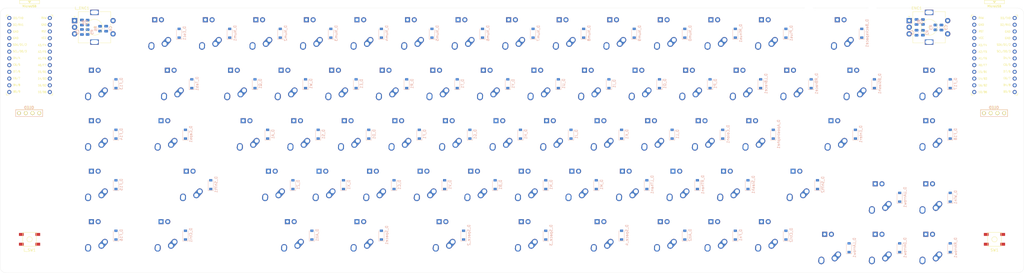
<source format=kicad_pcb>
(kicad_pcb (version 20171130) (host pcbnew "(5.1.9)-1")
  (layers (0 F.Cu signal) (31 B.Cu signal) (34 B.Paste user) (35 F.Paste user) (36 B.SilkS user) (37 F.SilkS user) (38 B.Mask user) (39 F.Mask user) (44 Edge.Cuts user))
  (net 0 "")
  (net 1 ROT_A)
  (net 2 GND)
  (net 3 ROT_B)
  (net 4 K_ENC)
  (net 5 L_ROT_A)
  (net 6 L_ROT_B)
  (net 7 L_K_ENC)
  (net 8 "Net-(D_A1-Pad2)")
  (net 9 L_ROW2)
  (net 10 "Net-(D_Alt1-Pad2)")
  (net 11 L_ROW4)
  (net 12 "Net-(D_Alt2-Pad2)")
  (net 13 ROW4)
  (net 14 "Net-(D_Apostrophe1-Pad2)")
  (net 15 ROW2)
  (net 16 "Net-(D_B1-Pad2)")
  (net 17 L_ROW3)
  (net 18 "Net-(D_Backspace1-Pad2)")
  (net 19 ROW0)
  (net 20 "Net-(D_BSlash1-Pad2)")
  (net 21 ROW1)
  (net 22 "Net-(D_C1-Pad2)")
  (net 23 "Net-(D_Caps1-Pad2)")
  (net 24 "Net-(D_Colon1-Pad2)")
  (net 25 "Net-(D_Ctrl1-Pad2)")
  (net 26 "Net-(D_Ctrl2-Pad2)")
  (net 27 "Net-(D_D1-Pad2)")
  (net 28 "Net-(D_DArrow1-Pad2)")
  (net 29 "Net-(D_E1-Pad2)")
  (net 30 L_ROW1)
  (net 31 "Net-(D_Enter1-Pad2)")
  (net 32 "Net-(D_Esc1-Pad2)")
  (net 33 L_ROW0)
  (net 34 "Net-(D_F1-Pad2)")
  (net 35 "Net-(D_F13-Pad2)")
  (net 36 "Net-(D_F14-Pad2)")
  (net 37 "Net-(D_F15-Pad2)")
  (net 38 "Net-(D_F16-Pad2)")
  (net 39 "Net-(D_F17-Pad2)")
  (net 40 "Net-(D_F18-Pad2)")
  (net 41 "Net-(D_Fn1-Pad2)")
  (net 42 "Net-(D_G1-Pad2)")
  (net 43 "Net-(D_H1-Pad2)")
  (net 44 "Net-(D_I1-Pad2)")
  (net 45 "Net-(D_J1-Pad2)")
  (net 46 "Net-(D_K1-Pad2)")
  (net 47 "Net-(D_L1-Pad2)")
  (net 48 "Net-(D_LArrow1-Pad2)")
  (net 49 "Net-(D_LBrace1-Pad2)")
  (net 50 "Net-(D_LThan1-Pad2)")
  (net 51 ROW3)
  (net 52 "Net-(D_M1-Pad2)")
  (net 53 "Net-(D_Minus1-Pad2)")
  (net 54 "Net-(D_N1-Pad2)")
  (net 55 "Net-(D_Num0-Pad2)")
  (net 56 "Net-(D_Num1-Pad2)")
  (net 57 "Net-(D_Num2-Pad2)")
  (net 58 "Net-(D_Num3-Pad2)")
  (net 59 "Net-(D_Num4-Pad2)")
  (net 60 "Net-(D_Num5-Pad2)")
  (net 61 "Net-(D_Num6-Pad2)")
  (net 62 "Net-(D_Num7-Pad2)")
  (net 63 "Net-(D_Num8-Pad2)")
  (net 64 "Net-(D_Num9-Pad2)")
  (net 65 "Net-(D_O1-Pad2)")
  (net 66 "Net-(D_P1-Pad2)")
  (net 67 "Net-(D_Plus1-Pad2)")
  (net 68 "Net-(D_Q1-Pad2)")
  (net 69 "Net-(D_R1-Pad2)")
  (net 70 "Net-(D_RArrow1-Pad2)")
  (net 71 "Net-(D_RBrace1-Pad2)")
  (net 72 "Net-(D_RThan1-Pad2)")
  (net 73 "Net-(D_S1-Pad2)")
  (net 74 "Net-(D_Shift1-Pad2)")
  (net 75 "Net-(D_Shift2-Pad2)")
  (net 76 "Net-(D_Slash1-Pad2)")
  (net 77 "Net-(D_Space1-Pad2)")
  (net 78 "Net-(D_Space_2-Pad2)")
  (net 79 "Net-(D_Space_3-Pad2)")
  (net 80 "Net-(D_Space_4-Pad2)")
  (net 81 "Net-(D_T1-Pad2)")
  (net 82 "Net-(D_Tab1-Pad2)")
  (net 83 "Net-(D_U1-Pad2)")
  (net 84 "Net-(D_UArrow1-Pad2)")
  (net 85 "Net-(D_V1-Pad2)")
  (net 86 "Net-(D_W1-Pad2)")
  (net 87 "Net-(D_Win1-Pad2)")
  (net 88 "Net-(D_X1-Pad2)")
  (net 89 "Net-(D_Y1-Pad2)")
  (net 90 "Net-(D_Z1-Pad2)")
  (net 91 L_COL2)
  (net 92 COL2)
  (net 93 COL5)
  (net 94 L_COL6)
  (net 95 COL6)
  (net 96 L_COL4)
  (net 97 L_COL1)
  (net 98 COL4)
  (net 99 L_COL5)
  (net 100 L_COL0)
  (net 101 COL7)
  (net 102 COL3)
  (net 103 COL0)
  (net 104 COL1)
  (net 105 L_COL3)
  (net 106 L_COL7)
  (net 107 VCC)
  (net 108 L_SCL)
  (net 109 L_SDA)
  (net 110 L_RESET)
  (net 111 "Net-(L_U1-Pad24)")
  (net 112 "Net-(L_U1-Pad7)")
  (net 113 SCL)
  (net 114 SDA)
  (net 115 RESET)
  (net 116 "Net-(U1-Pad24)")
  (net 117 "Net-(U1-Pad7)")
  (module KeyboardMasterList:ProMicro_v3 (layer F.Cu) (at 27.78125 45.24375)
    (fp_text reference L_U1 hide)
    (fp_text value ProMicro hide)
    (fp_text user RAW (at 5.419 -14.5 unlocked) (layer F.SilkS) (effects (font (size 0.75 0.67) (thickness 0.125))))
    (fp_text user GND (at 5.419 -11.95 unlocked) (layer F.SilkS) (effects (font (size 0.75 0.67) (thickness 0.125))))
    (fp_text user RST (at 5.419 -9.4 unlocked) (layer F.SilkS) (effects (font (size 0.75 0.67) (thickness 0.125))))
    (fp_text user VCC (at 5.419 -6.95 unlocked) (layer F.SilkS) (effects (font (size 0.75 0.67) (thickness 0.125))))
    (fp_text user A3/F4 (at 4.749 -4.25 unlocked) (layer F.SilkS) (effects (font (size 0.75 0.67) (thickness 0.125))))
    (fp_text user A2/F5 (at 4.749 -1.75 unlocked) (layer F.SilkS) (effects (font (size 0.75 0.67) (thickness 0.125))))
    (fp_text user A1/F6 (at 4.749 0.75 unlocked) (layer F.SilkS) (effects (font (size 0.75 0.67) (thickness 0.125))))
    (fp_text user A0/F7 (at 4.749 3.3 unlocked) (layer F.SilkS) (effects (font (size 0.75 0.67) (thickness 0.125))))
    (fp_text user 15/B1 (at 4.749 5.85 unlocked) (layer F.SilkS) (effects (font (size 0.75 0.67) (thickness 0.125))))
    (fp_text user 14/B3 (at 4.749 8.4 unlocked) (layer F.SilkS) (effects (font (size 0.75 0.67) (thickness 0.125))))
    (fp_text user 10/B6 (at 4.749 13.45 unlocked) (layer F.SilkS) (effects (font (size 0.75 0.67) (thickness 0.125))))
    (fp_text user 16/B2 (at 4.749 10.95 unlocked) (layer F.SilkS) (effects (font (size 0.75 0.67) (thickness 0.125))))
    (fp_text user E6/7 (at -4.82 8.25 unlocked) (layer F.SilkS) (effects (font (size 0.75 0.67) (thickness 0.125))))
    (fp_text user D7/6 (at -4.82 5.7 unlocked) (layer F.SilkS) (effects (font (size 0.75 0.67) (thickness 0.125))))
    (fp_text user GND (at -5.205 -9.35 unlocked) (layer F.SilkS) (effects (font (size 0.75 0.67) (thickness 0.125))))
    (fp_text user GND (at -5.205 -6.9 unlocked) (layer F.SilkS) (effects (font (size 0.75 0.67) (thickness 0.125))))
    (fp_text user D3/TX0 (at -4.227 -14.45 unlocked) (layer F.SilkS) (effects (font (size 0.75 0.67) (thickness 0.125))))
    (fp_text user D4/4 (at -4.82 0.6 unlocked) (layer F.SilkS) (effects (font (size 0.75 0.67) (thickness 0.125))))
    (fp_text user SDA/D1/2 (at -3.657 -4.4 unlocked) (layer F.SilkS) (effects (font (size 0.75 0.67) (thickness 0.125))))
    (fp_text user SCL/D0/3 (at -3.657 -1.9 unlocked) (layer F.SilkS) (effects (font (size 0.75 0.67) (thickness 0.125))))
    (fp_text user C6/5 (at -4.82 3.15 unlocked) (layer F.SilkS) (effects (font (size 0.75 0.67) (thickness 0.125))))
    (fp_text user B5/9 (at -4.82 13.3 unlocked) (layer F.SilkS) (effects (font (size 0.75 0.67) (thickness 0.125))))
    (fp_text user D2/RX1 (at -4.227 -11.9 unlocked) (layer F.SilkS) (effects (font (size 0.75 0.67) (thickness 0.125))))
    (fp_text user B4/8 (at -4.82 10.8 unlocked) (layer F.SilkS) (effects (font (size 0.75 0.67) (thickness 0.125))))
    (fp_text user MicroUSB (at -0.05 -18.95) (layer F.SilkS) (effects (font (size 0.75 0.75) (thickness 0.12))))
    (fp_text user MicroUSB (at -0.05 -18.95) (layer F.SilkS) (effects (font (size 0.75 0.75) (thickness 0.12))))
    (pad 24 thru_hole circle (at 7.6314 -14.478) (size 1.524 1.524) (drill 0.8128) (layers *.Cu B.Mask) (net 111 "Net-(L_U1-Pad24)"))
    (pad 23 thru_hole circle (at 7.6314 -11.938) (size 1.524 1.524) (drill 0.8128) (layers *.Cu B.Mask) (net 2 GND))
    (pad 22 thru_hole circle (at 7.6314 -9.398) (size 1.524 1.524) (drill 0.8128) (layers *.Cu B.Mask) (net 110 L_RESET))
    (pad 21 thru_hole circle (at 7.6314 -6.858) (size 1.524 1.524) (drill 0.8128) (layers *.Cu B.Mask) (net 107 VCC))
    (pad 20 thru_hole circle (at 7.6314 -4.318) (size 1.524 1.524) (drill 0.8128) (layers *.Cu B.Mask) (net 106 L_COL7))
    (pad 19 thru_hole circle (at 7.6314 -1.778) (size 1.524 1.524) (drill 0.8128) (layers *.Cu B.Mask) (net 94 L_COL6))
    (pad 18 thru_hole circle (at 7.6314 0.762) (size 1.524 1.524) (drill 0.8128) (layers *.Cu B.Mask) (net 99 L_COL5))
    (pad 17 thru_hole circle (at 7.6314 3.302) (size 1.524 1.524) (drill 0.8128) (layers *.Cu B.Mask) (net 96 L_COL4))
    (pad 16 thru_hole circle (at 7.6314 5.842) (size 1.524 1.524) (drill 0.8128) (layers *.Cu B.Mask) (net 105 L_COL3))
    (pad 15 thru_hole circle (at 7.6314 8.382) (size 1.524 1.524) (drill 0.8128) (layers *.Cu B.Mask) (net 91 L_COL2))
    (pad 14 thru_hole circle (at 7.6314 10.922) (size 1.524 1.524) (drill 0.8128) (layers *.Cu B.Mask) (net 97 L_COL1))
    (pad 13 thru_hole circle (at 7.6314 13.462) (size 1.524 1.524) (drill 0.8128) (layers *.Cu B.Mask) (net 100 L_COL0))
    (pad 12 thru_hole circle (at -7.6286 13.462) (size 1.524 1.524) (drill 0.8128) (layers *.Cu B.Mask) (net 33 L_ROW0))
    (pad 11 thru_hole circle (at -7.6286 10.922) (size 1.524 1.524) (drill 0.8128) (layers *.Cu B.Mask) (net 30 L_ROW1))
    (pad 10 thru_hole circle (at -7.6286 8.382) (size 1.524 1.524) (drill 0.8128) (layers *.Cu B.Mask) (net 9 L_ROW2))
    (pad 9 thru_hole circle (at -7.6286 5.842) (size 1.524 1.524) (drill 0.8128) (layers *.Cu B.Mask) (net 17 L_ROW3))
    (pad 8 thru_hole circle (at -7.6286 3.302) (size 1.524 1.524) (drill 0.8128) (layers *.Cu B.Mask) (net 11 L_ROW4))
    (pad 7 thru_hole circle (at -7.6286 0.762) (size 1.524 1.524) (drill 0.8128) (layers *.Cu B.Mask) (net 112 "Net-(L_U1-Pad7)"))
    (pad 6 thru_hole circle (at -7.6286 -1.778) (size 1.524 1.524) (drill 0.8128) (layers *.Cu B.Mask) (net 108 L_SCL))
    (pad 5 thru_hole circle (at -7.6286 -4.318) (size 1.524 1.524) (drill 0.8128) (layers *.Cu B.Mask) (net 109 L_SDA))
    (pad 4 thru_hole circle (at -7.6286 -6.858) (size 1.524 1.524) (drill 0.8128) (layers *.Cu B.Mask) (net 2 GND))
    (pad 3 thru_hole circle (at -7.6286 -9.398) (size 1.524 1.524) (drill 0.8128) (layers *.Cu B.Mask) (net 2 GND))
    (pad 2 thru_hole circle (at -7.6286 -11.938) (size 1.524 1.524) (drill 0.8128) (layers *.Cu B.Mask) (net 6 L_ROT_B))
    (pad 1 thru_hole circle (at -7.6286 -14.478) (size 1.524 1.524) (drill 0.8128) (layers *.Cu B.Mask) (net 5 L_ROT_A))
  )
  (module KeyboardMasterList:MX-1.75U (layer F.Cu) (at 78.58125 74.6125 180)
    (fp_text reference K_Caps1)
    (fp_text value MX-NoLED)
    (pad "" np_thru_hole circle (at 5.08 0 228.0996) (size 1.75 1.75) (drill 1.75) (layers *.Cu *.Mask))
    (pad "" np_thru_hole circle (at -5.08 0 228.0996) (size 1.75 1.75) (drill 1.75) (layers *.Cu *.Mask))
    (pad 4 thru_hole rect (at 1.27 5.08 180) (size 1.905 1.905) (drill 1.04) (layers *.Cu B.Mask))
    (pad 3 thru_hole circle (at -1.27 5.08 180) (size 1.905 1.905) (drill 1.04) (layers *.Cu B.Mask))
    (pad 1 thru_hole circle (at -2.5 -4 180) (size 2.25 2.25) (drill 1.47) (layers *.Cu B.Mask) (net 97 L_COL1))
    (pad "" np_thru_hole circle (at 0 0 180) (size 3.9878 3.9878) (drill 3.9878) (layers *.Cu *.Mask))
    (pad 1 thru_hole oval (at -3.81 -2.54 228.0996) (size 4.211556 2.25) (drill 1.47 (offset 0.980778 0)) (layers *.Cu B.Mask) (net 97 L_COL1))
    (pad 2 thru_hole circle (at 2.54 -5.08 180) (size 2.25 2.25) (drill 1.47) (layers *.Cu B.Mask) (net 23 "Net-(D_Caps1-Pad2)"))
    (pad 2 thru_hole oval (at 2.5 -4.5 266.0548) (size 2.831378 2.25) (drill 1.47 (offset 0.290689 0)) (layers *.Cu B.Mask) (net 23 "Net-(D_Caps1-Pad2)"))
  )
  (module KeyboardMasterList:MX-1.75U (layer F.Cu) (at 316.70625 93.6625 180)
    (fp_text reference K_Shift2)
    (fp_text value MX-NoLED)
    (pad "" np_thru_hole circle (at 5.08 0 228.0996) (size 1.75 1.75) (drill 1.75) (layers *.Cu *.Mask))
    (pad "" np_thru_hole circle (at -5.08 0 228.0996) (size 1.75 1.75) (drill 1.75) (layers *.Cu *.Mask))
    (pad 4 thru_hole rect (at 1.27 5.08 180) (size 1.905 1.905) (drill 1.04) (layers *.Cu B.Mask))
    (pad 3 thru_hole circle (at -1.27 5.08 180) (size 1.905 1.905) (drill 1.04) (layers *.Cu B.Mask))
    (pad 1 thru_hole circle (at -2.5 -4 180) (size 2.25 2.25) (drill 1.47) (layers *.Cu B.Mask) (net 93 COL5))
    (pad "" np_thru_hole circle (at 0 0 180) (size 3.9878 3.9878) (drill 3.9878) (layers *.Cu *.Mask))
    (pad 1 thru_hole oval (at -3.81 -2.54 228.0996) (size 4.211556 2.25) (drill 1.47 (offset 0.980778 0)) (layers *.Cu B.Mask) (net 93 COL5))
    (pad 2 thru_hole circle (at 2.54 -5.08 180) (size 2.25 2.25) (drill 1.47) (layers *.Cu B.Mask) (net 75 "Net-(D_Shift2-Pad2)"))
    (pad 2 thru_hole oval (at 2.5 -4.5 266.0548) (size 2.831378 2.25) (drill 1.47 (offset 0.290689 0)) (layers *.Cu B.Mask) (net 75 "Net-(D_Shift2-Pad2)"))
  )
  (module KeyboardMasterList:MX-1.75U (layer F.Cu) (at 183.35625 112.7125 180)
    (fp_text reference K_Space_2)
    (fp_text value MX-NoLED)
    (pad "" np_thru_hole circle (at 5.08 0 228.0996) (size 1.75 1.75) (drill 1.75) (layers *.Cu *.Mask))
    (pad "" np_thru_hole circle (at -5.08 0 228.0996) (size 1.75 1.75) (drill 1.75) (layers *.Cu *.Mask))
    (pad 4 thru_hole rect (at 1.27 5.08 180) (size 1.905 1.905) (drill 1.04) (layers *.Cu B.Mask))
    (pad 3 thru_hole circle (at -1.27 5.08 180) (size 1.905 1.905) (drill 1.04) (layers *.Cu B.Mask))
    (pad 1 thru_hole circle (at -2.5 -4 180) (size 2.25 2.25) (drill 1.47) (layers *.Cu B.Mask) (net 96 L_COL4))
    (pad "" np_thru_hole circle (at 0 0 180) (size 3.9878 3.9878) (drill 3.9878) (layers *.Cu *.Mask))
    (pad 1 thru_hole oval (at -3.81 -2.54 228.0996) (size 4.211556 2.25) (drill 1.47 (offset 0.980778 0)) (layers *.Cu B.Mask) (net 96 L_COL4))
    (pad 2 thru_hole circle (at 2.54 -5.08 180) (size 2.25 2.25) (drill 1.47) (layers *.Cu B.Mask) (net 78 "Net-(D_Space_2-Pad2)"))
    (pad 2 thru_hole oval (at 2.5 -4.5 266.0548) (size 2.831378 2.25) (drill 1.47 (offset 0.290689 0)) (layers *.Cu B.Mask) (net 78 "Net-(D_Space_2-Pad2)"))
  )
  (module KeyboardMasterList:SKQG-1155865 (layer F.Cu) (at 27.78125 114.3)
    (fp_text reference L_SW1 (at 0 4.064) (layer F.SilkS))
    (fp_text value SW_PUSH)
    (pad 1 smd rect (at 3.1 1.85) (size 1.8 1.1) (layers F.Cu F.Paste F.Mask) (net 110 L_RESET))
    (pad 2 smd rect (at -3.1 -1.85) (size 1.8 1.1) (layers F.Cu F.Paste F.Mask) (net 2 GND))
    (pad 3 smd rect (at 3.1 -1.85) (size 1.8 1.1) (layers F.Cu F.Paste F.Mask))
    (pad 4 smd rect (at -3.1 1.85) (size 1.8 1.1) (layers F.Cu F.Paste F.Mask))
  )
  (module KeyboardMasterList:SKQG-1155865 (layer F.Cu) (at 391.31875 114.3)
    (fp_text reference SW1 (at 0 4.064) (layer F.SilkS))
    (fp_text value SW_PUSH)
    (pad 1 smd rect (at 3.1 1.85) (size 1.8 1.1) (layers F.Cu F.Paste F.Mask) (net 115 RESET))
    (pad 2 smd rect (at -3.1 -1.85) (size 1.8 1.1) (layers F.Cu F.Paste F.Mask) (net 2 GND))
    (pad 3 smd rect (at 3.1 -1.85) (size 1.8 1.1) (layers F.Cu F.Paste F.Mask))
    (pad 4 smd rect (at -3.1 1.85) (size 1.8 1.1) (layers F.Cu F.Paste F.Mask))
  )
  (module KeyboardMasterList:ProMicro_v3 (layer F.Cu) (at 391.31875 45.24375)
    (fp_text reference U1 hide)
    (fp_text value ProMicro hide)
    (fp_text user RAW (at -4.995 -14.5 unlocked) (layer F.SilkS) (effects (font (size 0.75 0.67) (thickness 0.125))))
    (fp_text user GND (at -4.995 -11.95 unlocked) (layer F.SilkS) (effects (font (size 0.75 0.67) (thickness 0.125))))
    (fp_text user RST (at -4.995 -9.4 unlocked) (layer F.SilkS) (effects (font (size 0.75 0.67) (thickness 0.125))))
    (fp_text user VCC (at -4.995 -6.95 unlocked) (layer F.SilkS) (effects (font (size 0.75 0.67) (thickness 0.125))))
    (fp_text user A3/F4 (at -4.395 -4.25 unlocked) (layer F.SilkS) (effects (font (size 0.75 0.67) (thickness 0.125))))
    (fp_text user A2/F5 (at -4.395 -1.75 unlocked) (layer F.SilkS) (effects (font (size 0.75 0.67) (thickness 0.125))))
    (fp_text user A1/F6 (at -4.395 0.75 unlocked) (layer F.SilkS) (effects (font (size 0.75 0.67) (thickness 0.125))))
    (fp_text user A0/F7 (at -4.395 3.3 unlocked) (layer F.SilkS) (effects (font (size 0.75 0.67) (thickness 0.125))))
    (fp_text user 15/B1 (at -4.395 5.85 unlocked) (layer F.SilkS) (effects (font (size 0.75 0.67) (thickness 0.125))))
    (fp_text user 14/B3 (at -4.395 8.4 unlocked) (layer F.SilkS) (effects (font (size 0.75 0.67) (thickness 0.125))))
    (fp_text user 10/B6 (at -4.395 13.45 unlocked) (layer F.SilkS) (effects (font (size 0.75 0.67) (thickness 0.125))))
    (fp_text user 16/B2 (at -4.395 10.95 unlocked) (layer F.SilkS) (effects (font (size 0.75 0.67) (thickness 0.125))))
    (fp_text user E6/7 (at 4.705 8.25 unlocked) (layer F.SilkS) (effects (font (size 0.75 0.67) (thickness 0.125))))
    (fp_text user D7/6 (at 4.705 5.7 unlocked) (layer F.SilkS) (effects (font (size 0.75 0.67) (thickness 0.125))))
    (fp_text user GND (at 4.955 -9.35 unlocked) (layer F.SilkS) (effects (font (size 0.75 0.67) (thickness 0.125))))
    (fp_text user GND (at 4.955 -6.9 unlocked) (layer F.SilkS) (effects (font (size 0.75 0.67) (thickness 0.125))))
    (fp_text user D3/TX0 (at 4.155 -14.45 unlocked) (layer F.SilkS) (effects (font (size 0.75 0.67) (thickness 0.125))))
    (fp_text user D4/4 (at 4.705 0.6 unlocked) (layer F.SilkS) (effects (font (size 0.75 0.67) (thickness 0.125))))
    (fp_text user SDA/D1/2 (at 3.455 -4.4 unlocked) (layer F.SilkS) (effects (font (size 0.75 0.67) (thickness 0.125))))
    (fp_text user SCL/D0/3 (at 3.455 -1.9 unlocked) (layer F.SilkS) (effects (font (size 0.75 0.67) (thickness 0.125))))
    (fp_text user C6/5 (at 4.705 3.15 unlocked) (layer F.SilkS) (effects (font (size 0.75 0.67) (thickness 0.125))))
    (fp_text user B5/9 (at 4.705 13.3 unlocked) (layer F.SilkS) (effects (font (size 0.75 0.67) (thickness 0.125))))
    (fp_text user D2/RX1 (at 4.155 -11.9 unlocked) (layer F.SilkS) (effects (font (size 0.75 0.67) (thickness 0.125))))
    (fp_text user B4/8 (at 4.705 10.8 unlocked) (layer F.SilkS) (effects (font (size 0.75 0.67) (thickness 0.125))))
    (fp_text user MicroUSB (at -0.05 -18.95) (layer F.SilkS) (effects (font (size 0.75 0.75) (thickness 0.12))))
    (fp_text user MicroUSB (at -0.05 -18.95) (layer F.SilkS) (effects (font (size 0.75 0.75) (thickness 0.12))))
    (pad 24 thru_hole circle (at -7.6086 -14.478) (size 1.524 1.524) (drill 0.8128) (layers *.Cu B.Mask) (net 116 "Net-(U1-Pad24)"))
    (pad 23 thru_hole circle (at -7.6086 -11.938) (size 1.524 1.524) (drill 0.8128) (layers *.Cu B.Mask) (net 2 GND))
    (pad 22 thru_hole circle (at -7.6086 -9.398) (size 1.524 1.524) (drill 0.8128) (layers *.Cu B.Mask) (net 115 RESET))
    (pad 21 thru_hole circle (at -7.6086 -6.858) (size 1.524 1.524) (drill 0.8128) (layers *.Cu B.Mask) (net 107 VCC))
    (pad 20 thru_hole circle (at -7.6086 -4.318) (size 1.524 1.524) (drill 0.8128) (layers *.Cu B.Mask) (net 103 COL0))
    (pad 19 thru_hole circle (at -7.6086 -1.778) (size 1.524 1.524) (drill 0.8128) (layers *.Cu B.Mask) (net 104 COL1))
    (pad 18 thru_hole circle (at -7.6086 0.762) (size 1.524 1.524) (drill 0.8128) (layers *.Cu B.Mask) (net 92 COL2))
    (pad 17 thru_hole circle (at -7.6086 3.302) (size 1.524 1.524) (drill 0.8128) (layers *.Cu B.Mask) (net 102 COL3))
    (pad 16 thru_hole circle (at -7.6086 5.842) (size 1.524 1.524) (drill 0.8128) (layers *.Cu B.Mask) (net 98 COL4))
    (pad 15 thru_hole circle (at -7.6086 8.382) (size 1.524 1.524) (drill 0.8128) (layers *.Cu B.Mask) (net 93 COL5))
    (pad 14 thru_hole circle (at -7.6086 10.922) (size 1.524 1.524) (drill 0.8128) (layers *.Cu B.Mask) (net 95 COL6))
    (pad 13 thru_hole circle (at -7.6086 13.462) (size 1.524 1.524) (drill 0.8128) (layers *.Cu B.Mask) (net 101 COL7))
    (pad 12 thru_hole circle (at 7.6114 13.462) (size 1.524 1.524) (drill 0.8128) (layers *.Cu B.Mask) (net 19 ROW0))
    (pad 11 thru_hole circle (at 7.6114 10.922) (size 1.524 1.524) (drill 0.8128) (layers *.Cu B.Mask) (net 21 ROW1))
    (pad 10 thru_hole circle (at 7.6114 8.382) (size 1.524 1.524) (drill 0.8128) (layers *.Cu B.Mask) (net 15 ROW2))
    (pad 9 thru_hole circle (at 7.6114 5.842) (size 1.524 1.524) (drill 0.8128) (layers *.Cu B.Mask) (net 51 ROW3))
    (pad 8 thru_hole circle (at 7.6114 3.302) (size 1.524 1.524) (drill 0.8128) (layers *.Cu B.Mask) (net 13 ROW4))
    (pad 7 thru_hole circle (at 7.6114 0.762) (size 1.524 1.524) (drill 0.8128) (layers *.Cu B.Mask) (net 117 "Net-(U1-Pad7)"))
    (pad 6 thru_hole circle (at 7.6114 -1.778) (size 1.524 1.524) (drill 0.8128) (layers *.Cu B.Mask) (net 113 SCL))
    (pad 5 thru_hole circle (at 7.6114 -4.318) (size 1.524 1.524) (drill 0.8128) (layers *.Cu B.Mask) (net 114 SDA))
    (pad 4 thru_hole circle (at 7.6114 -6.858) (size 1.524 1.524) (drill 0.8128) (layers *.Cu B.Mask) (net 2 GND))
    (pad 3 thru_hole circle (at 7.6114 -9.398) (size 1.524 1.524) (drill 0.8128) (layers *.Cu B.Mask) (net 2 GND))
    (pad 2 thru_hole circle (at 7.6114 -11.938) (size 1.524 1.524) (drill 0.8128) (layers *.Cu B.Mask) (net 3 ROT_B))
    (pad 1 thru_hole circle (at 7.6114 -14.478) (size 1.524 1.524) (drill 0.8128) (layers *.Cu B.Mask) (net 1 ROT_A))
  )
  (module Resistor_SMD:R_0805_2012Metric (layer B.Cu) (at 54.356 34.798 270)
    (fp_text reference R6 (at 0 1.65 90) (layer B.SilkS) (effects (justify mirror)))
    (fp_text value 10k)
    (pad 2 smd roundrect (at 0.9125 0 270) (size 1.025 1.4) (layers B.Cu B.Paste B.Mask) (roundrect_rratio 0.243902) (net 7 L_K_ENC))
    (pad 1 smd roundrect (at -0.9125 0 270) (size 1.025 1.4) (layers B.Cu B.Paste B.Mask) (roundrect_rratio 0.243902) (net 107 VCC))
  )
  (module Resistor_SMD:R_0805_2012Metric (layer B.Cu) (at 49.65192 36.06292 90)
    (fp_text reference R5 (at 0 1.65 90) (layer B.SilkS) (effects (justify mirror)))
    (fp_text value 10k)
    (pad 2 smd roundrect (at 0.9125 0 90) (size 1.025 1.4) (layers B.Cu B.Paste B.Mask) (roundrect_rratio 0.243902) (net 107 VCC))
    (pad 1 smd roundrect (at -0.9125 0 90) (size 1.025 1.4) (layers B.Cu B.Paste B.Mask) (roundrect_rratio 0.243902) (net 6 L_ROT_B))
  )
  (module Resistor_SMD:R_0805_2012Metric (layer B.Cu) (at 49.65192 32.4866 270)
    (fp_text reference R4 (at 0 1.65 90) (layer B.SilkS) (effects (justify mirror)))
    (fp_text value 10k)
    (pad 2 smd roundrect (at 0.9125 0 270) (size 1.025 1.4) (layers B.Cu B.Paste B.Mask) (roundrect_rratio 0.243902) (net 107 VCC))
    (pad 1 smd roundrect (at -0.9125 0 270) (size 1.025 1.4) (layers B.Cu B.Paste B.Mask) (roundrect_rratio 0.243902) (net 5 L_ROT_A))
  )
  (module Resistor_SMD:R_0805_2012Metric (layer B.Cu) (at 369.062 34.3135 270)
    (fp_text reference R3 (at 0 1.65 90) (layer B.SilkS) (effects (justify mirror)))
    (fp_text value 10k)
    (pad 2 smd roundrect (at 0.9125 0 270) (size 1.025 1.4) (layers B.Cu B.Paste B.Mask) (roundrect_rratio 0.243902) (net 4 K_ENC))
    (pad 1 smd roundrect (at -0.9125 0 270) (size 1.025 1.4) (layers B.Cu B.Paste B.Mask) (roundrect_rratio 0.243902) (net 107 VCC))
  )
  (module Resistor_SMD:R_0805_2012Metric (layer B.Cu) (at 364.363 36.322 90)
    (fp_text reference R2 (at 0 1.65 90) (layer B.SilkS) (effects (justify mirror)))
    (fp_text value 10k)
    (pad 2 smd roundrect (at 0.9125 0 90) (size 1.025 1.4) (layers B.Cu B.Paste B.Mask) (roundrect_rratio 0.243902) (net 107 VCC))
    (pad 1 smd roundrect (at -0.9125 0 90) (size 1.025 1.4) (layers B.Cu B.Paste B.Mask) (roundrect_rratio 0.243902) (net 3 ROT_B))
  )
  (module Resistor_SMD:R_0805_2012Metric (layer B.Cu) (at 364.363 32.258 270)
    (fp_text reference R1 (at 0 1.65 90) (layer B.SilkS) (effects (justify mirror)))
    (fp_text value 10k)
    (pad 2 smd roundrect (at 0.9125 0 270) (size 1.025 1.4) (layers B.Cu B.Paste B.Mask) (roundrect_rratio 0.243902) (net 107 VCC))
    (pad 1 smd roundrect (at -0.9125 0 270) (size 1.025 1.4) (layers B.Cu B.Paste B.Mask) (roundrect_rratio 0.243902) (net 1 ROT_A))
  )
  (module KeyboardMasterList:OLED (layer F.Cu) (at 387.35 66.675)
    (fp_text reference OL1)
    (fp_text value OLED hide)
    (fp_text user OLED (at 3.75 -2.1) (layer B.SilkS) (effects (justify mirror)))
    (fp_text user OLED (at 3.8 -2.1) (layer F.SilkS))
    (pad 4 thru_hole circle (at 7.62 0) (size 1.397 1.397) (drill 0.8128) (layers *.Cu *.Mask F.SilkS) (net 2 GND))
    (pad 3 thru_hole circle (at 5.08 0) (size 1.397 1.397) (drill 0.8128) (layers *.Cu *.Mask F.SilkS) (net 107 VCC))
    (pad 2 thru_hole circle (at 2.54 0) (size 1.397 1.397) (drill 0.8128) (layers *.Cu *.Mask F.SilkS) (net 113 SCL))
    (pad 1 thru_hole circle (at 0 0) (size 1.397 1.397) (drill 0.8128) (layers *.Cu *.Mask F.SilkS) (net 114 SDA))
  )
  (module KeyboardMasterList:OLED (layer F.Cu) (at 23.8125 66.675)
    (fp_text reference L_OL1)
    (fp_text value OLED hide)
    (fp_text user OLED (at 3.75 -2.1) (layer B.SilkS) (effects (justify mirror)))
    (fp_text user OLED (at 3.8 -2.1) (layer F.SilkS))
    (pad 4 thru_hole circle (at 7.62 0) (size 1.397 1.397) (drill 0.8128) (layers *.Cu *.Mask F.SilkS) (net 2 GND))
    (pad 3 thru_hole circle (at 5.08 0) (size 1.397 1.397) (drill 0.8128) (layers *.Cu *.Mask F.SilkS) (net 107 VCC))
    (pad 2 thru_hole circle (at 2.54 0) (size 1.397 1.397) (drill 0.8128) (layers *.Cu *.Mask F.SilkS) (net 108 L_SCL))
    (pad 1 thru_hole circle (at 0 0) (size 1.397 1.397) (drill 0.8128) (layers *.Cu *.Mask F.SilkS) (net 109 L_SDA))
  )
  (module Rotary_Encoder:RotaryEncoder_Alps_EC11E-Switch_Vertical_H20mm (layer F.Cu) (at 44.73575 31.75)
    (fp_text reference L_ENC1 (at 2.8 -4.7) (layer F.SilkS))
    (fp_text value Rotary_Encoder_Switch)
    (pad A thru_hole rect (at 0 0) (size 2 2) (drill 1) (layers *.Cu *.Mask) (net 5 L_ROT_A))
    (pad C thru_hole circle (at 0 2.5) (size 2 2) (drill 1) (layers *.Cu *.Mask) (net 2 GND))
    (pad B thru_hole circle (at 0 5) (size 2 2) (drill 1) (layers *.Cu *.Mask) (net 6 L_ROT_B))
    (pad MP thru_hole rect (at 7.5 -3.1) (size 3.2 2) (drill oval 2.8 1.5) (layers *.Cu *.Mask))
    (pad MP thru_hole rect (at 7.5 8.1) (size 3.2 2) (drill oval 2.8 1.5) (layers *.Cu *.Mask))
    (pad S2 thru_hole circle (at 14.5 0) (size 2 2) (drill 1) (layers *.Cu *.Mask) (net 2 GND))
    (pad S1 thru_hole circle (at 14.5 5) (size 2 2) (drill 1) (layers *.Cu *.Mask) (net 7 L_K_ENC))
  )
  (module KeyboardMasterList:MX-1U (layer F.Cu) (at 119.0625 93.6625 180)
    (fp_text reference K_Z1)
    (fp_text value MX-NoLED)
    (pad "" np_thru_hole circle (at 5.08 0 228.0996) (size 1.75 1.75) (drill 1.75) (layers *.Cu *.Mask))
    (pad "" np_thru_hole circle (at -5.08 0 228.0996) (size 1.75 1.75) (drill 1.75) (layers *.Cu *.Mask))
    (pad 4 thru_hole rect (at 1.27 5.08 180) (size 1.905 1.905) (drill 1.04) (layers *.Cu B.Mask))
    (pad 3 thru_hole circle (at -1.27 5.08 180) (size 1.905 1.905) (drill 1.04) (layers *.Cu B.Mask))
    (pad 1 thru_hole circle (at -2.5 -4 180) (size 2.25 2.25) (drill 1.47) (layers *.Cu B.Mask) (net 91 L_COL2))
    (pad "" np_thru_hole circle (at 0 0 180) (size 3.9878 3.9878) (drill 3.9878) (layers *.Cu *.Mask))
    (pad 1 thru_hole oval (at -3.81 -2.54 228.0996) (size 4.211556 2.25) (drill 1.47 (offset 0.980778 0)) (layers *.Cu B.Mask) (net 91 L_COL2))
    (pad 2 thru_hole circle (at 2.54 -5.08 180) (size 2.25 2.25) (drill 1.47) (layers *.Cu B.Mask) (net 90 "Net-(D_Z1-Pad2)"))
    (pad 2 thru_hole oval (at 2.5 -4.5 266.0548) (size 2.831378 2.25) (drill 1.47 (offset 0.290689 0)) (layers *.Cu B.Mask) (net 90 "Net-(D_Z1-Pad2)"))
  )
  (module KeyboardMasterList:MX-1U (layer F.Cu) (at 200.025 55.5625 180)
    (fp_text reference K_Y1)
    (fp_text value MX-NoLED)
    (pad "" np_thru_hole circle (at 5.08 0 228.0996) (size 1.75 1.75) (drill 1.75) (layers *.Cu *.Mask))
    (pad "" np_thru_hole circle (at -5.08 0 228.0996) (size 1.75 1.75) (drill 1.75) (layers *.Cu *.Mask))
    (pad 4 thru_hole rect (at 1.27 5.08 180) (size 1.905 1.905) (drill 1.04) (layers *.Cu B.Mask))
    (pad 3 thru_hole circle (at -1.27 5.08 180) (size 1.905 1.905) (drill 1.04) (layers *.Cu B.Mask))
    (pad 1 thru_hole circle (at -2.5 -4 180) (size 2.25 2.25) (drill 1.47) (layers *.Cu B.Mask) (net 106 L_COL7))
    (pad "" np_thru_hole circle (at 0 0 180) (size 3.9878 3.9878) (drill 3.9878) (layers *.Cu *.Mask))
    (pad 1 thru_hole oval (at -3.81 -2.54 228.0996) (size 4.211556 2.25) (drill 1.47 (offset 0.980778 0)) (layers *.Cu B.Mask) (net 106 L_COL7))
    (pad 2 thru_hole circle (at 2.54 -5.08 180) (size 2.25 2.25) (drill 1.47) (layers *.Cu B.Mask) (net 89 "Net-(D_Y1-Pad2)"))
    (pad 2 thru_hole oval (at 2.5 -4.5 266.0548) (size 2.831378 2.25) (drill 1.47 (offset 0.290689 0)) (layers *.Cu B.Mask) (net 89 "Net-(D_Y1-Pad2)"))
  )
  (module KeyboardMasterList:MX-1U (layer F.Cu) (at 138.1125 93.6625 180)
    (fp_text reference K_X1)
    (fp_text value MX-NoLED)
    (pad "" np_thru_hole circle (at 5.08 0 228.0996) (size 1.75 1.75) (drill 1.75) (layers *.Cu *.Mask))
    (pad "" np_thru_hole circle (at -5.08 0 228.0996) (size 1.75 1.75) (drill 1.75) (layers *.Cu *.Mask))
    (pad 4 thru_hole rect (at 1.27 5.08 180) (size 1.905 1.905) (drill 1.04) (layers *.Cu B.Mask))
    (pad 3 thru_hole circle (at -1.27 5.08 180) (size 1.905 1.905) (drill 1.04) (layers *.Cu B.Mask))
    (pad 1 thru_hole circle (at -2.5 -4 180) (size 2.25 2.25) (drill 1.47) (layers *.Cu B.Mask) (net 105 L_COL3))
    (pad "" np_thru_hole circle (at 0 0 180) (size 3.9878 3.9878) (drill 3.9878) (layers *.Cu *.Mask))
    (pad 1 thru_hole oval (at -3.81 -2.54 228.0996) (size 4.211556 2.25) (drill 1.47 (offset 0.980778 0)) (layers *.Cu B.Mask) (net 105 L_COL3))
    (pad 2 thru_hole circle (at 2.54 -5.08 180) (size 2.25 2.25) (drill 1.47) (layers *.Cu B.Mask) (net 88 "Net-(D_X1-Pad2)"))
    (pad 2 thru_hole oval (at 2.5 -4.5 266.0548) (size 2.831378 2.25) (drill 1.47 (offset 0.290689 0)) (layers *.Cu B.Mask) (net 88 "Net-(D_X1-Pad2)"))
  )
  (module KeyboardMasterList:MX-1U (layer F.Cu) (at 366.7125 98.425 180)
    (fp_text reference K_Win1)
    (fp_text value MX-NoLED)
    (pad "" np_thru_hole circle (at 5.08 0 228.0996) (size 1.75 1.75) (drill 1.75) (layers *.Cu *.Mask))
    (pad "" np_thru_hole circle (at -5.08 0 228.0996) (size 1.75 1.75) (drill 1.75) (layers *.Cu *.Mask))
    (pad 4 thru_hole rect (at 1.27 5.08 180) (size 1.905 1.905) (drill 1.04) (layers *.Cu B.Mask))
    (pad 3 thru_hole circle (at -1.27 5.08 180) (size 1.905 1.905) (drill 1.04) (layers *.Cu B.Mask))
    (pad 1 thru_hole circle (at -2.5 -4 180) (size 2.25 2.25) (drill 1.47) (layers *.Cu B.Mask) (net 101 COL7))
    (pad "" np_thru_hole circle (at 0 0 180) (size 3.9878 3.9878) (drill 3.9878) (layers *.Cu *.Mask))
    (pad 1 thru_hole oval (at -3.81 -2.54 228.0996) (size 4.211556 2.25) (drill 1.47 (offset 0.980778 0)) (layers *.Cu B.Mask) (net 101 COL7))
    (pad 2 thru_hole circle (at 2.54 -5.08 180) (size 2.25 2.25) (drill 1.47) (layers *.Cu B.Mask) (net 87 "Net-(D_Win1-Pad2)"))
    (pad 2 thru_hole oval (at 2.5 -4.5 266.0548) (size 2.831378 2.25) (drill 1.47 (offset 0.290689 0)) (layers *.Cu B.Mask) (net 87 "Net-(D_Win1-Pad2)"))
  )
  (module KeyboardMasterList:MX-1U (layer F.Cu) (at 123.825 55.5625 180)
    (fp_text reference K_W1)
    (fp_text value MX-NoLED)
    (pad "" np_thru_hole circle (at 5.08 0 228.0996) (size 1.75 1.75) (drill 1.75) (layers *.Cu *.Mask))
    (pad "" np_thru_hole circle (at -5.08 0 228.0996) (size 1.75 1.75) (drill 1.75) (layers *.Cu *.Mask))
    (pad 4 thru_hole rect (at 1.27 5.08 180) (size 1.905 1.905) (drill 1.04) (layers *.Cu B.Mask))
    (pad 3 thru_hole circle (at -1.27 5.08 180) (size 1.905 1.905) (drill 1.04) (layers *.Cu B.Mask))
    (pad 1 thru_hole circle (at -2.5 -4 180) (size 2.25 2.25) (drill 1.47) (layers *.Cu B.Mask) (net 105 L_COL3))
    (pad "" np_thru_hole circle (at 0 0 180) (size 3.9878 3.9878) (drill 3.9878) (layers *.Cu *.Mask))
    (pad 1 thru_hole oval (at -3.81 -2.54 228.0996) (size 4.211556 2.25) (drill 1.47 (offset 0.980778 0)) (layers *.Cu B.Mask) (net 105 L_COL3))
    (pad 2 thru_hole circle (at 2.54 -5.08 180) (size 2.25 2.25) (drill 1.47) (layers *.Cu B.Mask) (net 86 "Net-(D_W1-Pad2)"))
    (pad 2 thru_hole oval (at 2.5 -4.5 266.0548) (size 2.831378 2.25) (drill 1.47 (offset 0.290689 0)) (layers *.Cu B.Mask) (net 86 "Net-(D_W1-Pad2)"))
  )
  (module KeyboardMasterList:MX-1U (layer F.Cu) (at 176.2125 93.6625 180)
    (fp_text reference K_V1)
    (fp_text value MX-NoLED)
    (pad "" np_thru_hole circle (at 5.08 0 228.0996) (size 1.75 1.75) (drill 1.75) (layers *.Cu *.Mask))
    (pad "" np_thru_hole circle (at -5.08 0 228.0996) (size 1.75 1.75) (drill 1.75) (layers *.Cu *.Mask))
    (pad 4 thru_hole rect (at 1.27 5.08 180) (size 1.905 1.905) (drill 1.04) (layers *.Cu B.Mask))
    (pad 3 thru_hole circle (at -1.27 5.08 180) (size 1.905 1.905) (drill 1.04) (layers *.Cu B.Mask))
    (pad 1 thru_hole circle (at -2.5 -4 180) (size 2.25 2.25) (drill 1.47) (layers *.Cu B.Mask) (net 99 L_COL5))
    (pad "" np_thru_hole circle (at 0 0 180) (size 3.9878 3.9878) (drill 3.9878) (layers *.Cu *.Mask))
    (pad 1 thru_hole oval (at -3.81 -2.54 228.0996) (size 4.211556 2.25) (drill 1.47 (offset 0.980778 0)) (layers *.Cu B.Mask) (net 99 L_COL5))
    (pad 2 thru_hole circle (at 2.54 -5.08 180) (size 2.25 2.25) (drill 1.47) (layers *.Cu B.Mask) (net 85 "Net-(D_V1-Pad2)"))
    (pad 2 thru_hole oval (at 2.5 -4.5 266.0548) (size 2.831378 2.25) (drill 1.47 (offset 0.290689 0)) (layers *.Cu B.Mask) (net 85 "Net-(D_V1-Pad2)"))
  )
  (module KeyboardMasterList:MX-1U (layer F.Cu) (at 347.6625 98.425 180)
    (fp_text reference K_UArrow1)
    (fp_text value MX-NoLED)
    (pad "" np_thru_hole circle (at 5.08 0 228.0996) (size 1.75 1.75) (drill 1.75) (layers *.Cu *.Mask))
    (pad "" np_thru_hole circle (at -5.08 0 228.0996) (size 1.75 1.75) (drill 1.75) (layers *.Cu *.Mask))
    (pad 4 thru_hole rect (at 1.27 5.08 180) (size 1.905 1.905) (drill 1.04) (layers *.Cu B.Mask))
    (pad 3 thru_hole circle (at -1.27 5.08 180) (size 1.905 1.905) (drill 1.04) (layers *.Cu B.Mask))
    (pad 1 thru_hole circle (at -2.5 -4 180) (size 2.25 2.25) (drill 1.47) (layers *.Cu B.Mask) (net 95 COL6))
    (pad "" np_thru_hole circle (at 0 0 180) (size 3.9878 3.9878) (drill 3.9878) (layers *.Cu *.Mask))
    (pad 1 thru_hole oval (at -3.81 -2.54 228.0996) (size 4.211556 2.25) (drill 1.47 (offset 0.980778 0)) (layers *.Cu B.Mask) (net 95 COL6))
    (pad 2 thru_hole circle (at 2.54 -5.08 180) (size 2.25 2.25) (drill 1.47) (layers *.Cu B.Mask) (net 84 "Net-(D_UArrow1-Pad2)"))
    (pad 2 thru_hole oval (at 2.5 -4.5 266.0548) (size 2.831378 2.25) (drill 1.47 (offset 0.290689 0)) (layers *.Cu B.Mask) (net 84 "Net-(D_UArrow1-Pad2)"))
  )
  (module KeyboardMasterList:MX-1U (layer F.Cu) (at 219.075 55.5625 180)
    (fp_text reference K_U1)
    (fp_text value MX-NoLED)
    (pad "" np_thru_hole circle (at 5.08 0 228.0996) (size 1.75 1.75) (drill 1.75) (layers *.Cu *.Mask))
    (pad "" np_thru_hole circle (at -5.08 0 228.0996) (size 1.75 1.75) (drill 1.75) (layers *.Cu *.Mask))
    (pad 4 thru_hole rect (at 1.27 5.08 180) (size 1.905 1.905) (drill 1.04) (layers *.Cu B.Mask))
    (pad 3 thru_hole circle (at -1.27 5.08 180) (size 1.905 1.905) (drill 1.04) (layers *.Cu B.Mask))
    (pad 1 thru_hole circle (at -2.5 -4 180) (size 2.25 2.25) (drill 1.47) (layers *.Cu B.Mask) (net 103 COL0))
    (pad "" np_thru_hole circle (at 0 0 180) (size 3.9878 3.9878) (drill 3.9878) (layers *.Cu *.Mask))
    (pad 1 thru_hole oval (at -3.81 -2.54 228.0996) (size 4.211556 2.25) (drill 1.47 (offset 0.980778 0)) (layers *.Cu B.Mask) (net 103 COL0))
    (pad 2 thru_hole circle (at 2.54 -5.08 180) (size 2.25 2.25) (drill 1.47) (layers *.Cu B.Mask) (net 83 "Net-(D_U1-Pad2)"))
    (pad 2 thru_hole oval (at 2.5 -4.5 266.0548) (size 2.831378 2.25) (drill 1.47 (offset 0.290689 0)) (layers *.Cu B.Mask) (net 83 "Net-(D_U1-Pad2)"))
  )
  (module KeyboardMasterList:MX-1.5U (layer F.Cu) (at 80.9625 55.5625 180)
    (fp_text reference K_Tab1)
    (fp_text value MX-NoLED)
    (pad "" np_thru_hole circle (at 5.08 0 228.0996) (size 1.75 1.75) (drill 1.75) (layers *.Cu *.Mask))
    (pad "" np_thru_hole circle (at -5.08 0 228.0996) (size 1.75 1.75) (drill 1.75) (layers *.Cu *.Mask))
    (pad 4 thru_hole rect (at 1.27 5.08 180) (size 1.905 1.905) (drill 1.04) (layers *.Cu B.Mask))
    (pad 3 thru_hole circle (at -1.27 5.08 180) (size 1.905 1.905) (drill 1.04) (layers *.Cu B.Mask))
    (pad 1 thru_hole circle (at -2.5 -4 180) (size 2.25 2.25) (drill 1.47) (layers *.Cu B.Mask) (net 97 L_COL1))
    (pad "" np_thru_hole circle (at 0 0 180) (size 3.9878 3.9878) (drill 3.9878) (layers *.Cu *.Mask))
    (pad 1 thru_hole oval (at -3.81 -2.54 228.0996) (size 4.211556 2.25) (drill 1.47 (offset 0.980778 0)) (layers *.Cu B.Mask) (net 97 L_COL1))
    (pad 2 thru_hole circle (at 2.54 -5.08 180) (size 2.25 2.25) (drill 1.47) (layers *.Cu B.Mask) (net 82 "Net-(D_Tab1-Pad2)"))
    (pad 2 thru_hole oval (at 2.5 -4.5 266.0548) (size 2.831378 2.25) (drill 1.47 (offset 0.290689 0)) (layers *.Cu B.Mask) (net 82 "Net-(D_Tab1-Pad2)"))
  )
  (module KeyboardMasterList:MX-1U (layer F.Cu) (at 180.975 55.5625 180)
    (fp_text reference K_T1)
    (fp_text value MX-NoLED)
    (pad "" np_thru_hole circle (at 5.08 0 228.0996) (size 1.75 1.75) (drill 1.75) (layers *.Cu *.Mask))
    (pad "" np_thru_hole circle (at -5.08 0 228.0996) (size 1.75 1.75) (drill 1.75) (layers *.Cu *.Mask))
    (pad 4 thru_hole rect (at 1.27 5.08 180) (size 1.905 1.905) (drill 1.04) (layers *.Cu B.Mask))
    (pad 3 thru_hole circle (at -1.27 5.08 180) (size 1.905 1.905) (drill 1.04) (layers *.Cu B.Mask))
    (pad 1 thru_hole circle (at -2.5 -4 180) (size 2.25 2.25) (drill 1.47) (layers *.Cu B.Mask) (net 94 L_COL6))
    (pad "" np_thru_hole circle (at 0 0 180) (size 3.9878 3.9878) (drill 3.9878) (layers *.Cu *.Mask))
    (pad 1 thru_hole oval (at -3.81 -2.54 228.0996) (size 4.211556 2.25) (drill 1.47 (offset 0.980778 0)) (layers *.Cu B.Mask) (net 94 L_COL6))
    (pad 2 thru_hole circle (at 2.54 -5.08 180) (size 2.25 2.25) (drill 1.47) (layers *.Cu B.Mask) (net 81 "Net-(D_T1-Pad2)"))
    (pad 2 thru_hole oval (at 2.5 -4.5 266.0548) (size 2.831378 2.25) (drill 1.47 (offset 0.290689 0)) (layers *.Cu B.Mask) (net 81 "Net-(D_T1-Pad2)"))
  )
  (module KeyboardMasterList:MX-1.5U (layer F.Cu) (at 242.8875 112.7125 180)
    (fp_text reference K_Space_4)
    (fp_text value MX-NoLED)
    (pad "" np_thru_hole circle (at 5.08 0 228.0996) (size 1.75 1.75) (drill 1.75) (layers *.Cu *.Mask))
    (pad "" np_thru_hole circle (at -5.08 0 228.0996) (size 1.75 1.75) (drill 1.75) (layers *.Cu *.Mask))
    (pad 4 thru_hole rect (at 1.27 5.08 180) (size 1.905 1.905) (drill 1.04) (layers *.Cu B.Mask))
    (pad 3 thru_hole circle (at -1.27 5.08 180) (size 1.905 1.905) (drill 1.04) (layers *.Cu B.Mask))
    (pad 1 thru_hole circle (at -2.5 -4 180) (size 2.25 2.25) (drill 1.47) (layers *.Cu B.Mask) (net 104 COL1))
    (pad "" np_thru_hole circle (at 0 0 180) (size 3.9878 3.9878) (drill 3.9878) (layers *.Cu *.Mask))
    (pad 1 thru_hole oval (at -3.81 -2.54 228.0996) (size 4.211556 2.25) (drill 1.47 (offset 0.980778 0)) (layers *.Cu B.Mask) (net 104 COL1))
    (pad 2 thru_hole circle (at 2.54 -5.08 180) (size 2.25 2.25) (drill 1.47) (layers *.Cu B.Mask) (net 80 "Net-(D_Space_4-Pad2)"))
    (pad 2 thru_hole oval (at 2.5 -4.5 266.0548) (size 2.831378 2.25) (drill 1.47 (offset 0.290689 0)) (layers *.Cu B.Mask) (net 80 "Net-(D_Space_4-Pad2)"))
  )
  (module KeyboardMasterList:MX-1.5U (layer F.Cu) (at 214.3125 112.7125 180)
    (fp_text reference K_Space_3)
    (fp_text value MX-NoLED)
    (pad "" np_thru_hole circle (at 5.08 0 228.0996) (size 1.75 1.75) (drill 1.75) (layers *.Cu *.Mask))
    (pad "" np_thru_hole circle (at -5.08 0 228.0996) (size 1.75 1.75) (drill 1.75) (layers *.Cu *.Mask))
    (pad 4 thru_hole rect (at 1.27 5.08 180) (size 1.905 1.905) (drill 1.04) (layers *.Cu B.Mask))
    (pad 3 thru_hole circle (at -1.27 5.08 180) (size 1.905 1.905) (drill 1.04) (layers *.Cu B.Mask))
    (pad 1 thru_hole circle (at -2.5 -4 180) (size 2.25 2.25) (drill 1.47) (layers *.Cu B.Mask) (net 103 COL0))
    (pad "" np_thru_hole circle (at 0 0 180) (size 3.9878 3.9878) (drill 3.9878) (layers *.Cu *.Mask))
    (pad 1 thru_hole oval (at -3.81 -2.54 228.0996) (size 4.211556 2.25) (drill 1.47 (offset 0.980778 0)) (layers *.Cu B.Mask) (net 103 COL0))
    (pad 2 thru_hole circle (at 2.54 -5.08 180) (size 2.25 2.25) (drill 1.47) (layers *.Cu B.Mask) (net 79 "Net-(D_Space_3-Pad2)"))
    (pad 2 thru_hole oval (at 2.5 -4.5 266.0548) (size 2.831378 2.25) (drill 1.47 (offset 0.290689 0)) (layers *.Cu B.Mask) (net 79 "Net-(D_Space_3-Pad2)"))
  )
  (module KeyboardMasterList:MX-1.5U (layer F.Cu) (at 152.4 112.7125 180)
    (fp_text reference K_Space1)
    (fp_text value MX-NoLED)
    (pad "" np_thru_hole circle (at 5.08 0 228.0996) (size 1.75 1.75) (drill 1.75) (layers *.Cu *.Mask))
    (pad "" np_thru_hole circle (at -5.08 0 228.0996) (size 1.75 1.75) (drill 1.75) (layers *.Cu *.Mask))
    (pad 4 thru_hole rect (at 1.27 5.08 180) (size 1.905 1.905) (drill 1.04) (layers *.Cu B.Mask))
    (pad 3 thru_hole circle (at -1.27 5.08 180) (size 1.905 1.905) (drill 1.04) (layers *.Cu B.Mask))
    (pad 1 thru_hole circle (at -2.5 -4 180) (size 2.25 2.25) (drill 1.47) (layers *.Cu B.Mask) (net 105 L_COL3))
    (pad "" np_thru_hole circle (at 0 0 180) (size 3.9878 3.9878) (drill 3.9878) (layers *.Cu *.Mask))
    (pad 1 thru_hole oval (at -3.81 -2.54 228.0996) (size 4.211556 2.25) (drill 1.47 (offset 0.980778 0)) (layers *.Cu B.Mask) (net 105 L_COL3))
    (pad 2 thru_hole circle (at 2.54 -5.08 180) (size 2.25 2.25) (drill 1.47) (layers *.Cu B.Mask) (net 77 "Net-(D_Space1-Pad2)"))
    (pad 2 thru_hole oval (at 2.5 -4.5 266.0548) (size 2.831378 2.25) (drill 1.47 (offset 0.290689 0)) (layers *.Cu B.Mask) (net 77 "Net-(D_Space1-Pad2)"))
  )
  (module KeyboardMasterList:MX-1U (layer F.Cu) (at 290.5125 93.6625 180)
    (fp_text reference K_Slash1)
    (fp_text value MX-NoLED)
    (pad "" np_thru_hole circle (at 5.08 0 228.0996) (size 1.75 1.75) (drill 1.75) (layers *.Cu *.Mask))
    (pad "" np_thru_hole circle (at -5.08 0 228.0996) (size 1.75 1.75) (drill 1.75) (layers *.Cu *.Mask))
    (pad 4 thru_hole rect (at 1.27 5.08 180) (size 1.905 1.905) (drill 1.04) (layers *.Cu B.Mask))
    (pad 3 thru_hole circle (at -1.27 5.08 180) (size 1.905 1.905) (drill 1.04) (layers *.Cu B.Mask))
    (pad 1 thru_hole circle (at -2.5 -4 180) (size 2.25 2.25) (drill 1.47) (layers *.Cu B.Mask) (net 98 COL4))
    (pad "" np_thru_hole circle (at 0 0 180) (size 3.9878 3.9878) (drill 3.9878) (layers *.Cu *.Mask))
    (pad 1 thru_hole oval (at -3.81 -2.54 228.0996) (size 4.211556 2.25) (drill 1.47 (offset 0.980778 0)) (layers *.Cu B.Mask) (net 98 COL4))
    (pad 2 thru_hole circle (at 2.54 -5.08 180) (size 2.25 2.25) (drill 1.47) (layers *.Cu B.Mask) (net 76 "Net-(D_Slash1-Pad2)"))
    (pad 2 thru_hole oval (at 2.5 -4.5 266.0548) (size 2.831378 2.25) (drill 1.47 (offset 0.290689 0)) (layers *.Cu B.Mask) (net 76 "Net-(D_Slash1-Pad2)"))
  )
  (module KeyboardMasterList:MX-2.25U (layer F.Cu) (at 88.10625 93.6625 180)
    (fp_text reference K_Shift1)
    (fp_text value MX-NoLED)
    (pad "" np_thru_hole circle (at 11.938 8.255 180) (size 3.9878 3.9878) (drill 3.9878) (layers *.Cu *.Mask))
    (pad "" np_thru_hole circle (at -11.938 8.255 180) (size 3.9878 3.9878) (drill 3.9878) (layers *.Cu *.Mask))
    (pad "" np_thru_hole circle (at 11.938 -6.985 180) (size 3.048 3.048) (drill 3.048) (layers *.Cu *.Mask))
    (pad "" np_thru_hole circle (at -11.938 -6.985 180) (size 3.048 3.048) (drill 3.048) (layers *.Cu *.Mask))
    (pad "" np_thru_hole circle (at 5.08 0 228.0996) (size 1.75 1.75) (drill 1.75) (layers *.Cu *.Mask))
    (pad "" np_thru_hole circle (at -5.08 0 228.0996) (size 1.75 1.75) (drill 1.75) (layers *.Cu *.Mask))
    (pad 4 thru_hole rect (at 1.27 5.08 180) (size 1.905 1.905) (drill 1.04) (layers *.Cu B.Mask))
    (pad 3 thru_hole circle (at -1.27 5.08 180) (size 1.905 1.905) (drill 1.04) (layers *.Cu B.Mask))
    (pad 1 thru_hole circle (at -2.5 -4 180) (size 2.25 2.25) (drill 1.47) (layers *.Cu B.Mask) (net 97 L_COL1))
    (pad "" np_thru_hole circle (at 0 0 180) (size 3.9878 3.9878) (drill 3.9878) (layers *.Cu *.Mask))
    (pad 1 thru_hole oval (at -3.81 -2.54 228.0996) (size 4.211556 2.25) (drill 1.47 (offset 0.980778 0)) (layers *.Cu B.Mask) (net 97 L_COL1))
    (pad 2 thru_hole circle (at 2.54 -5.08 180) (size 2.25 2.25) (drill 1.47) (layers *.Cu B.Mask) (net 74 "Net-(D_Shift1-Pad2)"))
    (pad 2 thru_hole oval (at 2.5 -4.5 266.0548) (size 2.831378 2.25) (drill 1.47 (offset 0.290689 0)) (layers *.Cu B.Mask) (net 74 "Net-(D_Shift1-Pad2)"))
  )
  (module KeyboardMasterList:MX-1U (layer F.Cu) (at 128.5875 74.6125 180)
    (fp_text reference K_S1)
    (fp_text value MX-NoLED)
    (pad "" np_thru_hole circle (at 5.08 0 228.0996) (size 1.75 1.75) (drill 1.75) (layers *.Cu *.Mask))
    (pad "" np_thru_hole circle (at -5.08 0 228.0996) (size 1.75 1.75) (drill 1.75) (layers *.Cu *.Mask))
    (pad 4 thru_hole rect (at 1.27 5.08 180) (size 1.905 1.905) (drill 1.04) (layers *.Cu B.Mask))
    (pad 3 thru_hole circle (at -1.27 5.08 180) (size 1.905 1.905) (drill 1.04) (layers *.Cu B.Mask))
    (pad 1 thru_hole circle (at -2.5 -4 180) (size 2.25 2.25) (drill 1.47) (layers *.Cu B.Mask) (net 105 L_COL3))
    (pad "" np_thru_hole circle (at 0 0 180) (size 3.9878 3.9878) (drill 3.9878) (layers *.Cu *.Mask))
    (pad 1 thru_hole oval (at -3.81 -2.54 228.0996) (size 4.211556 2.25) (drill 1.47 (offset 0.980778 0)) (layers *.Cu B.Mask) (net 105 L_COL3))
    (pad 2 thru_hole circle (at 2.54 -5.08 180) (size 2.25 2.25) (drill 1.47) (layers *.Cu B.Mask) (net 73 "Net-(D_S1-Pad2)"))
    (pad 2 thru_hole oval (at 2.5 -4.5 266.0548) (size 2.831378 2.25) (drill 1.47 (offset 0.290689 0)) (layers *.Cu B.Mask) (net 73 "Net-(D_S1-Pad2)"))
  )
  (module KeyboardMasterList:MX-1U (layer F.Cu) (at 271.4625 93.6625 180)
    (fp_text reference K_RThan1)
    (fp_text value MX-NoLED)
    (pad "" np_thru_hole circle (at 5.08 0 228.0996) (size 1.75 1.75) (drill 1.75) (layers *.Cu *.Mask))
    (pad "" np_thru_hole circle (at -5.08 0 228.0996) (size 1.75 1.75) (drill 1.75) (layers *.Cu *.Mask))
    (pad 4 thru_hole rect (at 1.27 5.08 180) (size 1.905 1.905) (drill 1.04) (layers *.Cu B.Mask))
    (pad 3 thru_hole circle (at -1.27 5.08 180) (size 1.905 1.905) (drill 1.04) (layers *.Cu B.Mask))
    (pad 1 thru_hole circle (at -2.5 -4 180) (size 2.25 2.25) (drill 1.47) (layers *.Cu B.Mask) (net 102 COL3))
    (pad "" np_thru_hole circle (at 0 0 180) (size 3.9878 3.9878) (drill 3.9878) (layers *.Cu *.Mask))
    (pad 1 thru_hole oval (at -3.81 -2.54 228.0996) (size 4.211556 2.25) (drill 1.47 (offset 0.980778 0)) (layers *.Cu B.Mask) (net 102 COL3))
    (pad 2 thru_hole circle (at 2.54 -5.08 180) (size 2.25 2.25) (drill 1.47) (layers *.Cu B.Mask) (net 72 "Net-(D_RThan1-Pad2)"))
    (pad 2 thru_hole oval (at 2.5 -4.5 266.0548) (size 2.831378 2.25) (drill 1.47 (offset 0.290689 0)) (layers *.Cu B.Mask) (net 72 "Net-(D_RThan1-Pad2)"))
  )
  (module KeyboardMasterList:MX-1U (layer F.Cu) (at 314.325 55.5625 180)
    (fp_text reference K_RBrace1)
    (fp_text value MX-NoLED)
    (pad "" np_thru_hole circle (at 5.08 0 228.0996) (size 1.75 1.75) (drill 1.75) (layers *.Cu *.Mask))
    (pad "" np_thru_hole circle (at -5.08 0 228.0996) (size 1.75 1.75) (drill 1.75) (layers *.Cu *.Mask))
    (pad 4 thru_hole rect (at 1.27 5.08 180) (size 1.905 1.905) (drill 1.04) (layers *.Cu B.Mask))
    (pad 3 thru_hole circle (at -1.27 5.08 180) (size 1.905 1.905) (drill 1.04) (layers *.Cu B.Mask))
    (pad 1 thru_hole circle (at -2.5 -4 180) (size 2.25 2.25) (drill 1.47) (layers *.Cu B.Mask) (net 93 COL5))
    (pad "" np_thru_hole circle (at 0 0 180) (size 3.9878 3.9878) (drill 3.9878) (layers *.Cu *.Mask))
    (pad 1 thru_hole oval (at -3.81 -2.54 228.0996) (size 4.211556 2.25) (drill 1.47 (offset 0.980778 0)) (layers *.Cu B.Mask) (net 93 COL5))
    (pad 2 thru_hole circle (at 2.54 -5.08 180) (size 2.25 2.25) (drill 1.47) (layers *.Cu B.Mask) (net 71 "Net-(D_RBrace1-Pad2)"))
    (pad 2 thru_hole oval (at 2.5 -4.5 266.0548) (size 2.831378 2.25) (drill 1.47 (offset 0.290689 0)) (layers *.Cu B.Mask) (net 71 "Net-(D_RBrace1-Pad2)"))
  )
  (module KeyboardMasterList:MX-1U (layer F.Cu) (at 366.7125 117.475 180)
    (fp_text reference K_RArrow1)
    (fp_text value MX-NoLED)
    (pad "" np_thru_hole circle (at 5.08 0 228.0996) (size 1.75 1.75) (drill 1.75) (layers *.Cu *.Mask))
    (pad "" np_thru_hole circle (at -5.08 0 228.0996) (size 1.75 1.75) (drill 1.75) (layers *.Cu *.Mask))
    (pad 4 thru_hole rect (at 1.27 5.08 180) (size 1.905 1.905) (drill 1.04) (layers *.Cu B.Mask))
    (pad 3 thru_hole circle (at -1.27 5.08 180) (size 1.905 1.905) (drill 1.04) (layers *.Cu B.Mask))
    (pad 1 thru_hole circle (at -2.5 -4 180) (size 2.25 2.25) (drill 1.47) (layers *.Cu B.Mask) (net 101 COL7))
    (pad "" np_thru_hole circle (at 0 0 180) (size 3.9878 3.9878) (drill 3.9878) (layers *.Cu *.Mask))
    (pad 1 thru_hole oval (at -3.81 -2.54 228.0996) (size 4.211556 2.25) (drill 1.47 (offset 0.980778 0)) (layers *.Cu B.Mask) (net 101 COL7))
    (pad 2 thru_hole circle (at 2.54 -5.08 180) (size 2.25 2.25) (drill 1.47) (layers *.Cu B.Mask) (net 70 "Net-(D_RArrow1-Pad2)"))
    (pad 2 thru_hole oval (at 2.5 -4.5 266.0548) (size 2.831378 2.25) (drill 1.47 (offset 0.290689 0)) (layers *.Cu B.Mask) (net 70 "Net-(D_RArrow1-Pad2)"))
  )
  (module KeyboardMasterList:MX-1U (layer F.Cu) (at 161.925 55.5625 180)
    (fp_text reference K_R1)
    (fp_text value MX-NoLED)
    (pad "" np_thru_hole circle (at 5.08 0 228.0996) (size 1.75 1.75) (drill 1.75) (layers *.Cu *.Mask))
    (pad "" np_thru_hole circle (at -5.08 0 228.0996) (size 1.75 1.75) (drill 1.75) (layers *.Cu *.Mask))
    (pad 4 thru_hole rect (at 1.27 5.08 180) (size 1.905 1.905) (drill 1.04) (layers *.Cu B.Mask))
    (pad 3 thru_hole circle (at -1.27 5.08 180) (size 1.905 1.905) (drill 1.04) (layers *.Cu B.Mask))
    (pad 1 thru_hole circle (at -2.5 -4 180) (size 2.25 2.25) (drill 1.47) (layers *.Cu B.Mask) (net 99 L_COL5))
    (pad "" np_thru_hole circle (at 0 0 180) (size 3.9878 3.9878) (drill 3.9878) (layers *.Cu *.Mask))
    (pad 1 thru_hole oval (at -3.81 -2.54 228.0996) (size 4.211556 2.25) (drill 1.47 (offset 0.980778 0)) (layers *.Cu B.Mask) (net 99 L_COL5))
    (pad 2 thru_hole circle (at 2.54 -5.08 180) (size 2.25 2.25) (drill 1.47) (layers *.Cu B.Mask) (net 69 "Net-(D_R1-Pad2)"))
    (pad 2 thru_hole oval (at 2.5 -4.5 266.0548) (size 2.831378 2.25) (drill 1.47 (offset 0.290689 0)) (layers *.Cu B.Mask) (net 69 "Net-(D_R1-Pad2)"))
  )
  (module KeyboardMasterList:MX-1U (layer F.Cu) (at 104.775 55.5625 180)
    (fp_text reference K_Q1)
    (fp_text value MX-NoLED)
    (pad "" np_thru_hole circle (at 5.08 0 228.0996) (size 1.75 1.75) (drill 1.75) (layers *.Cu *.Mask))
    (pad "" np_thru_hole circle (at -5.08 0 228.0996) (size 1.75 1.75) (drill 1.75) (layers *.Cu *.Mask))
    (pad 4 thru_hole rect (at 1.27 5.08 180) (size 1.905 1.905) (drill 1.04) (layers *.Cu B.Mask))
    (pad 3 thru_hole circle (at -1.27 5.08 180) (size 1.905 1.905) (drill 1.04) (layers *.Cu B.Mask))
    (pad 1 thru_hole circle (at -2.5 -4 180) (size 2.25 2.25) (drill 1.47) (layers *.Cu B.Mask) (net 91 L_COL2))
    (pad "" np_thru_hole circle (at 0 0 180) (size 3.9878 3.9878) (drill 3.9878) (layers *.Cu *.Mask))
    (pad 1 thru_hole oval (at -3.81 -2.54 228.0996) (size 4.211556 2.25) (drill 1.47 (offset 0.980778 0)) (layers *.Cu B.Mask) (net 91 L_COL2))
    (pad 2 thru_hole circle (at 2.54 -5.08 180) (size 2.25 2.25) (drill 1.47) (layers *.Cu B.Mask) (net 68 "Net-(D_Q1-Pad2)"))
    (pad 2 thru_hole oval (at 2.5 -4.5 266.0548) (size 2.831378 2.25) (drill 1.47 (offset 0.290689 0)) (layers *.Cu B.Mask) (net 68 "Net-(D_Q1-Pad2)"))
  )
  (module KeyboardMasterList:MX-1U (layer F.Cu) (at 304.8 36.5125 180)
    (fp_text reference K_Plus1)
    (fp_text value MX-NoLED)
    (pad "" np_thru_hole circle (at 5.08 0 228.0996) (size 1.75 1.75) (drill 1.75) (layers *.Cu *.Mask))
    (pad "" np_thru_hole circle (at -5.08 0 228.0996) (size 1.75 1.75) (drill 1.75) (layers *.Cu *.Mask))
    (pad 4 thru_hole rect (at 1.27 5.08 180) (size 1.905 1.905) (drill 1.04) (layers *.Cu B.Mask))
    (pad 3 thru_hole circle (at -1.27 5.08 180) (size 1.905 1.905) (drill 1.04) (layers *.Cu B.Mask))
    (pad 1 thru_hole circle (at -2.5 -4 180) (size 2.25 2.25) (drill 1.47) (layers *.Cu B.Mask) (net 93 COL5))
    (pad "" np_thru_hole circle (at 0 0 180) (size 3.9878 3.9878) (drill 3.9878) (layers *.Cu *.Mask))
    (pad 1 thru_hole oval (at -3.81 -2.54 228.0996) (size 4.211556 2.25) (drill 1.47 (offset 0.980778 0)) (layers *.Cu B.Mask) (net 93 COL5))
    (pad 2 thru_hole circle (at 2.54 -5.08 180) (size 2.25 2.25) (drill 1.47) (layers *.Cu B.Mask) (net 67 "Net-(D_Plus1-Pad2)"))
    (pad 2 thru_hole oval (at 2.5 -4.5 266.0548) (size 2.831378 2.25) (drill 1.47 (offset 0.290689 0)) (layers *.Cu B.Mask) (net 67 "Net-(D_Plus1-Pad2)"))
  )
  (module KeyboardMasterList:MX-1U (layer F.Cu) (at 276.225 55.5625 180)
    (fp_text reference K_P1)
    (fp_text value MX-NoLED)
    (pad "" np_thru_hole circle (at 5.08 0 228.0996) (size 1.75 1.75) (drill 1.75) (layers *.Cu *.Mask))
    (pad "" np_thru_hole circle (at -5.08 0 228.0996) (size 1.75 1.75) (drill 1.75) (layers *.Cu *.Mask))
    (pad 4 thru_hole rect (at 1.27 5.08 180) (size 1.905 1.905) (drill 1.04) (layers *.Cu B.Mask))
    (pad 3 thru_hole circle (at -1.27 5.08 180) (size 1.905 1.905) (drill 1.04) (layers *.Cu B.Mask))
    (pad 1 thru_hole circle (at -2.5 -4 180) (size 2.25 2.25) (drill 1.47) (layers *.Cu B.Mask) (net 102 COL3))
    (pad "" np_thru_hole circle (at 0 0 180) (size 3.9878 3.9878) (drill 3.9878) (layers *.Cu *.Mask))
    (pad 1 thru_hole oval (at -3.81 -2.54 228.0996) (size 4.211556 2.25) (drill 1.47 (offset 0.980778 0)) (layers *.Cu B.Mask) (net 102 COL3))
    (pad 2 thru_hole circle (at 2.54 -5.08 180) (size 2.25 2.25) (drill 1.47) (layers *.Cu B.Mask) (net 66 "Net-(D_P1-Pad2)"))
    (pad 2 thru_hole oval (at 2.5 -4.5 266.0548) (size 2.831378 2.25) (drill 1.47 (offset 0.290689 0)) (layers *.Cu B.Mask) (net 66 "Net-(D_P1-Pad2)"))
  )
  (module KeyboardMasterList:MX-1U (layer F.Cu) (at 257.175 55.5625 180)
    (fp_text reference K_O1)
    (fp_text value MX-NoLED)
    (pad "" np_thru_hole circle (at 5.08 0 228.0996) (size 1.75 1.75) (drill 1.75) (layers *.Cu *.Mask))
    (pad "" np_thru_hole circle (at -5.08 0 228.0996) (size 1.75 1.75) (drill 1.75) (layers *.Cu *.Mask))
    (pad 4 thru_hole rect (at 1.27 5.08 180) (size 1.905 1.905) (drill 1.04) (layers *.Cu B.Mask))
    (pad 3 thru_hole circle (at -1.27 5.08 180) (size 1.905 1.905) (drill 1.04) (layers *.Cu B.Mask))
    (pad 1 thru_hole circle (at -2.5 -4 180) (size 2.25 2.25) (drill 1.47) (layers *.Cu B.Mask) (net 92 COL2))
    (pad "" np_thru_hole circle (at 0 0 180) (size 3.9878 3.9878) (drill 3.9878) (layers *.Cu *.Mask))
    (pad 1 thru_hole oval (at -3.81 -2.54 228.0996) (size 4.211556 2.25) (drill 1.47 (offset 0.980778 0)) (layers *.Cu B.Mask) (net 92 COL2))
    (pad 2 thru_hole circle (at 2.54 -5.08 180) (size 2.25 2.25) (drill 1.47) (layers *.Cu B.Mask) (net 65 "Net-(D_O1-Pad2)"))
    (pad 2 thru_hole oval (at 2.5 -4.5 266.0548) (size 2.831378 2.25) (drill 1.47 (offset 0.290689 0)) (layers *.Cu B.Mask) (net 65 "Net-(D_O1-Pad2)"))
  )
  (module KeyboardMasterList:MX-1U (layer F.Cu) (at 247.65 36.5125 180)
    (fp_text reference K_Num9)
    (fp_text value MX-NoLED)
    (pad "" np_thru_hole circle (at 5.08 0 228.0996) (size 1.75 1.75) (drill 1.75) (layers *.Cu *.Mask))
    (pad "" np_thru_hole circle (at -5.08 0 228.0996) (size 1.75 1.75) (drill 1.75) (layers *.Cu *.Mask))
    (pad 4 thru_hole rect (at 1.27 5.08 180) (size 1.905 1.905) (drill 1.04) (layers *.Cu B.Mask))
    (pad 3 thru_hole circle (at -1.27 5.08 180) (size 1.905 1.905) (drill 1.04) (layers *.Cu B.Mask))
    (pad 1 thru_hole circle (at -2.5 -4 180) (size 2.25 2.25) (drill 1.47) (layers *.Cu B.Mask) (net 92 COL2))
    (pad "" np_thru_hole circle (at 0 0 180) (size 3.9878 3.9878) (drill 3.9878) (layers *.Cu *.Mask))
    (pad 1 thru_hole oval (at -3.81 -2.54 228.0996) (size 4.211556 2.25) (drill 1.47 (offset 0.980778 0)) (layers *.Cu B.Mask) (net 92 COL2))
    (pad 2 thru_hole circle (at 2.54 -5.08 180) (size 2.25 2.25) (drill 1.47) (layers *.Cu B.Mask) (net 64 "Net-(D_Num9-Pad2)"))
    (pad 2 thru_hole oval (at 2.5 -4.5 266.0548) (size 2.831378 2.25) (drill 1.47 (offset 0.290689 0)) (layers *.Cu B.Mask) (net 64 "Net-(D_Num9-Pad2)"))
  )
  (module KeyboardMasterList:MX-1U (layer F.Cu) (at 228.6 36.5125 180)
    (fp_text reference K_Num8)
    (fp_text value MX-NoLED)
    (pad "" np_thru_hole circle (at 5.08 0 228.0996) (size 1.75 1.75) (drill 1.75) (layers *.Cu *.Mask))
    (pad "" np_thru_hole circle (at -5.08 0 228.0996) (size 1.75 1.75) (drill 1.75) (layers *.Cu *.Mask))
    (pad 4 thru_hole rect (at 1.27 5.08 180) (size 1.905 1.905) (drill 1.04) (layers *.Cu B.Mask))
    (pad 3 thru_hole circle (at -1.27 5.08 180) (size 1.905 1.905) (drill 1.04) (layers *.Cu B.Mask))
    (pad 1 thru_hole circle (at -2.5 -4 180) (size 2.25 2.25) (drill 1.47) (layers *.Cu B.Mask) (net 104 COL1))
    (pad "" np_thru_hole circle (at 0 0 180) (size 3.9878 3.9878) (drill 3.9878) (layers *.Cu *.Mask))
    (pad 1 thru_hole oval (at -3.81 -2.54 228.0996) (size 4.211556 2.25) (drill 1.47 (offset 0.980778 0)) (layers *.Cu B.Mask) (net 104 COL1))
    (pad 2 thru_hole circle (at 2.54 -5.08 180) (size 2.25 2.25) (drill 1.47) (layers *.Cu B.Mask) (net 63 "Net-(D_Num8-Pad2)"))
    (pad 2 thru_hole oval (at 2.5 -4.5 266.0548) (size 2.831378 2.25) (drill 1.47 (offset 0.290689 0)) (layers *.Cu B.Mask) (net 63 "Net-(D_Num8-Pad2)"))
  )
  (module KeyboardMasterList:MX-1U (layer F.Cu) (at 209.55 36.5125 180)
    (fp_text reference K_Num7)
    (fp_text value MX-NoLED)
    (pad "" np_thru_hole circle (at 5.08 0 228.0996) (size 1.75 1.75) (drill 1.75) (layers *.Cu *.Mask))
    (pad "" np_thru_hole circle (at -5.08 0 228.0996) (size 1.75 1.75) (drill 1.75) (layers *.Cu *.Mask))
    (pad 4 thru_hole rect (at 1.27 5.08 180) (size 1.905 1.905) (drill 1.04) (layers *.Cu B.Mask))
    (pad 3 thru_hole circle (at -1.27 5.08 180) (size 1.905 1.905) (drill 1.04) (layers *.Cu B.Mask))
    (pad 1 thru_hole circle (at -2.5 -4 180) (size 2.25 2.25) (drill 1.47) (layers *.Cu B.Mask) (net 103 COL0))
    (pad "" np_thru_hole circle (at 0 0 180) (size 3.9878 3.9878) (drill 3.9878) (layers *.Cu *.Mask))
    (pad 1 thru_hole oval (at -3.81 -2.54 228.0996) (size 4.211556 2.25) (drill 1.47 (offset 0.980778 0)) (layers *.Cu B.Mask) (net 103 COL0))
    (pad 2 thru_hole circle (at 2.54 -5.08 180) (size 2.25 2.25) (drill 1.47) (layers *.Cu B.Mask) (net 62 "Net-(D_Num7-Pad2)"))
    (pad 2 thru_hole oval (at 2.5 -4.5 266.0548) (size 2.831378 2.25) (drill 1.47 (offset 0.290689 0)) (layers *.Cu B.Mask) (net 62 "Net-(D_Num7-Pad2)"))
  )
  (module KeyboardMasterList:MX-1U (layer F.Cu) (at 190.5 36.5125 180)
    (fp_text reference K_Num6)
    (fp_text value MX-NoLED)
    (pad "" np_thru_hole circle (at 5.08 0 228.0996) (size 1.75 1.75) (drill 1.75) (layers *.Cu *.Mask))
    (pad "" np_thru_hole circle (at -5.08 0 228.0996) (size 1.75 1.75) (drill 1.75) (layers *.Cu *.Mask))
    (pad 4 thru_hole rect (at 1.27 5.08 180) (size 1.905 1.905) (drill 1.04) (layers *.Cu B.Mask))
    (pad 3 thru_hole circle (at -1.27 5.08 180) (size 1.905 1.905) (drill 1.04) (layers *.Cu B.Mask))
    (pad 1 thru_hole circle (at -2.5 -4 180) (size 2.25 2.25) (drill 1.47) (layers *.Cu B.Mask) (net 106 L_COL7))
    (pad "" np_thru_hole circle (at 0 0 180) (size 3.9878 3.9878) (drill 3.9878) (layers *.Cu *.Mask))
    (pad 1 thru_hole oval (at -3.81 -2.54 228.0996) (size 4.211556 2.25) (drill 1.47 (offset 0.980778 0)) (layers *.Cu B.Mask) (net 106 L_COL7))
    (pad 2 thru_hole circle (at 2.54 -5.08 180) (size 2.25 2.25) (drill 1.47) (layers *.Cu B.Mask) (net 61 "Net-(D_Num6-Pad2)"))
    (pad 2 thru_hole oval (at 2.5 -4.5 266.0548) (size 2.831378 2.25) (drill 1.47 (offset 0.290689 0)) (layers *.Cu B.Mask) (net 61 "Net-(D_Num6-Pad2)"))
  )
  (module KeyboardMasterList:MX-1U (layer F.Cu) (at 171.45 36.5125 180)
    (fp_text reference K_Num5)
    (fp_text value MX-NoLED)
    (pad "" np_thru_hole circle (at 5.08 0 228.0996) (size 1.75 1.75) (drill 1.75) (layers *.Cu *.Mask))
    (pad "" np_thru_hole circle (at -5.08 0 228.0996) (size 1.75 1.75) (drill 1.75) (layers *.Cu *.Mask))
    (pad 4 thru_hole rect (at 1.27 5.08 180) (size 1.905 1.905) (drill 1.04) (layers *.Cu B.Mask))
    (pad 3 thru_hole circle (at -1.27 5.08 180) (size 1.905 1.905) (drill 1.04) (layers *.Cu B.Mask))
    (pad 1 thru_hole circle (at -2.5 -4 180) (size 2.25 2.25) (drill 1.47) (layers *.Cu B.Mask) (net 94 L_COL6))
    (pad "" np_thru_hole circle (at 0 0 180) (size 3.9878 3.9878) (drill 3.9878) (layers *.Cu *.Mask))
    (pad 1 thru_hole oval (at -3.81 -2.54 228.0996) (size 4.211556 2.25) (drill 1.47 (offset 0.980778 0)) (layers *.Cu B.Mask) (net 94 L_COL6))
    (pad 2 thru_hole circle (at 2.54 -5.08 180) (size 2.25 2.25) (drill 1.47) (layers *.Cu B.Mask) (net 60 "Net-(D_Num5-Pad2)"))
    (pad 2 thru_hole oval (at 2.5 -4.5 266.0548) (size 2.831378 2.25) (drill 1.47 (offset 0.290689 0)) (layers *.Cu B.Mask) (net 60 "Net-(D_Num5-Pad2)"))
  )
  (module KeyboardMasterList:MX-1U (layer F.Cu) (at 152.4 36.5125 180)
    (fp_text reference K_Num4)
    (fp_text value MX-NoLED)
    (pad "" np_thru_hole circle (at 5.08 0 228.0996) (size 1.75 1.75) (drill 1.75) (layers *.Cu *.Mask))
    (pad "" np_thru_hole circle (at -5.08 0 228.0996) (size 1.75 1.75) (drill 1.75) (layers *.Cu *.Mask))
    (pad 4 thru_hole rect (at 1.27 5.08 180) (size 1.905 1.905) (drill 1.04) (layers *.Cu B.Mask))
    (pad 3 thru_hole circle (at -1.27 5.08 180) (size 1.905 1.905) (drill 1.04) (layers *.Cu B.Mask))
    (pad 1 thru_hole circle (at -2.5 -4 180) (size 2.25 2.25) (drill 1.47) (layers *.Cu B.Mask) (net 99 L_COL5))
    (pad "" np_thru_hole circle (at 0 0 180) (size 3.9878 3.9878) (drill 3.9878) (layers *.Cu *.Mask))
    (pad 1 thru_hole oval (at -3.81 -2.54 228.0996) (size 4.211556 2.25) (drill 1.47 (offset 0.980778 0)) (layers *.Cu B.Mask) (net 99 L_COL5))
    (pad 2 thru_hole circle (at 2.54 -5.08 180) (size 2.25 2.25) (drill 1.47) (layers *.Cu B.Mask) (net 59 "Net-(D_Num4-Pad2)"))
    (pad 2 thru_hole oval (at 2.5 -4.5 266.0548) (size 2.831378 2.25) (drill 1.47 (offset 0.290689 0)) (layers *.Cu B.Mask) (net 59 "Net-(D_Num4-Pad2)"))
  )
  (module KeyboardMasterList:MX-1U (layer F.Cu) (at 133.35 36.5125 180)
    (fp_text reference K_Num3)
    (fp_text value MX-NoLED)
    (pad "" np_thru_hole circle (at 5.08 0 228.0996) (size 1.75 1.75) (drill 1.75) (layers *.Cu *.Mask))
    (pad "" np_thru_hole circle (at -5.08 0 228.0996) (size 1.75 1.75) (drill 1.75) (layers *.Cu *.Mask))
    (pad 4 thru_hole rect (at 1.27 5.08 180) (size 1.905 1.905) (drill 1.04) (layers *.Cu B.Mask))
    (pad 3 thru_hole circle (at -1.27 5.08 180) (size 1.905 1.905) (drill 1.04) (layers *.Cu B.Mask))
    (pad 1 thru_hole circle (at -2.5 -4 180) (size 2.25 2.25) (drill 1.47) (layers *.Cu B.Mask) (net 96 L_COL4))
    (pad "" np_thru_hole circle (at 0 0 180) (size 3.9878 3.9878) (drill 3.9878) (layers *.Cu *.Mask))
    (pad 1 thru_hole oval (at -3.81 -2.54 228.0996) (size 4.211556 2.25) (drill 1.47 (offset 0.980778 0)) (layers *.Cu B.Mask) (net 96 L_COL4))
    (pad 2 thru_hole circle (at 2.54 -5.08 180) (size 2.25 2.25) (drill 1.47) (layers *.Cu B.Mask) (net 58 "Net-(D_Num3-Pad2)"))
    (pad 2 thru_hole oval (at 2.5 -4.5 266.0548) (size 2.831378 2.25) (drill 1.47 (offset 0.290689 0)) (layers *.Cu B.Mask) (net 58 "Net-(D_Num3-Pad2)"))
  )
  (module KeyboardMasterList:MX-1U (layer F.Cu) (at 114.3 36.5125 180)
    (fp_text reference K_Num2)
    (fp_text value MX-NoLED)
    (pad "" np_thru_hole circle (at 5.08 0 228.0996) (size 1.75 1.75) (drill 1.75) (layers *.Cu *.Mask))
    (pad "" np_thru_hole circle (at -5.08 0 228.0996) (size 1.75 1.75) (drill 1.75) (layers *.Cu *.Mask))
    (pad 4 thru_hole rect (at 1.27 5.08 180) (size 1.905 1.905) (drill 1.04) (layers *.Cu B.Mask))
    (pad 3 thru_hole circle (at -1.27 5.08 180) (size 1.905 1.905) (drill 1.04) (layers *.Cu B.Mask))
    (pad 1 thru_hole circle (at -2.5 -4 180) (size 2.25 2.25) (drill 1.47) (layers *.Cu B.Mask) (net 105 L_COL3))
    (pad "" np_thru_hole circle (at 0 0 180) (size 3.9878 3.9878) (drill 3.9878) (layers *.Cu *.Mask))
    (pad 1 thru_hole oval (at -3.81 -2.54 228.0996) (size 4.211556 2.25) (drill 1.47 (offset 0.980778 0)) (layers *.Cu B.Mask) (net 105 L_COL3))
    (pad 2 thru_hole circle (at 2.54 -5.08 180) (size 2.25 2.25) (drill 1.47) (layers *.Cu B.Mask) (net 57 "Net-(D_Num2-Pad2)"))
    (pad 2 thru_hole oval (at 2.5 -4.5 266.0548) (size 2.831378 2.25) (drill 1.47 (offset 0.290689 0)) (layers *.Cu B.Mask) (net 57 "Net-(D_Num2-Pad2)"))
  )
  (module KeyboardMasterList:MX-1U (layer F.Cu) (at 95.28175 36.5125 180)
    (fp_text reference K_Num1)
    (fp_text value MX-NoLED)
    (pad "" np_thru_hole circle (at 5.08 0 228.0996) (size 1.75 1.75) (drill 1.75) (layers *.Cu *.Mask))
    (pad "" np_thru_hole circle (at -5.08 0 228.0996) (size 1.75 1.75) (drill 1.75) (layers *.Cu *.Mask))
    (pad 4 thru_hole rect (at 1.27 5.08 180) (size 1.905 1.905) (drill 1.04) (layers *.Cu B.Mask))
    (pad 3 thru_hole circle (at -1.27 5.08 180) (size 1.905 1.905) (drill 1.04) (layers *.Cu B.Mask))
    (pad 1 thru_hole circle (at -2.5 -4 180) (size 2.25 2.25) (drill 1.47) (layers *.Cu B.Mask) (net 91 L_COL2))
    (pad "" np_thru_hole circle (at 0 0 180) (size 3.9878 3.9878) (drill 3.9878) (layers *.Cu *.Mask))
    (pad 1 thru_hole oval (at -3.81 -2.54 228.0996) (size 4.211556 2.25) (drill 1.47 (offset 0.980778 0)) (layers *.Cu B.Mask) (net 91 L_COL2))
    (pad 2 thru_hole circle (at 2.54 -5.08 180) (size 2.25 2.25) (drill 1.47) (layers *.Cu B.Mask) (net 56 "Net-(D_Num1-Pad2)"))
    (pad 2 thru_hole oval (at 2.5 -4.5 266.0548) (size 2.831378 2.25) (drill 1.47 (offset 0.290689 0)) (layers *.Cu B.Mask) (net 56 "Net-(D_Num1-Pad2)"))
  )
  (module KeyboardMasterList:MX-1U (layer F.Cu) (at 266.7 36.5125 180)
    (fp_text reference K_Num0)
    (fp_text value MX-NoLED)
    (pad "" np_thru_hole circle (at 5.08 0 228.0996) (size 1.75 1.75) (drill 1.75) (layers *.Cu *.Mask))
    (pad "" np_thru_hole circle (at -5.08 0 228.0996) (size 1.75 1.75) (drill 1.75) (layers *.Cu *.Mask))
    (pad 4 thru_hole rect (at 1.27 5.08 180) (size 1.905 1.905) (drill 1.04) (layers *.Cu B.Mask))
    (pad 3 thru_hole circle (at -1.27 5.08 180) (size 1.905 1.905) (drill 1.04) (layers *.Cu B.Mask))
    (pad 1 thru_hole circle (at -2.5 -4 180) (size 2.25 2.25) (drill 1.47) (layers *.Cu B.Mask) (net 102 COL3))
    (pad "" np_thru_hole circle (at 0 0 180) (size 3.9878 3.9878) (drill 3.9878) (layers *.Cu *.Mask))
    (pad 1 thru_hole oval (at -3.81 -2.54 228.0996) (size 4.211556 2.25) (drill 1.47 (offset 0.980778 0)) (layers *.Cu B.Mask) (net 102 COL3))
    (pad 2 thru_hole circle (at 2.54 -5.08 180) (size 2.25 2.25) (drill 1.47) (layers *.Cu B.Mask) (net 55 "Net-(D_Num0-Pad2)"))
    (pad 2 thru_hole oval (at 2.5 -4.5 266.0548) (size 2.831378 2.25) (drill 1.47 (offset 0.290689 0)) (layers *.Cu B.Mask) (net 55 "Net-(D_Num0-Pad2)"))
  )
  (module KeyboardMasterList:MX-1U (layer F.Cu) (at 214.3125 93.6625 180)
    (fp_text reference K_N1)
    (fp_text value MX-NoLED)
    (pad "" np_thru_hole circle (at 5.08 0 228.0996) (size 1.75 1.75) (drill 1.75) (layers *.Cu *.Mask))
    (pad "" np_thru_hole circle (at -5.08 0 228.0996) (size 1.75 1.75) (drill 1.75) (layers *.Cu *.Mask))
    (pad 4 thru_hole rect (at 1.27 5.08 180) (size 1.905 1.905) (drill 1.04) (layers *.Cu B.Mask))
    (pad 3 thru_hole circle (at -1.27 5.08 180) (size 1.905 1.905) (drill 1.04) (layers *.Cu B.Mask))
    (pad 1 thru_hole circle (at -2.5 -4 180) (size 2.25 2.25) (drill 1.47) (layers *.Cu B.Mask) (net 103 COL0))
    (pad "" np_thru_hole circle (at 0 0 180) (size 3.9878 3.9878) (drill 3.9878) (layers *.Cu *.Mask))
    (pad 1 thru_hole oval (at -3.81 -2.54 228.0996) (size 4.211556 2.25) (drill 1.47 (offset 0.980778 0)) (layers *.Cu B.Mask) (net 103 COL0))
    (pad 2 thru_hole circle (at 2.54 -5.08 180) (size 2.25 2.25) (drill 1.47) (layers *.Cu B.Mask) (net 54 "Net-(D_N1-Pad2)"))
    (pad 2 thru_hole oval (at 2.5 -4.5 266.0548) (size 2.831378 2.25) (drill 1.47 (offset 0.290689 0)) (layers *.Cu B.Mask) (net 54 "Net-(D_N1-Pad2)"))
  )
  (module KeyboardMasterList:MX-1U (layer F.Cu) (at 285.75 36.5125 180)
    (fp_text reference K_Minus1)
    (fp_text value MX-NoLED)
    (pad "" np_thru_hole circle (at 5.08 0 228.0996) (size 1.75 1.75) (drill 1.75) (layers *.Cu *.Mask))
    (pad "" np_thru_hole circle (at -5.08 0 228.0996) (size 1.75 1.75) (drill 1.75) (layers *.Cu *.Mask))
    (pad 4 thru_hole rect (at 1.27 5.08 180) (size 1.905 1.905) (drill 1.04) (layers *.Cu B.Mask))
    (pad 3 thru_hole circle (at -1.27 5.08 180) (size 1.905 1.905) (drill 1.04) (layers *.Cu B.Mask))
    (pad 1 thru_hole circle (at -2.5 -4 180) (size 2.25 2.25) (drill 1.47) (layers *.Cu B.Mask) (net 98 COL4))
    (pad "" np_thru_hole circle (at 0 0 180) (size 3.9878 3.9878) (drill 3.9878) (layers *.Cu *.Mask))
    (pad 1 thru_hole oval (at -3.81 -2.54 228.0996) (size 4.211556 2.25) (drill 1.47 (offset 0.980778 0)) (layers *.Cu B.Mask) (net 98 COL4))
    (pad 2 thru_hole circle (at 2.54 -5.08 180) (size 2.25 2.25) (drill 1.47) (layers *.Cu B.Mask) (net 53 "Net-(D_Minus1-Pad2)"))
    (pad 2 thru_hole oval (at 2.5 -4.5 266.0548) (size 2.831378 2.25) (drill 1.47 (offset 0.290689 0)) (layers *.Cu B.Mask) (net 53 "Net-(D_Minus1-Pad2)"))
  )
  (module KeyboardMasterList:MX-1U (layer F.Cu) (at 233.3625 93.6625 180)
    (fp_text reference K_M1)
    (fp_text value MX-NoLED)
    (pad "" np_thru_hole circle (at 5.08 0 228.0996) (size 1.75 1.75) (drill 1.75) (layers *.Cu *.Mask))
    (pad "" np_thru_hole circle (at -5.08 0 228.0996) (size 1.75 1.75) (drill 1.75) (layers *.Cu *.Mask))
    (pad 4 thru_hole rect (at 1.27 5.08 180) (size 1.905 1.905) (drill 1.04) (layers *.Cu B.Mask))
    (pad 3 thru_hole circle (at -1.27 5.08 180) (size 1.905 1.905) (drill 1.04) (layers *.Cu B.Mask))
    (pad 1 thru_hole circle (at -2.5 -4 180) (size 2.25 2.25) (drill 1.47) (layers *.Cu B.Mask) (net 104 COL1))
    (pad "" np_thru_hole circle (at 0 0 180) (size 3.9878 3.9878) (drill 3.9878) (layers *.Cu *.Mask))
    (pad 1 thru_hole oval (at -3.81 -2.54 228.0996) (size 4.211556 2.25) (drill 1.47 (offset 0.980778 0)) (layers *.Cu B.Mask) (net 104 COL1))
    (pad 2 thru_hole circle (at 2.54 -5.08 180) (size 2.25 2.25) (drill 1.47) (layers *.Cu B.Mask) (net 52 "Net-(D_M1-Pad2)"))
    (pad 2 thru_hole oval (at 2.5 -4.5 266.0548) (size 2.831378 2.25) (drill 1.47 (offset 0.290689 0)) (layers *.Cu B.Mask) (net 52 "Net-(D_M1-Pad2)"))
  )
  (module KeyboardMasterList:MX-1U (layer F.Cu) (at 252.4125 93.6625 180)
    (fp_text reference K_LThan1)
    (fp_text value MX-NoLED)
    (pad "" np_thru_hole circle (at 5.08 0 228.0996) (size 1.75 1.75) (drill 1.75) (layers *.Cu *.Mask))
    (pad "" np_thru_hole circle (at -5.08 0 228.0996) (size 1.75 1.75) (drill 1.75) (layers *.Cu *.Mask))
    (pad 4 thru_hole rect (at 1.27 5.08 180) (size 1.905 1.905) (drill 1.04) (layers *.Cu B.Mask))
    (pad 3 thru_hole circle (at -1.27 5.08 180) (size 1.905 1.905) (drill 1.04) (layers *.Cu B.Mask))
    (pad 1 thru_hole circle (at -2.5 -4 180) (size 2.25 2.25) (drill 1.47) (layers *.Cu B.Mask) (net 92 COL2))
    (pad "" np_thru_hole circle (at 0 0 180) (size 3.9878 3.9878) (drill 3.9878) (layers *.Cu *.Mask))
    (pad 1 thru_hole oval (at -3.81 -2.54 228.0996) (size 4.211556 2.25) (drill 1.47 (offset 0.980778 0)) (layers *.Cu B.Mask) (net 92 COL2))
    (pad 2 thru_hole circle (at 2.54 -5.08 180) (size 2.25 2.25) (drill 1.47) (layers *.Cu B.Mask) (net 50 "Net-(D_LThan1-Pad2)"))
    (pad 2 thru_hole oval (at 2.5 -4.5 266.0548) (size 2.831378 2.25) (drill 1.47 (offset 0.290689 0)) (layers *.Cu B.Mask) (net 50 "Net-(D_LThan1-Pad2)"))
  )
  (module KeyboardMasterList:MX-1U (layer F.Cu) (at 295.275 55.5625 180)
    (fp_text reference K_LBrace1)
    (fp_text value MX-NoLED)
    (pad "" np_thru_hole circle (at 5.08 0 228.0996) (size 1.75 1.75) (drill 1.75) (layers *.Cu *.Mask))
    (pad "" np_thru_hole circle (at -5.08 0 228.0996) (size 1.75 1.75) (drill 1.75) (layers *.Cu *.Mask))
    (pad 4 thru_hole rect (at 1.27 5.08 180) (size 1.905 1.905) (drill 1.04) (layers *.Cu B.Mask))
    (pad 3 thru_hole circle (at -1.27 5.08 180) (size 1.905 1.905) (drill 1.04) (layers *.Cu B.Mask))
    (pad 1 thru_hole circle (at -2.5 -4 180) (size 2.25 2.25) (drill 1.47) (layers *.Cu B.Mask) (net 98 COL4))
    (pad "" np_thru_hole circle (at 0 0 180) (size 3.9878 3.9878) (drill 3.9878) (layers *.Cu *.Mask))
    (pad 1 thru_hole oval (at -3.81 -2.54 228.0996) (size 4.211556 2.25) (drill 1.47 (offset 0.980778 0)) (layers *.Cu B.Mask) (net 98 COL4))
    (pad 2 thru_hole circle (at 2.54 -5.08 180) (size 2.25 2.25) (drill 1.47) (layers *.Cu B.Mask) (net 49 "Net-(D_LBrace1-Pad2)"))
    (pad 2 thru_hole oval (at 2.5 -4.5 266.0548) (size 2.831378 2.25) (drill 1.47 (offset 0.290689 0)) (layers *.Cu B.Mask) (net 49 "Net-(D_LBrace1-Pad2)"))
  )
  (module KeyboardMasterList:MX-1U (layer F.Cu) (at 328.6125 117.475 180)
    (fp_text reference K_LArrow1)
    (fp_text value MX-NoLED)
    (pad "" np_thru_hole circle (at 5.08 0 228.0996) (size 1.75 1.75) (drill 1.75) (layers *.Cu *.Mask))
    (pad "" np_thru_hole circle (at -5.08 0 228.0996) (size 1.75 1.75) (drill 1.75) (layers *.Cu *.Mask))
    (pad 4 thru_hole rect (at 1.27 5.08 180) (size 1.905 1.905) (drill 1.04) (layers *.Cu B.Mask))
    (pad 3 thru_hole circle (at -1.27 5.08 180) (size 1.905 1.905) (drill 1.04) (layers *.Cu B.Mask))
    (pad 1 thru_hole circle (at -2.5 -4 180) (size 2.25 2.25) (drill 1.47) (layers *.Cu B.Mask) (net 93 COL5))
    (pad "" np_thru_hole circle (at 0 0 180) (size 3.9878 3.9878) (drill 3.9878) (layers *.Cu *.Mask))
    (pad 1 thru_hole oval (at -3.81 -2.54 228.0996) (size 4.211556 2.25) (drill 1.47 (offset 0.980778 0)) (layers *.Cu B.Mask) (net 93 COL5))
    (pad 2 thru_hole circle (at 2.54 -5.08 180) (size 2.25 2.25) (drill 1.47) (layers *.Cu B.Mask) (net 48 "Net-(D_LArrow1-Pad2)"))
    (pad 2 thru_hole oval (at 2.5 -4.5 266.0548) (size 2.831378 2.25) (drill 1.47 (offset 0.290689 0)) (layers *.Cu B.Mask) (net 48 "Net-(D_LArrow1-Pad2)"))
  )
  (module KeyboardMasterList:MX-1U (layer F.Cu) (at 261.9375 74.6125 180)
    (fp_text reference K_L1)
    (fp_text value MX-NoLED)
    (pad "" np_thru_hole circle (at 5.08 0 228.0996) (size 1.75 1.75) (drill 1.75) (layers *.Cu *.Mask))
    (pad "" np_thru_hole circle (at -5.08 0 228.0996) (size 1.75 1.75) (drill 1.75) (layers *.Cu *.Mask))
    (pad 4 thru_hole rect (at 1.27 5.08 180) (size 1.905 1.905) (drill 1.04) (layers *.Cu B.Mask))
    (pad 3 thru_hole circle (at -1.27 5.08 180) (size 1.905 1.905) (drill 1.04) (layers *.Cu B.Mask))
    (pad 1 thru_hole circle (at -2.5 -4 180) (size 2.25 2.25) (drill 1.47) (layers *.Cu B.Mask) (net 102 COL3))
    (pad "" np_thru_hole circle (at 0 0 180) (size 3.9878 3.9878) (drill 3.9878) (layers *.Cu *.Mask))
    (pad 1 thru_hole oval (at -3.81 -2.54 228.0996) (size 4.211556 2.25) (drill 1.47 (offset 0.980778 0)) (layers *.Cu B.Mask) (net 102 COL3))
    (pad 2 thru_hole circle (at 2.54 -5.08 180) (size 2.25 2.25) (drill 1.47) (layers *.Cu B.Mask) (net 47 "Net-(D_L1-Pad2)"))
    (pad 2 thru_hole oval (at 2.5 -4.5 266.0548) (size 2.831378 2.25) (drill 1.47 (offset 0.290689 0)) (layers *.Cu B.Mask) (net 47 "Net-(D_L1-Pad2)"))
  )
  (module KeyboardMasterList:MX-1U (layer F.Cu) (at 242.8875 74.6125 180)
    (fp_text reference K_K1)
    (fp_text value MX-NoLED)
    (pad "" np_thru_hole circle (at 5.08 0 228.0996) (size 1.75 1.75) (drill 1.75) (layers *.Cu *.Mask))
    (pad "" np_thru_hole circle (at -5.08 0 228.0996) (size 1.75 1.75) (drill 1.75) (layers *.Cu *.Mask))
    (pad 4 thru_hole rect (at 1.27 5.08 180) (size 1.905 1.905) (drill 1.04) (layers *.Cu B.Mask))
    (pad 3 thru_hole circle (at -1.27 5.08 180) (size 1.905 1.905) (drill 1.04) (layers *.Cu B.Mask))
    (pad 1 thru_hole circle (at -2.5 -4 180) (size 2.25 2.25) (drill 1.47) (layers *.Cu B.Mask) (net 92 COL2))
    (pad "" np_thru_hole circle (at 0 0 180) (size 3.9878 3.9878) (drill 3.9878) (layers *.Cu *.Mask))
    (pad 1 thru_hole oval (at -3.81 -2.54 228.0996) (size 4.211556 2.25) (drill 1.47 (offset 0.980778 0)) (layers *.Cu B.Mask) (net 92 COL2))
    (pad 2 thru_hole circle (at 2.54 -5.08 180) (size 2.25 2.25) (drill 1.47) (layers *.Cu B.Mask) (net 46 "Net-(D_K1-Pad2)"))
    (pad 2 thru_hole oval (at 2.5 -4.5 266.0548) (size 2.831378 2.25) (drill 1.47 (offset 0.290689 0)) (layers *.Cu B.Mask) (net 46 "Net-(D_K1-Pad2)"))
  )
  (module KeyboardMasterList:MX-1U (layer F.Cu) (at 223.8375 74.6125 180)
    (fp_text reference K_J1)
    (fp_text value MX-NoLED)
    (pad "" np_thru_hole circle (at 5.08 0 228.0996) (size 1.75 1.75) (drill 1.75) (layers *.Cu *.Mask))
    (pad "" np_thru_hole circle (at -5.08 0 228.0996) (size 1.75 1.75) (drill 1.75) (layers *.Cu *.Mask))
    (pad 4 thru_hole rect (at 1.27 5.08 180) (size 1.905 1.905) (drill 1.04) (layers *.Cu B.Mask))
    (pad 3 thru_hole circle (at -1.27 5.08 180) (size 1.905 1.905) (drill 1.04) (layers *.Cu B.Mask))
    (pad 1 thru_hole circle (at -2.5 -4 180) (size 2.25 2.25) (drill 1.47) (layers *.Cu B.Mask) (net 104 COL1))
    (pad "" np_thru_hole circle (at 0 0 180) (size 3.9878 3.9878) (drill 3.9878) (layers *.Cu *.Mask))
    (pad 1 thru_hole oval (at -3.81 -2.54 228.0996) (size 4.211556 2.25) (drill 1.47 (offset 0.980778 0)) (layers *.Cu B.Mask) (net 104 COL1))
    (pad 2 thru_hole circle (at 2.54 -5.08 180) (size 2.25 2.25) (drill 1.47) (layers *.Cu B.Mask) (net 45 "Net-(D_J1-Pad2)"))
    (pad 2 thru_hole oval (at 2.5 -4.5 266.0548) (size 2.831378 2.25) (drill 1.47 (offset 0.290689 0)) (layers *.Cu B.Mask) (net 45 "Net-(D_J1-Pad2)"))
  )
  (module KeyboardMasterList:MX-1U (layer F.Cu) (at 238.125 55.5625 180)
    (fp_text reference K_I1)
    (fp_text value MX-NoLED)
    (pad "" np_thru_hole circle (at 5.08 0 228.0996) (size 1.75 1.75) (drill 1.75) (layers *.Cu *.Mask))
    (pad "" np_thru_hole circle (at -5.08 0 228.0996) (size 1.75 1.75) (drill 1.75) (layers *.Cu *.Mask))
    (pad 4 thru_hole rect (at 1.27 5.08 180) (size 1.905 1.905) (drill 1.04) (layers *.Cu B.Mask))
    (pad 3 thru_hole circle (at -1.27 5.08 180) (size 1.905 1.905) (drill 1.04) (layers *.Cu B.Mask))
    (pad 1 thru_hole circle (at -2.5 -4 180) (size 2.25 2.25) (drill 1.47) (layers *.Cu B.Mask) (net 104 COL1))
    (pad "" np_thru_hole circle (at 0 0 180) (size 3.9878 3.9878) (drill 3.9878) (layers *.Cu *.Mask))
    (pad 1 thru_hole oval (at -3.81 -2.54 228.0996) (size 4.211556 2.25) (drill 1.47 (offset 0.980778 0)) (layers *.Cu B.Mask) (net 104 COL1))
    (pad 2 thru_hole circle (at 2.54 -5.08 180) (size 2.25 2.25) (drill 1.47) (layers *.Cu B.Mask) (net 44 "Net-(D_I1-Pad2)"))
    (pad 2 thru_hole oval (at 2.5 -4.5 266.0548) (size 2.831378 2.25) (drill 1.47 (offset 0.290689 0)) (layers *.Cu B.Mask) (net 44 "Net-(D_I1-Pad2)"))
  )
  (module KeyboardMasterList:MX-1U (layer F.Cu) (at 204.7875 74.6125 180)
    (fp_text reference K_H1)
    (fp_text value MX-NoLED)
    (pad "" np_thru_hole circle (at 5.08 0 228.0996) (size 1.75 1.75) (drill 1.75) (layers *.Cu *.Mask))
    (pad "" np_thru_hole circle (at -5.08 0 228.0996) (size 1.75 1.75) (drill 1.75) (layers *.Cu *.Mask))
    (pad 4 thru_hole rect (at 1.27 5.08 180) (size 1.905 1.905) (drill 1.04) (layers *.Cu B.Mask))
    (pad 3 thru_hole circle (at -1.27 5.08 180) (size 1.905 1.905) (drill 1.04) (layers *.Cu B.Mask))
    (pad 1 thru_hole circle (at -2.5 -4 180) (size 2.25 2.25) (drill 1.47) (layers *.Cu B.Mask) (net 103 COL0))
    (pad "" np_thru_hole circle (at 0 0 180) (size 3.9878 3.9878) (drill 3.9878) (layers *.Cu *.Mask))
    (pad 1 thru_hole oval (at -3.81 -2.54 228.0996) (size 4.211556 2.25) (drill 1.47 (offset 0.980778 0)) (layers *.Cu B.Mask) (net 103 COL0))
    (pad 2 thru_hole circle (at 2.54 -5.08 180) (size 2.25 2.25) (drill 1.47) (layers *.Cu B.Mask) (net 43 "Net-(D_H1-Pad2)"))
    (pad 2 thru_hole oval (at 2.5 -4.5 266.0548) (size 2.831378 2.25) (drill 1.47 (offset 0.290689 0)) (layers *.Cu B.Mask) (net 43 "Net-(D_H1-Pad2)"))
  )
  (module KeyboardMasterList:MX-1U (layer F.Cu) (at 185.7375 74.6125 180)
    (fp_text reference K_G1)
    (fp_text value MX-NoLED)
    (pad "" np_thru_hole circle (at 5.08 0 228.0996) (size 1.75 1.75) (drill 1.75) (layers *.Cu *.Mask))
    (pad "" np_thru_hole circle (at -5.08 0 228.0996) (size 1.75 1.75) (drill 1.75) (layers *.Cu *.Mask))
    (pad 4 thru_hole rect (at 1.27 5.08 180) (size 1.905 1.905) (drill 1.04) (layers *.Cu B.Mask))
    (pad 3 thru_hole circle (at -1.27 5.08 180) (size 1.905 1.905) (drill 1.04) (layers *.Cu B.Mask))
    (pad 1 thru_hole circle (at -2.5 -4 180) (size 2.25 2.25) (drill 1.47) (layers *.Cu B.Mask) (net 94 L_COL6))
    (pad "" np_thru_hole circle (at 0 0 180) (size 3.9878 3.9878) (drill 3.9878) (layers *.Cu *.Mask))
    (pad 1 thru_hole oval (at -3.81 -2.54 228.0996) (size 4.211556 2.25) (drill 1.47 (offset 0.980778 0)) (layers *.Cu B.Mask) (net 94 L_COL6))
    (pad 2 thru_hole circle (at 2.54 -5.08 180) (size 2.25 2.25) (drill 1.47) (layers *.Cu B.Mask) (net 42 "Net-(D_G1-Pad2)"))
    (pad 2 thru_hole oval (at 2.5 -4.5 266.0548) (size 2.831378 2.25) (drill 1.47 (offset 0.290689 0)) (layers *.Cu B.Mask) (net 42 "Net-(D_G1-Pad2)"))
  )
  (module KeyboardMasterList:MX-1U (layer F.Cu) (at 285.75 112.7125 180)
    (fp_text reference K_Fn1)
    (fp_text value MX-NoLED)
    (pad "" np_thru_hole circle (at 5.08 0 228.0996) (size 1.75 1.75) (drill 1.75) (layers *.Cu *.Mask))
    (pad "" np_thru_hole circle (at -5.08 0 228.0996) (size 1.75 1.75) (drill 1.75) (layers *.Cu *.Mask))
    (pad 4 thru_hole rect (at 1.27 5.08 180) (size 1.905 1.905) (drill 1.04) (layers *.Cu B.Mask))
    (pad 3 thru_hole circle (at -1.27 5.08 180) (size 1.905 1.905) (drill 1.04) (layers *.Cu B.Mask))
    (pad 1 thru_hole circle (at -2.5 -4 180) (size 2.25 2.25) (drill 1.47) (layers *.Cu B.Mask) (net 102 COL3))
    (pad "" np_thru_hole circle (at 0 0 180) (size 3.9878 3.9878) (drill 3.9878) (layers *.Cu *.Mask))
    (pad 1 thru_hole oval (at -3.81 -2.54 228.0996) (size 4.211556 2.25) (drill 1.47 (offset 0.980778 0)) (layers *.Cu B.Mask) (net 102 COL3))
    (pad 2 thru_hole circle (at 2.54 -5.08 180) (size 2.25 2.25) (drill 1.47) (layers *.Cu B.Mask) (net 41 "Net-(D_Fn1-Pad2)"))
    (pad 2 thru_hole oval (at 2.5 -4.5 266.0548) (size 2.831378 2.25) (drill 1.47 (offset 0.290689 0)) (layers *.Cu B.Mask) (net 41 "Net-(D_Fn1-Pad2)"))
  )
  (module KeyboardMasterList:MX-1U (layer F.Cu) (at 366.7125 74.6125 180)
    (fp_text reference K_F18)
    (fp_text value MX-NoLED)
    (pad "" np_thru_hole circle (at 5.08 0 228.0996) (size 1.75 1.75) (drill 1.75) (layers *.Cu *.Mask))
    (pad "" np_thru_hole circle (at -5.08 0 228.0996) (size 1.75 1.75) (drill 1.75) (layers *.Cu *.Mask))
    (pad 4 thru_hole rect (at 1.27 5.08 180) (size 1.905 1.905) (drill 1.04) (layers *.Cu B.Mask))
    (pad 3 thru_hole circle (at -1.27 5.08 180) (size 1.905 1.905) (drill 1.04) (layers *.Cu B.Mask))
    (pad 1 thru_hole circle (at -2.5 -4 180) (size 2.25 2.25) (drill 1.47) (layers *.Cu B.Mask) (net 101 COL7))
    (pad "" np_thru_hole circle (at 0 0 180) (size 3.9878 3.9878) (drill 3.9878) (layers *.Cu *.Mask))
    (pad 1 thru_hole oval (at -3.81 -2.54 228.0996) (size 4.211556 2.25) (drill 1.47 (offset 0.980778 0)) (layers *.Cu B.Mask) (net 101 COL7))
    (pad 2 thru_hole circle (at 2.54 -5.08 180) (size 2.25 2.25) (drill 1.47) (layers *.Cu B.Mask) (net 40 "Net-(D_F18-Pad2)"))
    (pad 2 thru_hole oval (at 2.5 -4.5 266.0548) (size 2.831378 2.25) (drill 1.47 (offset 0.290689 0)) (layers *.Cu B.Mask) (net 40 "Net-(D_F18-Pad2)"))
  )
  (module KeyboardMasterList:MX-1U (layer F.Cu) (at 366.7125 55.5625 180)
    (fp_text reference K_F17)
    (fp_text value MX-NoLED)
    (pad "" np_thru_hole circle (at 5.08 0 228.0996) (size 1.75 1.75) (drill 1.75) (layers *.Cu *.Mask))
    (pad "" np_thru_hole circle (at -5.08 0 228.0996) (size 1.75 1.75) (drill 1.75) (layers *.Cu *.Mask))
    (pad 4 thru_hole rect (at 1.27 5.08 180) (size 1.905 1.905) (drill 1.04) (layers *.Cu B.Mask))
    (pad 3 thru_hole circle (at -1.27 5.08 180) (size 1.905 1.905) (drill 1.04) (layers *.Cu B.Mask))
    (pad 1 thru_hole circle (at -2.5 -4 180) (size 2.25 2.25) (drill 1.47) (layers *.Cu B.Mask) (net 101 COL7))
    (pad "" np_thru_hole circle (at 0 0 180) (size 3.9878 3.9878) (drill 3.9878) (layers *.Cu *.Mask))
    (pad 1 thru_hole oval (at -3.81 -2.54 228.0996) (size 4.211556 2.25) (drill 1.47 (offset 0.980778 0)) (layers *.Cu B.Mask) (net 101 COL7))
    (pad 2 thru_hole circle (at 2.54 -5.08 180) (size 2.25 2.25) (drill 1.47) (layers *.Cu B.Mask) (net 39 "Net-(D_F17-Pad2)"))
    (pad 2 thru_hole oval (at 2.5 -4.5 266.0548) (size 2.831378 2.25) (drill 1.47 (offset 0.290689 0)) (layers *.Cu B.Mask) (net 39 "Net-(D_F17-Pad2)"))
  )
  (module KeyboardMasterList:MX-1U (layer F.Cu) (at 52.35575 112.7125 180)
    (fp_text reference K_F16)
    (fp_text value MX-NoLED)
    (pad "" np_thru_hole circle (at 5.08 0 228.0996) (size 1.75 1.75) (drill 1.75) (layers *.Cu *.Mask))
    (pad "" np_thru_hole circle (at -5.08 0 228.0996) (size 1.75 1.75) (drill 1.75) (layers *.Cu *.Mask))
    (pad 4 thru_hole rect (at 1.27 5.08 180) (size 1.905 1.905) (drill 1.04) (layers *.Cu B.Mask))
    (pad 3 thru_hole circle (at -1.27 5.08 180) (size 1.905 1.905) (drill 1.04) (layers *.Cu B.Mask))
    (pad 1 thru_hole circle (at -2.5 -4 180) (size 2.25 2.25) (drill 1.47) (layers *.Cu B.Mask) (net 100 L_COL0))
    (pad "" np_thru_hole circle (at 0 0 180) (size 3.9878 3.9878) (drill 3.9878) (layers *.Cu *.Mask))
    (pad 1 thru_hole oval (at -3.81 -2.54 228.0996) (size 4.211556 2.25) (drill 1.47 (offset 0.980778 0)) (layers *.Cu B.Mask) (net 100 L_COL0))
    (pad 2 thru_hole circle (at 2.54 -5.08 180) (size 2.25 2.25) (drill 1.47) (layers *.Cu B.Mask) (net 38 "Net-(D_F16-Pad2)"))
    (pad 2 thru_hole oval (at 2.5 -4.5 266.0548) (size 2.831378 2.25) (drill 1.47 (offset 0.290689 0)) (layers *.Cu B.Mask) (net 38 "Net-(D_F16-Pad2)"))
  )
  (module KeyboardMasterList:MX-1U (layer F.Cu) (at 52.35575 93.6625 180)
    (fp_text reference K_F15)
    (fp_text value MX-NoLED)
    (pad "" np_thru_hole circle (at 5.08 0 228.0996) (size 1.75 1.75) (drill 1.75) (layers *.Cu *.Mask))
    (pad "" np_thru_hole circle (at -5.08 0 228.0996) (size 1.75 1.75) (drill 1.75) (layers *.Cu *.Mask))
    (pad 4 thru_hole rect (at 1.27 5.08 180) (size 1.905 1.905) (drill 1.04) (layers *.Cu B.Mask))
    (pad 3 thru_hole circle (at -1.27 5.08 180) (size 1.905 1.905) (drill 1.04) (layers *.Cu B.Mask))
    (pad 1 thru_hole circle (at -2.5 -4 180) (size 2.25 2.25) (drill 1.47) (layers *.Cu B.Mask) (net 100 L_COL0))
    (pad "" np_thru_hole circle (at 0 0 180) (size 3.9878 3.9878) (drill 3.9878) (layers *.Cu *.Mask))
    (pad 1 thru_hole oval (at -3.81 -2.54 228.0996) (size 4.211556 2.25) (drill 1.47 (offset 0.980778 0)) (layers *.Cu B.Mask) (net 100 L_COL0))
    (pad 2 thru_hole circle (at 2.54 -5.08 180) (size 2.25 2.25) (drill 1.47) (layers *.Cu B.Mask) (net 37 "Net-(D_F15-Pad2)"))
    (pad 2 thru_hole oval (at 2.5 -4.5 266.0548) (size 2.831378 2.25) (drill 1.47 (offset 0.290689 0)) (layers *.Cu B.Mask) (net 37 "Net-(D_F15-Pad2)"))
  )
  (module KeyboardMasterList:MX-1U (layer F.Cu) (at 52.35575 74.6125 180)
    (fp_text reference K_F14)
    (fp_text value MX-NoLED)
    (pad "" np_thru_hole circle (at 5.08 0 228.0996) (size 1.75 1.75) (drill 1.75) (layers *.Cu *.Mask))
    (pad "" np_thru_hole circle (at -5.08 0 228.0996) (size 1.75 1.75) (drill 1.75) (layers *.Cu *.Mask))
    (pad 4 thru_hole rect (at 1.27 5.08 180) (size 1.905 1.905) (drill 1.04) (layers *.Cu B.Mask))
    (pad 3 thru_hole circle (at -1.27 5.08 180) (size 1.905 1.905) (drill 1.04) (layers *.Cu B.Mask))
    (pad 1 thru_hole circle (at -2.5 -4 180) (size 2.25 2.25) (drill 1.47) (layers *.Cu B.Mask) (net 100 L_COL0))
    (pad "" np_thru_hole circle (at 0 0 180) (size 3.9878 3.9878) (drill 3.9878) (layers *.Cu *.Mask))
    (pad 1 thru_hole oval (at -3.81 -2.54 228.0996) (size 4.211556 2.25) (drill 1.47 (offset 0.980778 0)) (layers *.Cu B.Mask) (net 100 L_COL0))
    (pad 2 thru_hole circle (at 2.54 -5.08 180) (size 2.25 2.25) (drill 1.47) (layers *.Cu B.Mask) (net 36 "Net-(D_F14-Pad2)"))
    (pad 2 thru_hole oval (at 2.5 -4.5 266.0548) (size 2.831378 2.25) (drill 1.47 (offset 0.290689 0)) (layers *.Cu B.Mask) (net 36 "Net-(D_F14-Pad2)"))
  )
  (module KeyboardMasterList:MX-1U (layer F.Cu) (at 52.35575 55.5625 180)
    (fp_text reference K_F13)
    (fp_text value MX-NoLED)
    (pad "" np_thru_hole circle (at 5.08 0 228.0996) (size 1.75 1.75) (drill 1.75) (layers *.Cu *.Mask))
    (pad "" np_thru_hole circle (at -5.08 0 228.0996) (size 1.75 1.75) (drill 1.75) (layers *.Cu *.Mask))
    (pad 4 thru_hole rect (at 1.27 5.08 180) (size 1.905 1.905) (drill 1.04) (layers *.Cu B.Mask))
    (pad 3 thru_hole circle (at -1.27 5.08 180) (size 1.905 1.905) (drill 1.04) (layers *.Cu B.Mask))
    (pad 1 thru_hole circle (at -2.5 -4 180) (size 2.25 2.25) (drill 1.47) (layers *.Cu B.Mask) (net 100 L_COL0))
    (pad "" np_thru_hole circle (at 0 0 180) (size 3.9878 3.9878) (drill 3.9878) (layers *.Cu *.Mask))
    (pad 1 thru_hole oval (at -3.81 -2.54 228.0996) (size 4.211556 2.25) (drill 1.47 (offset 0.980778 0)) (layers *.Cu B.Mask) (net 100 L_COL0))
    (pad 2 thru_hole circle (at 2.54 -5.08 180) (size 2.25 2.25) (drill 1.47) (layers *.Cu B.Mask) (net 35 "Net-(D_F13-Pad2)"))
    (pad 2 thru_hole oval (at 2.5 -4.5 266.0548) (size 2.831378 2.25) (drill 1.47 (offset 0.290689 0)) (layers *.Cu B.Mask) (net 35 "Net-(D_F13-Pad2)"))
  )
  (module KeyboardMasterList:MX-1U (layer F.Cu) (at 166.6875 74.6125 180)
    (fp_text reference K_F1)
    (fp_text value MX-NoLED)
    (pad "" np_thru_hole circle (at 5.08 0 228.0996) (size 1.75 1.75) (drill 1.75) (layers *.Cu *.Mask))
    (pad "" np_thru_hole circle (at -5.08 0 228.0996) (size 1.75 1.75) (drill 1.75) (layers *.Cu *.Mask))
    (pad 4 thru_hole rect (at 1.27 5.08 180) (size 1.905 1.905) (drill 1.04) (layers *.Cu B.Mask))
    (pad 3 thru_hole circle (at -1.27 5.08 180) (size 1.905 1.905) (drill 1.04) (layers *.Cu B.Mask))
    (pad 1 thru_hole circle (at -2.5 -4 180) (size 2.25 2.25) (drill 1.47) (layers *.Cu B.Mask) (net 99 L_COL5))
    (pad "" np_thru_hole circle (at 0 0 180) (size 3.9878 3.9878) (drill 3.9878) (layers *.Cu *.Mask))
    (pad 1 thru_hole oval (at -3.81 -2.54 228.0996) (size 4.211556 2.25) (drill 1.47 (offset 0.980778 0)) (layers *.Cu B.Mask) (net 99 L_COL5))
    (pad 2 thru_hole circle (at 2.54 -5.08 180) (size 2.25 2.25) (drill 1.47) (layers *.Cu B.Mask) (net 34 "Net-(D_F1-Pad2)"))
    (pad 2 thru_hole oval (at 2.5 -4.5 266.0548) (size 2.831378 2.25) (drill 1.47 (offset 0.290689 0)) (layers *.Cu B.Mask) (net 34 "Net-(D_F1-Pad2)"))
  )
  (module KeyboardMasterList:MX-1U (layer F.Cu) (at 76.2 36.5125 180)
    (fp_text reference K_Esc1)
    (fp_text value MX-NoLED)
    (pad "" np_thru_hole circle (at 5.08 0 228.0996) (size 1.75 1.75) (drill 1.75) (layers *.Cu *.Mask))
    (pad "" np_thru_hole circle (at -5.08 0 228.0996) (size 1.75 1.75) (drill 1.75) (layers *.Cu *.Mask))
    (pad 4 thru_hole rect (at 1.27 5.08 180) (size 1.905 1.905) (drill 1.04) (layers *.Cu B.Mask))
    (pad 3 thru_hole circle (at -1.27 5.08 180) (size 1.905 1.905) (drill 1.04) (layers *.Cu B.Mask))
    (pad 1 thru_hole circle (at -2.5 -4 180) (size 2.25 2.25) (drill 1.47) (layers *.Cu B.Mask) (net 97 L_COL1))
    (pad "" np_thru_hole circle (at 0 0 180) (size 3.9878 3.9878) (drill 3.9878) (layers *.Cu *.Mask))
    (pad 1 thru_hole oval (at -3.81 -2.54 228.0996) (size 4.211556 2.25) (drill 1.47 (offset 0.980778 0)) (layers *.Cu B.Mask) (net 97 L_COL1))
    (pad 2 thru_hole circle (at 2.54 -5.08 180) (size 2.25 2.25) (drill 1.47) (layers *.Cu B.Mask) (net 32 "Net-(D_Esc1-Pad2)"))
    (pad 2 thru_hole oval (at 2.5 -4.5 266.0548) (size 2.831378 2.25) (drill 1.47 (offset 0.290689 0)) (layers *.Cu B.Mask) (net 32 "Net-(D_Esc1-Pad2)"))
  )
  (module KeyboardMasterList:MX-2.25U (layer F.Cu) (at 330.99375 74.6125 180)
    (fp_text reference K_Enter1)
    (fp_text value MX-NoLED)
    (pad "" np_thru_hole circle (at 11.938 8.255 180) (size 3.9878 3.9878) (drill 3.9878) (layers *.Cu *.Mask))
    (pad "" np_thru_hole circle (at -11.938 8.255 180) (size 3.9878 3.9878) (drill 3.9878) (layers *.Cu *.Mask))
    (pad "" np_thru_hole circle (at 11.938 -6.985 180) (size 3.048 3.048) (drill 3.048) (layers *.Cu *.Mask))
    (pad "" np_thru_hole circle (at -11.938 -6.985 180) (size 3.048 3.048) (drill 3.048) (layers *.Cu *.Mask))
    (pad "" np_thru_hole circle (at 5.08 0 228.0996) (size 1.75 1.75) (drill 1.75) (layers *.Cu *.Mask))
    (pad "" np_thru_hole circle (at -5.08 0 228.0996) (size 1.75 1.75) (drill 1.75) (layers *.Cu *.Mask))
    (pad 4 thru_hole rect (at 1.27 5.08 180) (size 1.905 1.905) (drill 1.04) (layers *.Cu B.Mask))
    (pad 3 thru_hole circle (at -1.27 5.08 180) (size 1.905 1.905) (drill 1.04) (layers *.Cu B.Mask))
    (pad 1 thru_hole circle (at -2.5 -4 180) (size 2.25 2.25) (drill 1.47) (layers *.Cu B.Mask) (net 95 COL6))
    (pad "" np_thru_hole circle (at 0 0 180) (size 3.9878 3.9878) (drill 3.9878) (layers *.Cu *.Mask))
    (pad 1 thru_hole oval (at -3.81 -2.54 228.0996) (size 4.211556 2.25) (drill 1.47 (offset 0.980778 0)) (layers *.Cu B.Mask) (net 95 COL6))
    (pad 2 thru_hole circle (at 2.54 -5.08 180) (size 2.25 2.25) (drill 1.47) (layers *.Cu B.Mask) (net 31 "Net-(D_Enter1-Pad2)"))
    (pad 2 thru_hole oval (at 2.5 -4.5 266.0548) (size 2.831378 2.25) (drill 1.47 (offset 0.290689 0)) (layers *.Cu B.Mask) (net 31 "Net-(D_Enter1-Pad2)"))
  )
  (module KeyboardMasterList:MX-1U (layer F.Cu) (at 142.875 55.5625 180)
    (fp_text reference K_E1)
    (fp_text value MX-NoLED)
    (pad "" np_thru_hole circle (at 5.08 0 228.0996) (size 1.75 1.75) (drill 1.75) (layers *.Cu *.Mask))
    (pad "" np_thru_hole circle (at -5.08 0 228.0996) (size 1.75 1.75) (drill 1.75) (layers *.Cu *.Mask))
    (pad 4 thru_hole rect (at 1.27 5.08 180) (size 1.905 1.905) (drill 1.04) (layers *.Cu B.Mask))
    (pad 3 thru_hole circle (at -1.27 5.08 180) (size 1.905 1.905) (drill 1.04) (layers *.Cu B.Mask))
    (pad 1 thru_hole circle (at -2.5 -4 180) (size 2.25 2.25) (drill 1.47) (layers *.Cu B.Mask) (net 96 L_COL4))
    (pad "" np_thru_hole circle (at 0 0 180) (size 3.9878 3.9878) (drill 3.9878) (layers *.Cu *.Mask))
    (pad 1 thru_hole oval (at -3.81 -2.54 228.0996) (size 4.211556 2.25) (drill 1.47 (offset 0.980778 0)) (layers *.Cu B.Mask) (net 96 L_COL4))
    (pad 2 thru_hole circle (at 2.54 -5.08 180) (size 2.25 2.25) (drill 1.47) (layers *.Cu B.Mask) (net 29 "Net-(D_E1-Pad2)"))
    (pad 2 thru_hole oval (at 2.5 -4.5 266.0548) (size 2.831378 2.25) (drill 1.47 (offset 0.290689 0)) (layers *.Cu B.Mask) (net 29 "Net-(D_E1-Pad2)"))
  )
  (module KeyboardMasterList:MX-1U (layer F.Cu) (at 347.6625 117.475 180)
    (fp_text reference K_DArrow1)
    (fp_text value MX-NoLED)
    (pad "" np_thru_hole circle (at 5.08 0 228.0996) (size 1.75 1.75) (drill 1.75) (layers *.Cu *.Mask))
    (pad "" np_thru_hole circle (at -5.08 0 228.0996) (size 1.75 1.75) (drill 1.75) (layers *.Cu *.Mask))
    (pad 4 thru_hole rect (at 1.27 5.08 180) (size 1.905 1.905) (drill 1.04) (layers *.Cu B.Mask))
    (pad 3 thru_hole circle (at -1.27 5.08 180) (size 1.905 1.905) (drill 1.04) (layers *.Cu B.Mask))
    (pad 1 thru_hole circle (at -2.5 -4 180) (size 2.25 2.25) (drill 1.47) (layers *.Cu B.Mask) (net 95 COL6))
    (pad "" np_thru_hole circle (at 0 0 180) (size 3.9878 3.9878) (drill 3.9878) (layers *.Cu *.Mask))
    (pad 1 thru_hole oval (at -3.81 -2.54 228.0996) (size 4.211556 2.25) (drill 1.47 (offset 0.980778 0)) (layers *.Cu B.Mask) (net 95 COL6))
    (pad 2 thru_hole circle (at 2.54 -5.08 180) (size 2.25 2.25) (drill 1.47) (layers *.Cu B.Mask) (net 28 "Net-(D_DArrow1-Pad2)"))
    (pad 2 thru_hole oval (at 2.5 -4.5 266.0548) (size 2.831378 2.25) (drill 1.47 (offset 0.290689 0)) (layers *.Cu B.Mask) (net 28 "Net-(D_DArrow1-Pad2)"))
  )
  (module KeyboardMasterList:MX-1U (layer F.Cu) (at 147.6375 74.6125 180)
    (fp_text reference K_D1)
    (fp_text value MX-NoLED)
    (pad "" np_thru_hole circle (at 5.08 0 228.0996) (size 1.75 1.75) (drill 1.75) (layers *.Cu *.Mask))
    (pad "" np_thru_hole circle (at -5.08 0 228.0996) (size 1.75 1.75) (drill 1.75) (layers *.Cu *.Mask))
    (pad 4 thru_hole rect (at 1.27 5.08 180) (size 1.905 1.905) (drill 1.04) (layers *.Cu B.Mask))
    (pad 3 thru_hole circle (at -1.27 5.08 180) (size 1.905 1.905) (drill 1.04) (layers *.Cu B.Mask))
    (pad 1 thru_hole circle (at -2.5 -4 180) (size 2.25 2.25) (drill 1.47) (layers *.Cu B.Mask) (net 96 L_COL4))
    (pad "" np_thru_hole circle (at 0 0 180) (size 3.9878 3.9878) (drill 3.9878) (layers *.Cu *.Mask))
    (pad 1 thru_hole oval (at -3.81 -2.54 228.0996) (size 4.211556 2.25) (drill 1.47 (offset 0.980778 0)) (layers *.Cu B.Mask) (net 96 L_COL4))
    (pad 2 thru_hole circle (at 2.54 -5.08 180) (size 2.25 2.25) (drill 1.47) (layers *.Cu B.Mask) (net 27 "Net-(D_D1-Pad2)"))
    (pad 2 thru_hole oval (at 2.5 -4.5 266.0548) (size 2.831378 2.25) (drill 1.47 (offset 0.290689 0)) (layers *.Cu B.Mask) (net 27 "Net-(D_D1-Pad2)"))
  )
  (module KeyboardMasterList:MX-1U (layer F.Cu) (at 304.8 112.7125 180)
    (fp_text reference K_Ctrl2)
    (fp_text value MX-NoLED)
    (pad "" np_thru_hole circle (at 5.08 0 228.0996) (size 1.75 1.75) (drill 1.75) (layers *.Cu *.Mask))
    (pad "" np_thru_hole circle (at -5.08 0 228.0996) (size 1.75 1.75) (drill 1.75) (layers *.Cu *.Mask))
    (pad 4 thru_hole rect (at 1.27 5.08 180) (size 1.905 1.905) (drill 1.04) (layers *.Cu B.Mask))
    (pad 3 thru_hole circle (at -1.27 5.08 180) (size 1.905 1.905) (drill 1.04) (layers *.Cu B.Mask))
    (pad 1 thru_hole circle (at -2.5 -4 180) (size 2.25 2.25) (drill 1.47) (layers *.Cu B.Mask) (net 98 COL4))
    (pad "" np_thru_hole circle (at 0 0 180) (size 3.9878 3.9878) (drill 3.9878) (layers *.Cu *.Mask))
    (pad 1 thru_hole oval (at -3.81 -2.54 228.0996) (size 4.211556 2.25) (drill 1.47 (offset 0.980778 0)) (layers *.Cu B.Mask) (net 98 COL4))
    (pad 2 thru_hole circle (at 2.54 -5.08 180) (size 2.25 2.25) (drill 1.47) (layers *.Cu B.Mask) (net 26 "Net-(D_Ctrl2-Pad2)"))
    (pad 2 thru_hole oval (at 2.5 -4.5 266.0548) (size 2.831378 2.25) (drill 1.47 (offset 0.290689 0)) (layers *.Cu B.Mask) (net 26 "Net-(D_Ctrl2-Pad2)"))
  )
  (module KeyboardMasterList:MX-1.25U (layer F.Cu) (at 78.58125 112.7125 180)
    (fp_text reference K_Ctrl1)
    (fp_text value MX-NoLED)
    (pad "" np_thru_hole circle (at 5.08 0 228.0996) (size 1.75 1.75) (drill 1.75) (layers *.Cu *.Mask))
    (pad "" np_thru_hole circle (at -5.08 0 228.0996) (size 1.75 1.75) (drill 1.75) (layers *.Cu *.Mask))
    (pad 4 thru_hole rect (at 1.27 5.08 180) (size 1.905 1.905) (drill 1.04) (layers *.Cu B.Mask))
    (pad 3 thru_hole circle (at -1.27 5.08 180) (size 1.905 1.905) (drill 1.04) (layers *.Cu B.Mask))
    (pad 1 thru_hole circle (at -2.5 -4 180) (size 2.25 2.25) (drill 1.47) (layers *.Cu B.Mask) (net 97 L_COL1))
    (pad "" np_thru_hole circle (at 0 0 180) (size 3.9878 3.9878) (drill 3.9878) (layers *.Cu *.Mask))
    (pad 1 thru_hole oval (at -3.81 -2.54 228.0996) (size 4.211556 2.25) (drill 1.47 (offset 0.980778 0)) (layers *.Cu B.Mask) (net 97 L_COL1))
    (pad 2 thru_hole circle (at 2.54 -5.08 180) (size 2.25 2.25) (drill 1.47) (layers *.Cu B.Mask) (net 25 "Net-(D_Ctrl1-Pad2)"))
    (pad 2 thru_hole oval (at 2.5 -4.5 266.0548) (size 2.831378 2.25) (drill 1.47 (offset 0.290689 0)) (layers *.Cu B.Mask) (net 25 "Net-(D_Ctrl1-Pad2)"))
  )
  (module KeyboardMasterList:MX-1U (layer F.Cu) (at 280.9875 74.6125 180)
    (fp_text reference K_Colon1)
    (fp_text value MX-NoLED)
    (pad "" np_thru_hole circle (at 5.08 0 228.0996) (size 1.75 1.75) (drill 1.75) (layers *.Cu *.Mask))
    (pad "" np_thru_hole circle (at -5.08 0 228.0996) (size 1.75 1.75) (drill 1.75) (layers *.Cu *.Mask))
    (pad 4 thru_hole rect (at 1.27 5.08 180) (size 1.905 1.905) (drill 1.04) (layers *.Cu B.Mask))
    (pad 3 thru_hole circle (at -1.27 5.08 180) (size 1.905 1.905) (drill 1.04) (layers *.Cu B.Mask))
    (pad 1 thru_hole circle (at -2.5 -4 180) (size 2.25 2.25) (drill 1.47) (layers *.Cu B.Mask) (net 98 COL4))
    (pad "" np_thru_hole circle (at 0 0 180) (size 3.9878 3.9878) (drill 3.9878) (layers *.Cu *.Mask))
    (pad 1 thru_hole oval (at -3.81 -2.54 228.0996) (size 4.211556 2.25) (drill 1.47 (offset 0.980778 0)) (layers *.Cu B.Mask) (net 98 COL4))
    (pad 2 thru_hole circle (at 2.54 -5.08 180) (size 2.25 2.25) (drill 1.47) (layers *.Cu B.Mask) (net 24 "Net-(D_Colon1-Pad2)"))
    (pad 2 thru_hole oval (at 2.5 -4.5 266.0548) (size 2.831378 2.25) (drill 1.47 (offset 0.290689 0)) (layers *.Cu B.Mask) (net 24 "Net-(D_Colon1-Pad2)"))
  )
  (module KeyboardMasterList:MX-1U (layer F.Cu) (at 157.1625 93.6625 180)
    (fp_text reference K_C1)
    (fp_text value MX-NoLED)
    (pad "" np_thru_hole circle (at 5.08 0 228.0996) (size 1.75 1.75) (drill 1.75) (layers *.Cu *.Mask))
    (pad "" np_thru_hole circle (at -5.08 0 228.0996) (size 1.75 1.75) (drill 1.75) (layers *.Cu *.Mask))
    (pad 4 thru_hole rect (at 1.27 5.08 180) (size 1.905 1.905) (drill 1.04) (layers *.Cu B.Mask))
    (pad 3 thru_hole circle (at -1.27 5.08 180) (size 1.905 1.905) (drill 1.04) (layers *.Cu B.Mask))
    (pad 1 thru_hole circle (at -2.5 -4 180) (size 2.25 2.25) (drill 1.47) (layers *.Cu B.Mask) (net 96 L_COL4))
    (pad "" np_thru_hole circle (at 0 0 180) (size 3.9878 3.9878) (drill 3.9878) (layers *.Cu *.Mask))
    (pad 1 thru_hole oval (at -3.81 -2.54 228.0996) (size 4.211556 2.25) (drill 1.47 (offset 0.980778 0)) (layers *.Cu B.Mask) (net 96 L_COL4))
    (pad 2 thru_hole circle (at 2.54 -5.08 180) (size 2.25 2.25) (drill 1.47) (layers *.Cu B.Mask) (net 22 "Net-(D_C1-Pad2)"))
    (pad 2 thru_hole oval (at 2.5 -4.5 266.0548) (size 2.831378 2.25) (drill 1.47 (offset 0.290689 0)) (layers *.Cu B.Mask) (net 22 "Net-(D_C1-Pad2)"))
  )
  (module KeyboardMasterList:MX-1.5U (layer F.Cu) (at 338.1375 55.5625 180)
    (fp_text reference K_BSlash1)
    (fp_text value MX-NoLED)
    (pad "" np_thru_hole circle (at 5.08 0 228.0996) (size 1.75 1.75) (drill 1.75) (layers *.Cu *.Mask))
    (pad "" np_thru_hole circle (at -5.08 0 228.0996) (size 1.75 1.75) (drill 1.75) (layers *.Cu *.Mask))
    (pad 4 thru_hole rect (at 1.27 5.08 180) (size 1.905 1.905) (drill 1.04) (layers *.Cu B.Mask))
    (pad 3 thru_hole circle (at -1.27 5.08 180) (size 1.905 1.905) (drill 1.04) (layers *.Cu B.Mask))
    (pad 1 thru_hole circle (at -2.5 -4 180) (size 2.25 2.25) (drill 1.47) (layers *.Cu B.Mask) (net 95 COL6))
    (pad "" np_thru_hole circle (at 0 0 180) (size 3.9878 3.9878) (drill 3.9878) (layers *.Cu *.Mask))
    (pad 1 thru_hole oval (at -3.81 -2.54 228.0996) (size 4.211556 2.25) (drill 1.47 (offset 0.980778 0)) (layers *.Cu B.Mask) (net 95 COL6))
    (pad 2 thru_hole circle (at 2.54 -5.08 180) (size 2.25 2.25) (drill 1.47) (layers *.Cu B.Mask) (net 20 "Net-(D_BSlash1-Pad2)"))
    (pad 2 thru_hole oval (at 2.5 -4.5 266.0548) (size 2.831378 2.25) (drill 1.47 (offset 0.290689 0)) (layers *.Cu B.Mask) (net 20 "Net-(D_BSlash1-Pad2)"))
  )
  (module KeyboardMasterList:MX-2U (layer F.Cu) (at 333.375 36.5125 180)
    (fp_text reference K_Backspace1)
    (fp_text value MX-NoLED)
    (pad "" np_thru_hole circle (at 11.938 8.255 180) (size 3.9878 3.9878) (drill 3.9878) (layers *.Cu *.Mask))
    (pad "" np_thru_hole circle (at -11.938 8.255 180) (size 3.9878 3.9878) (drill 3.9878) (layers *.Cu *.Mask))
    (pad "" np_thru_hole circle (at 11.938 -6.985 180) (size 3.048 3.048) (drill 3.048) (layers *.Cu *.Mask))
    (pad "" np_thru_hole circle (at -11.938 -6.985 180) (size 3.048 3.048) (drill 3.048) (layers *.Cu *.Mask))
    (pad "" np_thru_hole circle (at 5.08 0 228.0996) (size 1.75 1.75) (drill 1.75) (layers *.Cu *.Mask))
    (pad "" np_thru_hole circle (at -5.08 0 228.0996) (size 1.75 1.75) (drill 1.75) (layers *.Cu *.Mask))
    (pad 4 thru_hole rect (at 1.27 5.08 180) (size 1.905 1.905) (drill 1.04) (layers *.Cu B.Mask))
    (pad 3 thru_hole circle (at -1.27 5.08 180) (size 1.905 1.905) (drill 1.04) (layers *.Cu B.Mask))
    (pad 1 thru_hole circle (at -2.5 -4 180) (size 2.25 2.25) (drill 1.47) (layers *.Cu B.Mask) (net 95 COL6))
    (pad "" np_thru_hole circle (at 0 0 180) (size 3.9878 3.9878) (drill 3.9878) (layers *.Cu *.Mask))
    (pad 1 thru_hole oval (at -3.81 -2.54 228.0996) (size 4.211556 2.25) (drill 1.47 (offset 0.980778 0)) (layers *.Cu B.Mask) (net 95 COL6))
    (pad 2 thru_hole circle (at 2.54 -5.08 180) (size 2.25 2.25) (drill 1.47) (layers *.Cu B.Mask) (net 18 "Net-(D_Backspace1-Pad2)"))
    (pad 2 thru_hole oval (at 2.5 -4.5 266.0548) (size 2.831378 2.25) (drill 1.47 (offset 0.290689 0)) (layers *.Cu B.Mask) (net 18 "Net-(D_Backspace1-Pad2)"))
  )
  (module KeyboardMasterList:MX-1U (layer F.Cu) (at 195.2625 93.6625 180)
    (fp_text reference K_B1)
    (fp_text value MX-NoLED)
    (pad "" np_thru_hole circle (at 5.08 0 228.0996) (size 1.75 1.75) (drill 1.75) (layers *.Cu *.Mask))
    (pad "" np_thru_hole circle (at -5.08 0 228.0996) (size 1.75 1.75) (drill 1.75) (layers *.Cu *.Mask))
    (pad 4 thru_hole rect (at 1.27 5.08 180) (size 1.905 1.905) (drill 1.04) (layers *.Cu B.Mask))
    (pad 3 thru_hole circle (at -1.27 5.08 180) (size 1.905 1.905) (drill 1.04) (layers *.Cu B.Mask))
    (pad 1 thru_hole circle (at -2.5 -4 180) (size 2.25 2.25) (drill 1.47) (layers *.Cu B.Mask) (net 94 L_COL6))
    (pad "" np_thru_hole circle (at 0 0 180) (size 3.9878 3.9878) (drill 3.9878) (layers *.Cu *.Mask))
    (pad 1 thru_hole oval (at -3.81 -2.54 228.0996) (size 4.211556 2.25) (drill 1.47 (offset 0.980778 0)) (layers *.Cu B.Mask) (net 94 L_COL6))
    (pad 2 thru_hole circle (at 2.54 -5.08 180) (size 2.25 2.25) (drill 1.47) (layers *.Cu B.Mask) (net 16 "Net-(D_B1-Pad2)"))
    (pad 2 thru_hole oval (at 2.5 -4.5 266.0548) (size 2.831378 2.25) (drill 1.47 (offset 0.290689 0)) (layers *.Cu B.Mask) (net 16 "Net-(D_B1-Pad2)"))
  )
  (module KeyboardMasterList:MX-1U (layer F.Cu) (at 300.0375 74.6125 180)
    (fp_text reference K_Apostrophe1)
    (fp_text value MX-NoLED)
    (pad "" np_thru_hole circle (at 5.08 0 228.0996) (size 1.75 1.75) (drill 1.75) (layers *.Cu *.Mask))
    (pad "" np_thru_hole circle (at -5.08 0 228.0996) (size 1.75 1.75) (drill 1.75) (layers *.Cu *.Mask))
    (pad 4 thru_hole rect (at 1.27 5.08 180) (size 1.905 1.905) (drill 1.04) (layers *.Cu B.Mask))
    (pad 3 thru_hole circle (at -1.27 5.08 180) (size 1.905 1.905) (drill 1.04) (layers *.Cu B.Mask))
    (pad 1 thru_hole circle (at -2.5 -4 180) (size 2.25 2.25) (drill 1.47) (layers *.Cu B.Mask) (net 93 COL5))
    (pad "" np_thru_hole circle (at 0 0 180) (size 3.9878 3.9878) (drill 3.9878) (layers *.Cu *.Mask))
    (pad 1 thru_hole oval (at -3.81 -2.54 228.0996) (size 4.211556 2.25) (drill 1.47 (offset 0.980778 0)) (layers *.Cu B.Mask) (net 93 COL5))
    (pad 2 thru_hole circle (at 2.54 -5.08 180) (size 2.25 2.25) (drill 1.47) (layers *.Cu B.Mask) (net 14 "Net-(D_Apostrophe1-Pad2)"))
    (pad 2 thru_hole oval (at 2.5 -4.5 266.0548) (size 2.831378 2.25) (drill 1.47 (offset 0.290689 0)) (layers *.Cu B.Mask) (net 14 "Net-(D_Apostrophe1-Pad2)"))
  )
  (module KeyboardMasterList:MX-1U (layer F.Cu) (at 266.7 112.7125 180)
    (fp_text reference K_Alt2)
    (fp_text value MX-NoLED)
    (pad "" np_thru_hole circle (at 5.08 0 228.0996) (size 1.75 1.75) (drill 1.75) (layers *.Cu *.Mask))
    (pad "" np_thru_hole circle (at -5.08 0 228.0996) (size 1.75 1.75) (drill 1.75) (layers *.Cu *.Mask))
    (pad 4 thru_hole rect (at 1.27 5.08 180) (size 1.905 1.905) (drill 1.04) (layers *.Cu B.Mask))
    (pad 3 thru_hole circle (at -1.27 5.08 180) (size 1.905 1.905) (drill 1.04) (layers *.Cu B.Mask))
    (pad 1 thru_hole circle (at -2.5 -4 180) (size 2.25 2.25) (drill 1.47) (layers *.Cu B.Mask) (net 92 COL2))
    (pad "" np_thru_hole circle (at 0 0 180) (size 3.9878 3.9878) (drill 3.9878) (layers *.Cu *.Mask))
    (pad 1 thru_hole oval (at -3.81 -2.54 228.0996) (size 4.211556 2.25) (drill 1.47 (offset 0.980778 0)) (layers *.Cu B.Mask) (net 92 COL2))
    (pad 2 thru_hole circle (at 2.54 -5.08 180) (size 2.25 2.25) (drill 1.47) (layers *.Cu B.Mask) (net 12 "Net-(D_Alt2-Pad2)"))
    (pad 2 thru_hole oval (at 2.5 -4.5 266.0548) (size 2.831378 2.25) (drill 1.47 (offset 0.290689 0)) (layers *.Cu B.Mask) (net 12 "Net-(D_Alt2-Pad2)"))
  )
  (module KeyboardMasterList:MX-1.25U (layer F.Cu) (at 126.20625 112.7125 180)
    (fp_text reference K_Alt1)
    (fp_text value MX-NoLED)
    (pad "" np_thru_hole circle (at 5.08 0 228.0996) (size 1.75 1.75) (drill 1.75) (layers *.Cu *.Mask))
    (pad "" np_thru_hole circle (at -5.08 0 228.0996) (size 1.75 1.75) (drill 1.75) (layers *.Cu *.Mask))
    (pad 4 thru_hole rect (at 1.27 5.08 180) (size 1.905 1.905) (drill 1.04) (layers *.Cu B.Mask))
    (pad 3 thru_hole circle (at -1.27 5.08 180) (size 1.905 1.905) (drill 1.04) (layers *.Cu B.Mask))
    (pad 1 thru_hole circle (at -2.5 -4 180) (size 2.25 2.25) (drill 1.47) (layers *.Cu B.Mask) (net 91 L_COL2))
    (pad "" np_thru_hole circle (at 0 0 180) (size 3.9878 3.9878) (drill 3.9878) (layers *.Cu *.Mask))
    (pad 1 thru_hole oval (at -3.81 -2.54 228.0996) (size 4.211556 2.25) (drill 1.47 (offset 0.980778 0)) (layers *.Cu B.Mask) (net 91 L_COL2))
    (pad 2 thru_hole circle (at 2.54 -5.08 180) (size 2.25 2.25) (drill 1.47) (layers *.Cu B.Mask) (net 10 "Net-(D_Alt1-Pad2)"))
    (pad 2 thru_hole oval (at 2.5 -4.5 266.0548) (size 2.831378 2.25) (drill 1.47 (offset 0.290689 0)) (layers *.Cu B.Mask) (net 10 "Net-(D_Alt1-Pad2)"))
  )
  (module KeyboardMasterList:MX-1U (layer F.Cu) (at 109.5375 74.6125 180)
    (fp_text reference K_A1)
    (fp_text value MX-NoLED)
    (pad "" np_thru_hole circle (at 5.08 0 228.0996) (size 1.75 1.75) (drill 1.75) (layers *.Cu *.Mask))
    (pad "" np_thru_hole circle (at -5.08 0 228.0996) (size 1.75 1.75) (drill 1.75) (layers *.Cu *.Mask))
    (pad 4 thru_hole rect (at 1.27 5.08 180) (size 1.905 1.905) (drill 1.04) (layers *.Cu B.Mask))
    (pad 3 thru_hole circle (at -1.27 5.08 180) (size 1.905 1.905) (drill 1.04) (layers *.Cu B.Mask))
    (pad 1 thru_hole circle (at -2.5 -4 180) (size 2.25 2.25) (drill 1.47) (layers *.Cu B.Mask) (net 91 L_COL2))
    (pad "" np_thru_hole circle (at 0 0 180) (size 3.9878 3.9878) (drill 3.9878) (layers *.Cu *.Mask))
    (pad 1 thru_hole oval (at -3.81 -2.54 228.0996) (size 4.211556 2.25) (drill 1.47 (offset 0.980778 0)) (layers *.Cu B.Mask) (net 91 L_COL2))
    (pad 2 thru_hole circle (at 2.54 -5.08 180) (size 2.25 2.25) (drill 1.47) (layers *.Cu B.Mask) (net 8 "Net-(D_A1-Pad2)"))
    (pad 2 thru_hole oval (at 2.5 -4.5 266.0548) (size 2.831378 2.25) (drill 1.47 (offset 0.290689 0)) (layers *.Cu B.Mask) (net 8 "Net-(D_A1-Pad2)"))
  )
  (module Rotary_Encoder:RotaryEncoder_Alps_EC11E-Switch_Vertical_H20mm (layer F.Cu) (at 359.18775 31.75)
    (fp_text reference ENC1 (at 2.8 -4.7) (layer F.SilkS))
    (fp_text value Rotary_Encoder_Switch)
    (pad A thru_hole rect (at 0 0) (size 2 2) (drill 1) (layers *.Cu *.Mask) (net 1 ROT_A))
    (pad C thru_hole circle (at 0 2.5) (size 2 2) (drill 1) (layers *.Cu *.Mask) (net 2 GND))
    (pad B thru_hole circle (at 0 5) (size 2 2) (drill 1) (layers *.Cu *.Mask) (net 3 ROT_B))
    (pad MP thru_hole rect (at 7.5 -3.1) (size 3.2 2) (drill oval 2.8 1.5) (layers *.Cu *.Mask))
    (pad MP thru_hole rect (at 7.5 8.1) (size 3.2 2) (drill oval 2.8 1.5) (layers *.Cu *.Mask))
    (pad S2 thru_hole circle (at 14.5 0) (size 2 2) (drill 1) (layers *.Cu *.Mask) (net 2 GND))
    (pad S1 thru_hole circle (at 14.5 5) (size 2 2) (drill 1) (layers *.Cu *.Mask) (net 4 K_ENC))
  )
  (module Diode_SMD:D_SOD-123 (layer B.Cu) (at 127 93.6625 90)
    (fp_text reference D_Z1 (at 0 2 90) (layer B.SilkS) (effects (justify mirror)))
    (fp_text value SMD_123)
    (pad 2 smd rect (at 1.65 0 90) (size 0.9 1.2) (layers B.Cu B.Paste B.Mask) (net 90 "Net-(D_Z1-Pad2)"))
    (pad 1 smd rect (at -1.65 0 90) (size 0.9 1.2) (layers B.Cu B.Paste B.Mask) (net 17 L_ROW3))
  )
  (module Diode_SMD:D_SOD-123 (layer B.Cu) (at 207.9625 55.5625 90)
    (fp_text reference D_Y1 (at 0 2 90) (layer B.SilkS) (effects (justify mirror)))
    (fp_text value SMD_123)
    (pad 2 smd rect (at 1.65 0 90) (size 0.9 1.2) (layers B.Cu B.Paste B.Mask) (net 89 "Net-(D_Y1-Pad2)"))
    (pad 1 smd rect (at -1.65 0 90) (size 0.9 1.2) (layers B.Cu B.Paste B.Mask) (net 30 L_ROW1))
  )
  (module Diode_SMD:D_SOD-123 (layer B.Cu) (at 146.05 93.6625 90)
    (fp_text reference D_X1 (at 0 2 90) (layer B.SilkS) (effects (justify mirror)))
    (fp_text value SMD_123)
    (pad 2 smd rect (at 1.65 0 90) (size 0.9 1.2) (layers B.Cu B.Paste B.Mask) (net 88 "Net-(D_X1-Pad2)"))
    (pad 1 smd rect (at -1.65 0 90) (size 0.9 1.2) (layers B.Cu B.Paste B.Mask) (net 17 L_ROW3))
  )
  (module Diode_SMD:D_SOD-123 (layer B.Cu) (at 374.65 98.425 90)
    (fp_text reference D_Win1 (at 0 2 90) (layer B.SilkS) (effects (justify mirror)))
    (fp_text value SMD_123)
    (pad 2 smd rect (at 1.65 0 90) (size 0.9 1.2) (layers B.Cu B.Paste B.Mask) (net 87 "Net-(D_Win1-Pad2)"))
    (pad 1 smd rect (at -1.65 0 90) (size 0.9 1.2) (layers B.Cu B.Paste B.Mask) (net 51 ROW3))
  )
  (module Diode_SMD:D_SOD-123 (layer B.Cu) (at 131.7625 55.5625 90)
    (fp_text reference D_W1 (at 0 2 90) (layer B.SilkS) (effects (justify mirror)))
    (fp_text value SMD_123)
    (pad 2 smd rect (at 1.65 0 90) (size 0.9 1.2) (layers B.Cu B.Paste B.Mask) (net 86 "Net-(D_W1-Pad2)"))
    (pad 1 smd rect (at -1.65 0 90) (size 0.9 1.2) (layers B.Cu B.Paste B.Mask) (net 30 L_ROW1))
  )
  (module Diode_SMD:D_SOD-123 (layer B.Cu) (at 184.15 93.6625 90)
    (fp_text reference D_V1 (at 0 2 270) (layer B.SilkS) (effects (justify mirror)))
    (fp_text value SMD_123)
    (pad 2 smd rect (at 1.65 0 90) (size 0.9 1.2) (layers B.Cu B.Paste B.Mask) (net 85 "Net-(D_V1-Pad2)"))
    (pad 1 smd rect (at -1.65 0 90) (size 0.9 1.2) (layers B.Cu B.Paste B.Mask) (net 17 L_ROW3))
  )
  (module Diode_SMD:D_SOD-123 (layer B.Cu) (at 355.6 98.425 90)
    (fp_text reference D_UArrow1 (at 0 2 90) (layer B.SilkS) (effects (justify mirror)))
    (fp_text value SMD_123)
    (pad 2 smd rect (at 1.65 0 90) (size 0.9 1.2) (layers B.Cu B.Paste B.Mask) (net 84 "Net-(D_UArrow1-Pad2)"))
    (pad 1 smd rect (at -1.65 0 90) (size 0.9 1.2) (layers B.Cu B.Paste B.Mask) (net 51 ROW3))
  )
  (module Diode_SMD:D_SOD-123 (layer B.Cu) (at 227.0125 55.5625 90)
    (fp_text reference D_U1 (at 0 2 90) (layer B.SilkS) (effects (justify mirror)))
    (fp_text value SMD_123)
    (pad 2 smd rect (at 1.65 0 90) (size 0.9 1.2) (layers B.Cu B.Paste B.Mask) (net 83 "Net-(D_U1-Pad2)"))
    (pad 1 smd rect (at -1.65 0 90) (size 0.9 1.2) (layers B.Cu B.Paste B.Mask) (net 21 ROW1))
  )
  (module Diode_SMD:D_SOD-123 (layer B.Cu) (at 88.9 55.5625 90)
    (fp_text reference D_Tab1 (at 0 2 90) (layer B.SilkS) (effects (justify mirror)))
    (fp_text value SMD_123)
    (pad 2 smd rect (at 1.65 0 90) (size 0.9 1.2) (layers B.Cu B.Paste B.Mask) (net 82 "Net-(D_Tab1-Pad2)"))
    (pad 1 smd rect (at -1.65 0 90) (size 0.9 1.2) (layers B.Cu B.Paste B.Mask) (net 30 L_ROW1))
  )
  (module Diode_SMD:D_SOD-123 (layer B.Cu) (at 188.9125 55.5625 90)
    (fp_text reference D_T1 (at 0 2 90) (layer B.SilkS) (effects (justify mirror)))
    (fp_text value SMD_123)
    (pad 2 smd rect (at 1.65 0 90) (size 0.9 1.2) (layers B.Cu B.Paste B.Mask) (net 81 "Net-(D_T1-Pad2)"))
    (pad 1 smd rect (at -1.65 0 90) (size 0.9 1.2) (layers B.Cu B.Paste B.Mask) (net 30 L_ROW1))
  )
  (module Diode_SMD:D_SOD-123 (layer B.Cu) (at 250.825 112.7125 90)
    (fp_text reference D_Space_4 (at 0 2 90) (layer B.SilkS) (effects (justify mirror)))
    (fp_text value SMD_123)
    (pad 2 smd rect (at 1.65 0 90) (size 0.9 1.2) (layers B.Cu B.Paste B.Mask) (net 80 "Net-(D_Space_4-Pad2)"))
    (pad 1 smd rect (at -1.65 0 90) (size 0.9 1.2) (layers B.Cu B.Paste B.Mask) (net 13 ROW4))
  )
  (module Diode_SMD:D_SOD-123 (layer B.Cu) (at 222.25 112.7125 90)
    (fp_text reference D_Space_3 (at 0 2 90) (layer B.SilkS) (effects (justify mirror)))
    (fp_text value SMD_123)
    (pad 2 smd rect (at 1.65 0 90) (size 0.9 1.2) (layers B.Cu B.Paste B.Mask) (net 79 "Net-(D_Space_3-Pad2)"))
    (pad 1 smd rect (at -1.65 0 90) (size 0.9 1.2) (layers B.Cu B.Paste B.Mask) (net 13 ROW4))
  )
  (module Diode_SMD:D_SOD-123 (layer B.Cu) (at 191.29375 112.7125 90)
    (fp_text reference D_Space_2 (at 0 2 90) (layer B.SilkS) (effects (justify mirror)))
    (fp_text value SMD_123)
    (pad 2 smd rect (at 1.65 0 90) (size 0.9 1.2) (layers B.Cu B.Paste B.Mask) (net 78 "Net-(D_Space_2-Pad2)"))
    (pad 1 smd rect (at -1.65 0 90) (size 0.9 1.2) (layers B.Cu B.Paste B.Mask) (net 11 L_ROW4))
  )
  (module Diode_SMD:D_SOD-123 (layer B.Cu) (at 160.3375 112.7125 90)
    (fp_text reference D_Space1 (at 0 2 90) (layer B.SilkS) (effects (justify mirror)))
    (fp_text value SMD_123)
    (pad 2 smd rect (at 1.65 0 90) (size 0.9 1.2) (layers B.Cu B.Paste B.Mask) (net 77 "Net-(D_Space1-Pad2)"))
    (pad 1 smd rect (at -1.65 0 90) (size 0.9 1.2) (layers B.Cu B.Paste B.Mask) (net 11 L_ROW4))
  )
  (module Diode_SMD:D_SOD-123 (layer B.Cu) (at 298.45 93.6625 90)
    (fp_text reference D_Slash1 (at 0 2 270) (layer B.SilkS) (effects (justify mirror)))
    (fp_text value SMD_123)
    (pad 2 smd rect (at 1.65 0 90) (size 0.9 1.2) (layers B.Cu B.Paste B.Mask) (net 76 "Net-(D_Slash1-Pad2)"))
    (pad 1 smd rect (at -1.65 0 90) (size 0.9 1.2) (layers B.Cu B.Paste B.Mask) (net 51 ROW3))
  )
  (module Diode_SMD:D_SOD-123 (layer B.Cu) (at 324.64375 93.6625 90)
    (fp_text reference D_Shift2 (at 0 2 270) (layer B.SilkS) (effects (justify mirror)))
    (fp_text value SMD_123)
    (pad 2 smd rect (at 1.65 0 90) (size 0.9 1.2) (layers B.Cu B.Paste B.Mask) (net 75 "Net-(D_Shift2-Pad2)"))
    (pad 1 smd rect (at -1.65 0 90) (size 0.9 1.2) (layers B.Cu B.Paste B.Mask) (net 51 ROW3))
  )
  (module Diode_SMD:D_SOD-123 (layer B.Cu) (at 96.04375 93.6625 90)
    (fp_text reference D_Shift1 (at 0 2 90) (layer B.SilkS) (effects (justify mirror)))
    (fp_text value SMD_123)
    (pad 2 smd rect (at 1.65 0 90) (size 0.9 1.2) (layers B.Cu B.Paste B.Mask) (net 74 "Net-(D_Shift1-Pad2)"))
    (pad 1 smd rect (at -1.65 0 90) (size 0.9 1.2) (layers B.Cu B.Paste B.Mask) (net 17 L_ROW3))
  )
  (module Diode_SMD:D_SOD-123 (layer B.Cu) (at 136.525 74.6125 90)
    (fp_text reference D_S1 (at 0 2 90) (layer B.SilkS) (effects (justify mirror)))
    (fp_text value SMD_123)
    (pad 2 smd rect (at 1.65 0 90) (size 0.9 1.2) (layers B.Cu B.Paste B.Mask) (net 73 "Net-(D_S1-Pad2)"))
    (pad 1 smd rect (at -1.65 0 90) (size 0.9 1.2) (layers B.Cu B.Paste B.Mask) (net 9 L_ROW2))
  )
  (module Diode_SMD:D_SOD-123 (layer B.Cu) (at 279.4 93.6625 90)
    (fp_text reference D_RThan1 (at 0 2 90) (layer B.SilkS) (effects (justify mirror)))
    (fp_text value SMD_123)
    (pad 2 smd rect (at 1.65 0 90) (size 0.9 1.2) (layers B.Cu B.Paste B.Mask) (net 72 "Net-(D_RThan1-Pad2)"))
    (pad 1 smd rect (at -1.65 0 90) (size 0.9 1.2) (layers B.Cu B.Paste B.Mask) (net 51 ROW3))
  )
  (module Diode_SMD:D_SOD-123 (layer B.Cu) (at 322.2625 55.5625 90)
    (fp_text reference D_RBrace1 (at 0 2 90) (layer B.SilkS) (effects (justify mirror)))
    (fp_text value SMD_123)
    (pad 2 smd rect (at 1.65 0 90) (size 0.9 1.2) (layers B.Cu B.Paste B.Mask) (net 71 "Net-(D_RBrace1-Pad2)"))
    (pad 1 smd rect (at -1.65 0 90) (size 0.9 1.2) (layers B.Cu B.Paste B.Mask) (net 21 ROW1))
  )
  (module Diode_SMD:D_SOD-123 (layer B.Cu) (at 374.65 117.475 90)
    (fp_text reference D_RArrow1 (at 0 2 90) (layer B.SilkS) (effects (justify mirror)))
    (fp_text value SMD_123)
    (pad 2 smd rect (at 1.65 0 90) (size 0.9 1.2) (layers B.Cu B.Paste B.Mask) (net 70 "Net-(D_RArrow1-Pad2)"))
    (pad 1 smd rect (at -1.65 0 90) (size 0.9 1.2) (layers B.Cu B.Paste B.Mask) (net 13 ROW4))
  )
  (module Diode_SMD:D_SOD-123 (layer B.Cu) (at 169.8625 55.5625 90)
    (fp_text reference D_R1 (at 0 2 90) (layer B.SilkS) (effects (justify mirror)))
    (fp_text value SMD_123)
    (pad 2 smd rect (at 1.65 0 90) (size 0.9 1.2) (layers B.Cu B.Paste B.Mask) (net 69 "Net-(D_R1-Pad2)"))
    (pad 1 smd rect (at -1.65 0 90) (size 0.9 1.2) (layers B.Cu B.Paste B.Mask) (net 30 L_ROW1))
  )
  (module Diode_SMD:D_SOD-123 (layer B.Cu) (at 112.7125 55.5625 90)
    (fp_text reference D_Q1 (at 0 2 90) (layer B.SilkS) (effects (justify mirror)))
    (fp_text value SMD_123)
    (pad 2 smd rect (at 1.65 0 90) (size 0.9 1.2) (layers B.Cu B.Paste B.Mask) (net 68 "Net-(D_Q1-Pad2)"))
    (pad 1 smd rect (at -1.65 0 90) (size 0.9 1.2) (layers B.Cu B.Paste B.Mask) (net 30 L_ROW1))
  )
  (module Diode_SMD:D_SOD-123 (layer B.Cu) (at 312.7375 36.5125 90)
    (fp_text reference D_Plus1 (at 0 2 90) (layer B.SilkS) (effects (justify mirror)))
    (fp_text value SMD_123)
    (pad 2 smd rect (at 1.65 0 90) (size 0.9 1.2) (layers B.Cu B.Paste B.Mask) (net 67 "Net-(D_Plus1-Pad2)"))
    (pad 1 smd rect (at -1.65 0 90) (size 0.9 1.2) (layers B.Cu B.Paste B.Mask) (net 19 ROW0))
  )
  (module Diode_SMD:D_SOD-123 (layer B.Cu) (at 284.1625 55.5625 90)
    (fp_text reference D_P1 (at 0 2 90) (layer B.SilkS) (effects (justify mirror)))
    (fp_text value SMD_123)
    (pad 2 smd rect (at 1.65 0 90) (size 0.9 1.2) (layers B.Cu B.Paste B.Mask) (net 66 "Net-(D_P1-Pad2)"))
    (pad 1 smd rect (at -1.65 0 90) (size 0.9 1.2) (layers B.Cu B.Paste B.Mask) (net 21 ROW1))
  )
  (module Diode_SMD:D_SOD-123 (layer B.Cu) (at 265.1125 55.5625 90)
    (fp_text reference D_O1 (at 0 2 90) (layer B.SilkS) (effects (justify mirror)))
    (fp_text value SMD_123)
    (pad 2 smd rect (at 1.65 0 90) (size 0.9 1.2) (layers B.Cu B.Paste B.Mask) (net 65 "Net-(D_O1-Pad2)"))
    (pad 1 smd rect (at -1.65 0 90) (size 0.9 1.2) (layers B.Cu B.Paste B.Mask) (net 21 ROW1))
  )
  (module Diode_SMD:D_SOD-123 (layer B.Cu) (at 255.5875 36.5125 90)
    (fp_text reference D_Num9 (at 0 2 90) (layer B.SilkS) (effects (justify mirror)))
    (fp_text value SMD_123)
    (pad 2 smd rect (at 1.65 0 90) (size 0.9 1.2) (layers B.Cu B.Paste B.Mask) (net 64 "Net-(D_Num9-Pad2)"))
    (pad 1 smd rect (at -1.65 0 90) (size 0.9 1.2) (layers B.Cu B.Paste B.Mask) (net 19 ROW0))
  )
  (module Diode_SMD:D_SOD-123 (layer B.Cu) (at 236.5375 36.5125 90)
    (fp_text reference D_Num8 (at 0 2 90) (layer B.SilkS) (effects (justify mirror)))
    (fp_text value SMD_123)
    (pad 2 smd rect (at 1.65 0 90) (size 0.9 1.2) (layers B.Cu B.Paste B.Mask) (net 63 "Net-(D_Num8-Pad2)"))
    (pad 1 smd rect (at -1.65 0 90) (size 0.9 1.2) (layers B.Cu B.Paste B.Mask) (net 19 ROW0))
  )
  (module Diode_SMD:D_SOD-123 (layer B.Cu) (at 217.4875 36.5125 90)
    (fp_text reference D_Num7 (at 0 2 -90) (layer B.SilkS) (effects (justify mirror)))
    (fp_text value SMD_123)
    (pad 2 smd rect (at 1.65 0 90) (size 0.9 1.2) (layers B.Cu B.Paste B.Mask) (net 62 "Net-(D_Num7-Pad2)"))
    (pad 1 smd rect (at -1.65 0 90) (size 0.9 1.2) (layers B.Cu B.Paste B.Mask) (net 19 ROW0))
  )
  (module Diode_SMD:D_SOD-123 (layer B.Cu) (at 198.4375 36.5125 90)
    (fp_text reference D_Num6 (at 0 2 90) (layer B.SilkS) (effects (justify mirror)))
    (fp_text value SMD_123)
    (pad 2 smd rect (at 1.65 0 90) (size 0.9 1.2) (layers B.Cu B.Paste B.Mask) (net 61 "Net-(D_Num6-Pad2)"))
    (pad 1 smd rect (at -1.65 0 90) (size 0.9 1.2) (layers B.Cu B.Paste B.Mask) (net 33 L_ROW0))
  )
  (module Diode_SMD:D_SOD-123 (layer B.Cu) (at 179.3875 36.5125 90)
    (fp_text reference D_Num5 (at 0 2 90) (layer B.SilkS) (effects (justify mirror)))
    (fp_text value SMD_123)
    (pad 2 smd rect (at 1.65 0 90) (size 0.9 1.2) (layers B.Cu B.Paste B.Mask) (net 60 "Net-(D_Num5-Pad2)"))
    (pad 1 smd rect (at -1.65 0 90) (size 0.9 1.2) (layers B.Cu B.Paste B.Mask) (net 33 L_ROW0))
  )
  (module Diode_SMD:D_SOD-123 (layer B.Cu) (at 160.3375 36.5125 90)
    (fp_text reference D_Num4 (at 0 2 90) (layer B.SilkS) (effects (justify mirror)))
    (fp_text value SMD_123)
    (pad 2 smd rect (at 1.65 0 90) (size 0.9 1.2) (layers B.Cu B.Paste B.Mask) (net 59 "Net-(D_Num4-Pad2)"))
    (pad 1 smd rect (at -1.65 0 90) (size 0.9 1.2) (layers B.Cu B.Paste B.Mask) (net 33 L_ROW0))
  )
  (module Diode_SMD:D_SOD-123 (layer B.Cu) (at 141.2875 36.5125 90)
    (fp_text reference D_Num3 (at 0 2 90) (layer B.SilkS) (effects (justify mirror)))
    (fp_text value SMD_123)
    (pad 2 smd rect (at 1.65 0 90) (size 0.9 1.2) (layers B.Cu B.Paste B.Mask) (net 58 "Net-(D_Num3-Pad2)"))
    (pad 1 smd rect (at -1.65 0 90) (size 0.9 1.2) (layers B.Cu B.Paste B.Mask) (net 33 L_ROW0))
  )
  (module Diode_SMD:D_SOD-123 (layer B.Cu) (at 122.2375 36.5125 90)
    (fp_text reference D_Num2 (at 0 2 90) (layer B.SilkS) (effects (justify mirror)))
    (fp_text value SMD_123)
    (pad 2 smd rect (at 1.65 0 90) (size 0.9 1.2) (layers B.Cu B.Paste B.Mask) (net 57 "Net-(D_Num2-Pad2)"))
    (pad 1 smd rect (at -1.65 0 90) (size 0.9 1.2) (layers B.Cu B.Paste B.Mask) (net 33 L_ROW0))
  )
  (module Diode_SMD:D_SOD-123 (layer B.Cu) (at 103.1875 36.5125 90)
    (fp_text reference D_Num1 (at 0 2 90) (layer B.SilkS) (effects (justify mirror)))
    (fp_text value SMD_123)
    (pad 2 smd rect (at 1.65 0 90) (size 0.9 1.2) (layers B.Cu B.Paste B.Mask) (net 56 "Net-(D_Num1-Pad2)"))
    (pad 1 smd rect (at -1.65 0 90) (size 0.9 1.2) (layers B.Cu B.Paste B.Mask) (net 33 L_ROW0))
  )
  (module Diode_SMD:D_SOD-123 (layer B.Cu) (at 274.6375 36.5125 90)
    (fp_text reference D_Num0 (at 0 2 90) (layer B.SilkS) (effects (justify mirror)))
    (fp_text value SMD_123)
    (pad 2 smd rect (at 1.65 0 90) (size 0.9 1.2) (layers B.Cu B.Paste B.Mask) (net 55 "Net-(D_Num0-Pad2)"))
    (pad 1 smd rect (at -1.65 0 90) (size 0.9 1.2) (layers B.Cu B.Paste B.Mask) (net 19 ROW0))
  )
  (module Diode_SMD:D_SOD-123 (layer B.Cu) (at 222.25 93.6625 90)
    (fp_text reference D_N1 (at 0 2 90) (layer B.SilkS) (effects (justify mirror)))
    (fp_text value SMD_123)
    (pad 2 smd rect (at 1.65 0 90) (size 0.9 1.2) (layers B.Cu B.Paste B.Mask) (net 54 "Net-(D_N1-Pad2)"))
    (pad 1 smd rect (at -1.65 0 90) (size 0.9 1.2) (layers B.Cu B.Paste B.Mask) (net 51 ROW3))
  )
  (module Diode_SMD:D_SOD-123 (layer B.Cu) (at 293.6875 36.5125 90)
    (fp_text reference D_Minus1 (at 0 2 90) (layer B.SilkS) (effects (justify mirror)))
    (fp_text value SMD_123)
    (pad 2 smd rect (at 1.65 0 90) (size 0.9 1.2) (layers B.Cu B.Paste B.Mask) (net 53 "Net-(D_Minus1-Pad2)"))
    (pad 1 smd rect (at -1.65 0 90) (size 0.9 1.2) (layers B.Cu B.Paste B.Mask) (net 19 ROW0))
  )
  (module Diode_SMD:D_SOD-123 (layer B.Cu) (at 241.3 93.6625 90)
    (fp_text reference D_M1 (at 0 2 90) (layer B.SilkS) (effects (justify mirror)))
    (fp_text value SMD_123)
    (pad 2 smd rect (at 1.65 0 90) (size 0.9 1.2) (layers B.Cu B.Paste B.Mask) (net 52 "Net-(D_M1-Pad2)"))
    (pad 1 smd rect (at -1.65 0 90) (size 0.9 1.2) (layers B.Cu B.Paste B.Mask) (net 51 ROW3))
  )
  (module Diode_SMD:D_SOD-123 (layer B.Cu) (at 260.35 93.6625 90)
    (fp_text reference D_LThan1 (at 0 2 90) (layer B.SilkS) (effects (justify mirror)))
    (fp_text value SMD_123)
    (pad 2 smd rect (at 1.65 0 90) (size 0.9 1.2) (layers B.Cu B.Paste B.Mask) (net 50 "Net-(D_LThan1-Pad2)"))
    (pad 1 smd rect (at -1.65 0 90) (size 0.9 1.2) (layers B.Cu B.Paste B.Mask) (net 51 ROW3))
  )
  (module Diode_SMD:D_SOD-123 (layer B.Cu) (at 303.2125 55.5625 90)
    (fp_text reference D_LBrace1 (at 0 2 90) (layer B.SilkS) (effects (justify mirror)))
    (fp_text value SMD_123)
    (pad 2 smd rect (at 1.65 0 90) (size 0.9 1.2) (layers B.Cu B.Paste B.Mask) (net 49 "Net-(D_LBrace1-Pad2)"))
    (pad 1 smd rect (at -1.65 0 90) (size 0.9 1.2) (layers B.Cu B.Paste B.Mask) (net 21 ROW1))
  )
  (module Diode_SMD:D_SOD-123 (layer B.Cu) (at 336.55 117.475 90)
    (fp_text reference D_LArrow1 (at 0 2 90) (layer B.SilkS) (effects (justify mirror)))
    (fp_text value SMD_123)
    (pad 2 smd rect (at 1.65 0 90) (size 0.9 1.2) (layers B.Cu B.Paste B.Mask) (net 48 "Net-(D_LArrow1-Pad2)"))
    (pad 1 smd rect (at -1.65 0 90) (size 0.9 1.2) (layers B.Cu B.Paste B.Mask) (net 13 ROW4))
  )
  (module Diode_SMD:D_SOD-123 (layer B.Cu) (at 269.875 74.6125 90)
    (fp_text reference D_L1 (at 0 2 90) (layer B.SilkS) (effects (justify mirror)))
    (fp_text value SMD_123)
    (pad 2 smd rect (at 1.65 0 90) (size 0.9 1.2) (layers B.Cu B.Paste B.Mask) (net 47 "Net-(D_L1-Pad2)"))
    (pad 1 smd rect (at -1.65 0 90) (size 0.9 1.2) (layers B.Cu B.Paste B.Mask) (net 15 ROW2))
  )
  (module Diode_SMD:D_SOD-123 (layer B.Cu) (at 250.825 74.6125 90)
    (fp_text reference D_K1 (at 0 2 90) (layer B.SilkS) (effects (justify mirror)))
    (fp_text value SMD_123)
    (pad 2 smd rect (at 1.65 0 90) (size 0.9 1.2) (layers B.Cu B.Paste B.Mask) (net 46 "Net-(D_K1-Pad2)"))
    (pad 1 smd rect (at -1.65 0 90) (size 0.9 1.2) (layers B.Cu B.Paste B.Mask) (net 15 ROW2))
  )
  (module Diode_SMD:D_SOD-123 (layer B.Cu) (at 231.775 74.6125 90)
    (fp_text reference D_J1 (at 0 2 90) (layer B.SilkS) (effects (justify mirror)))
    (fp_text value SMD_123)
    (pad 2 smd rect (at 1.65 0 90) (size 0.9 1.2) (layers B.Cu B.Paste B.Mask) (net 45 "Net-(D_J1-Pad2)"))
    (pad 1 smd rect (at -1.65 0 90) (size 0.9 1.2) (layers B.Cu B.Paste B.Mask) (net 15 ROW2))
  )
  (module Diode_SMD:D_SOD-123 (layer B.Cu) (at 246.0625 55.5625 90)
    (fp_text reference D_I1 (at 0 2 90) (layer B.SilkS) (effects (justify mirror)))
    (fp_text value SMD_123)
    (pad 2 smd rect (at 1.65 0 90) (size 0.9 1.2) (layers B.Cu B.Paste B.Mask) (net 44 "Net-(D_I1-Pad2)"))
    (pad 1 smd rect (at -1.65 0 90) (size 0.9 1.2) (layers B.Cu B.Paste B.Mask) (net 21 ROW1))
  )
  (module Diode_SMD:D_SOD-123 (layer B.Cu) (at 212.725 74.6125 90)
    (fp_text reference D_H1 (at 0 2 90) (layer B.SilkS) (effects (justify mirror)))
    (fp_text value SMD_123)
    (pad 2 smd rect (at 1.65 0 90) (size 0.9 1.2) (layers B.Cu B.Paste B.Mask) (net 43 "Net-(D_H1-Pad2)"))
    (pad 1 smd rect (at -1.65 0 90) (size 0.9 1.2) (layers B.Cu B.Paste B.Mask) (net 15 ROW2))
  )
  (module Diode_SMD:D_SOD-123 (layer B.Cu) (at 193.675 74.6125 90)
    (fp_text reference D_G1 (at 0 2 -90) (layer B.SilkS) (effects (justify mirror)))
    (fp_text value SMD_123)
    (pad 2 smd rect (at 1.65 0 90) (size 0.9 1.2) (layers B.Cu B.Paste B.Mask) (net 42 "Net-(D_G1-Pad2)"))
    (pad 1 smd rect (at -1.65 0 90) (size 0.9 1.2) (layers B.Cu B.Paste B.Mask) (net 9 L_ROW2))
  )
  (module Diode_SMD:D_SOD-123 (layer B.Cu) (at 293.6875 112.7125 90)
    (fp_text reference D_Fn1 (at 0 2 90) (layer B.SilkS) (effects (justify mirror)))
    (fp_text value SMD_123)
    (pad 2 smd rect (at 1.65 0 90) (size 0.9 1.2) (layers B.Cu B.Paste B.Mask) (net 41 "Net-(D_Fn1-Pad2)"))
    (pad 1 smd rect (at -1.65 0 90) (size 0.9 1.2) (layers B.Cu B.Paste B.Mask) (net 13 ROW4))
  )
  (module Diode_SMD:D_SOD-123 (layer B.Cu) (at 374.65 74.6125 90)
    (fp_text reference D_F18 (at 0 2 90) (layer B.SilkS) (effects (justify mirror)))
    (fp_text value SMD_123)
    (pad 2 smd rect (at 1.65 0 90) (size 0.9 1.2) (layers B.Cu B.Paste B.Mask) (net 40 "Net-(D_F18-Pad2)"))
    (pad 1 smd rect (at -1.65 0 90) (size 0.9 1.2) (layers B.Cu B.Paste B.Mask) (net 15 ROW2))
  )
  (module Diode_SMD:D_SOD-123 (layer B.Cu) (at 374.65 55.5625 90)
    (fp_text reference D_F17 (at 0 2 90) (layer B.SilkS) (effects (justify mirror)))
    (fp_text value SMD_123)
    (pad 2 smd rect (at 1.65 0 90) (size 0.9 1.2) (layers B.Cu B.Paste B.Mask) (net 39 "Net-(D_F17-Pad2)"))
    (pad 1 smd rect (at -1.65 0 90) (size 0.9 1.2) (layers B.Cu B.Paste B.Mask) (net 21 ROW1))
  )
  (module Diode_SMD:D_SOD-123 (layer B.Cu) (at 60.325 112.7125 90)
    (fp_text reference D_F16 (at 0 2 90) (layer B.SilkS) (effects (justify mirror)))
    (fp_text value SMD_123)
    (pad 2 smd rect (at 1.65 0 90) (size 0.9 1.2) (layers B.Cu B.Paste B.Mask) (net 38 "Net-(D_F16-Pad2)"))
    (pad 1 smd rect (at -1.65 0 90) (size 0.9 1.2) (layers B.Cu B.Paste B.Mask) (net 11 L_ROW4))
  )
  (module Diode_SMD:D_SOD-123 (layer B.Cu) (at 60.325 93.6625 90)
    (fp_text reference D_F15 (at 0 2 90) (layer B.SilkS) (effects (justify mirror)))
    (fp_text value SMD_123)
    (pad 2 smd rect (at 1.65 0 90) (size 0.9 1.2) (layers B.Cu B.Paste B.Mask) (net 37 "Net-(D_F15-Pad2)"))
    (pad 1 smd rect (at -1.65 0 90) (size 0.9 1.2) (layers B.Cu B.Paste B.Mask) (net 17 L_ROW3))
  )
  (module Diode_SMD:D_SOD-123 (layer B.Cu) (at 60.325 74.6125 90)
    (fp_text reference D_F14 (at 0 2 90) (layer B.SilkS) (effects (justify mirror)))
    (fp_text value SMD_123)
    (pad 2 smd rect (at 1.65 0 90) (size 0.9 1.2) (layers B.Cu B.Paste B.Mask) (net 36 "Net-(D_F14-Pad2)"))
    (pad 1 smd rect (at -1.65 0 90) (size 0.9 1.2) (layers B.Cu B.Paste B.Mask) (net 9 L_ROW2))
  )
  (module Diode_SMD:D_SOD-123 (layer B.Cu) (at 60.325 55.5625 90)
    (fp_text reference D_F13 (at 0 2 90) (layer B.SilkS) (effects (justify mirror)))
    (fp_text value SMD_123)
    (pad 2 smd rect (at 1.65 0 90) (size 0.9 1.2) (layers B.Cu B.Paste B.Mask) (net 35 "Net-(D_F13-Pad2)"))
    (pad 1 smd rect (at -1.65 0 90) (size 0.9 1.2) (layers B.Cu B.Paste B.Mask) (net 30 L_ROW1))
  )
  (module Diode_SMD:D_SOD-123 (layer B.Cu) (at 174.625 74.6125 90)
    (fp_text reference D_F1 (at 0 2 90) (layer B.SilkS) (effects (justify mirror)))
    (fp_text value SMD_123)
    (pad 2 smd rect (at 1.65 0 90) (size 0.9 1.2) (layers B.Cu B.Paste B.Mask) (net 34 "Net-(D_F1-Pad2)"))
    (pad 1 smd rect (at -1.65 0 90) (size 0.9 1.2) (layers B.Cu B.Paste B.Mask) (net 9 L_ROW2))
  )
  (module Diode_SMD:D_SOD-123 (layer B.Cu) (at 84.1375 36.5125 90)
    (fp_text reference D_Esc1 (at 0 2 90) (layer B.SilkS) (effects (justify mirror)))
    (fp_text value SMD_123)
    (pad 2 smd rect (at 1.65 0 90) (size 0.9 1.2) (layers B.Cu B.Paste B.Mask) (net 32 "Net-(D_Esc1-Pad2)"))
    (pad 1 smd rect (at -1.65 0 90) (size 0.9 1.2) (layers B.Cu B.Paste B.Mask) (net 33 L_ROW0))
  )
  (module Diode_SMD:D_SOD-123 (layer B.Cu) (at 338.93125 74.6125 90)
    (fp_text reference D_Enter1 (at 0 2 90) (layer B.SilkS) (effects (justify mirror)))
    (fp_text value SMD_123)
    (pad 2 smd rect (at 1.65 0 90) (size 0.9 1.2) (layers B.Cu B.Paste B.Mask) (net 31 "Net-(D_Enter1-Pad2)"))
    (pad 1 smd rect (at -1.65 0 90) (size 0.9 1.2) (layers B.Cu B.Paste B.Mask) (net 15 ROW2))
  )
  (module Diode_SMD:D_SOD-123 (layer B.Cu) (at 150.8125 55.5625 90)
    (fp_text reference D_E1 (at 0 2 90) (layer B.SilkS) (effects (justify mirror)))
    (fp_text value SMD_123)
    (pad 2 smd rect (at 1.65 0 90) (size 0.9 1.2) (layers B.Cu B.Paste B.Mask) (net 29 "Net-(D_E1-Pad2)"))
    (pad 1 smd rect (at -1.65 0 90) (size 0.9 1.2) (layers B.Cu B.Paste B.Mask) (net 30 L_ROW1))
  )
  (module Diode_SMD:D_SOD-123 (layer B.Cu) (at 355.6 117.475 90)
    (fp_text reference D_DArrow1 (at 0 2 -90) (layer B.SilkS) (effects (justify mirror)))
    (fp_text value SMD_123)
    (pad 2 smd rect (at 1.65 0 90) (size 0.9 1.2) (layers B.Cu B.Paste B.Mask) (net 28 "Net-(D_DArrow1-Pad2)"))
    (pad 1 smd rect (at -1.65 0 90) (size 0.9 1.2) (layers B.Cu B.Paste B.Mask) (net 13 ROW4))
  )
  (module Diode_SMD:D_SOD-123 (layer B.Cu) (at 155.575 74.6125 90)
    (fp_text reference D_D1 (at 0 2 90) (layer B.SilkS) (effects (justify mirror)))
    (fp_text value SMD_123)
    (pad 2 smd rect (at 1.65 0 90) (size 0.9 1.2) (layers B.Cu B.Paste B.Mask) (net 27 "Net-(D_D1-Pad2)"))
    (pad 1 smd rect (at -1.65 0 90) (size 0.9 1.2) (layers B.Cu B.Paste B.Mask) (net 9 L_ROW2))
  )
  (module Diode_SMD:D_SOD-123 (layer B.Cu) (at 312.7375 112.7125 90)
    (fp_text reference D_Ctrl2 (at 0 2 90) (layer B.SilkS) (effects (justify mirror)))
    (fp_text value SMD_123)
    (pad 2 smd rect (at 1.65 0 90) (size 0.9 1.2) (layers B.Cu B.Paste B.Mask) (net 26 "Net-(D_Ctrl2-Pad2)"))
    (pad 1 smd rect (at -1.65 0 90) (size 0.9 1.2) (layers B.Cu B.Paste B.Mask) (net 13 ROW4))
  )
  (module Diode_SMD:D_SOD-123 (layer B.Cu) (at 86.51875 112.7125 90)
    (fp_text reference D_Ctrl1 (at 0 2 90) (layer B.SilkS) (effects (justify mirror)))
    (fp_text value SMD_123)
    (pad 2 smd rect (at 1.65 0 90) (size 0.9 1.2) (layers B.Cu B.Paste B.Mask) (net 25 "Net-(D_Ctrl1-Pad2)"))
    (pad 1 smd rect (at -1.65 0 90) (size 0.9 1.2) (layers B.Cu B.Paste B.Mask) (net 11 L_ROW4))
  )
  (module Diode_SMD:D_SOD-123 (layer B.Cu) (at 288.925 74.6125 90)
    (fp_text reference D_Colon1 (at 0 2 90) (layer B.SilkS) (effects (justify mirror)))
    (fp_text value SMD_123)
    (pad 2 smd rect (at 1.65 0 90) (size 0.9 1.2) (layers B.Cu B.Paste B.Mask) (net 24 "Net-(D_Colon1-Pad2)"))
    (pad 1 smd rect (at -1.65 0 90) (size 0.9 1.2) (layers B.Cu B.Paste B.Mask) (net 15 ROW2))
  )
  (module Diode_SMD:D_SOD-123 (layer B.Cu) (at 86.51875 74.6125 90)
    (fp_text reference D_Caps1 (at 0 2 90) (layer B.SilkS) (effects (justify mirror)))
    (fp_text value SMD_123)
    (pad 2 smd rect (at 1.65 0 90) (size 0.9 1.2) (layers B.Cu B.Paste B.Mask) (net 23 "Net-(D_Caps1-Pad2)"))
    (pad 1 smd rect (at -1.65 0 90) (size 0.9 1.2) (layers B.Cu B.Paste B.Mask) (net 9 L_ROW2))
  )
  (module Diode_SMD:D_SOD-123 (layer B.Cu) (at 165.1 93.6625 90)
    (fp_text reference D_C1 (at 0 2 90) (layer B.SilkS) (effects (justify mirror)))
    (fp_text value SMD_123)
    (pad 2 smd rect (at 1.65 0 90) (size 0.9 1.2) (layers B.Cu B.Paste B.Mask) (net 22 "Net-(D_C1-Pad2)"))
    (pad 1 smd rect (at -1.65 0 90) (size 0.9 1.2) (layers B.Cu B.Paste B.Mask) (net 17 L_ROW3))
  )
  (module Diode_SMD:D_SOD-123 (layer B.Cu) (at 346.075 55.5625 90)
    (fp_text reference D_BSlash1 (at 0 2 90) (layer B.SilkS) (effects (justify mirror)))
    (fp_text value SMD_123)
    (pad 2 smd rect (at 1.65 0 90) (size 0.9 1.2) (layers B.Cu B.Paste B.Mask) (net 20 "Net-(D_BSlash1-Pad2)"))
    (pad 1 smd rect (at -1.65 0 90) (size 0.9 1.2) (layers B.Cu B.Paste B.Mask) (net 21 ROW1))
  )
  (module Diode_SMD:D_SOD-123 (layer B.Cu) (at 341.3125 36.5125 90)
    (fp_text reference D_Backspace1 (at 0 2 90) (layer B.SilkS) (effects (justify mirror)))
    (fp_text value SMD_123)
    (pad 2 smd rect (at 1.65 0 90) (size 0.9 1.2) (layers B.Cu B.Paste B.Mask) (net 18 "Net-(D_Backspace1-Pad2)"))
    (pad 1 smd rect (at -1.65 0 90) (size 0.9 1.2) (layers B.Cu B.Paste B.Mask) (net 19 ROW0))
  )
  (module Diode_SMD:D_SOD-123 (layer B.Cu) (at 203.2 93.6625 90)
    (fp_text reference D_B1 (at 0 2 90) (layer B.SilkS) (effects (justify mirror)))
    (fp_text value SMD_123)
    (pad 2 smd rect (at 1.65 0 90) (size 0.9 1.2) (layers B.Cu B.Paste B.Mask) (net 16 "Net-(D_B1-Pad2)"))
    (pad 1 smd rect (at -1.65 0 90) (size 0.9 1.2) (layers B.Cu B.Paste B.Mask) (net 17 L_ROW3))
  )
  (module Diode_SMD:D_SOD-123 (layer B.Cu) (at 307.975 74.6125 90)
    (fp_text reference D_Apostrophe1 (at 0 2 90) (layer B.SilkS) (effects (justify mirror)))
    (fp_text value SMD_123)
    (pad 2 smd rect (at 1.65 0 90) (size 0.9 1.2) (layers B.Cu B.Paste B.Mask) (net 14 "Net-(D_Apostrophe1-Pad2)"))
    (pad 1 smd rect (at -1.65 0 90) (size 0.9 1.2) (layers B.Cu B.Paste B.Mask) (net 15 ROW2))
  )
  (module Diode_SMD:D_SOD-123 (layer B.Cu) (at 274.6375 112.7125 90)
    (fp_text reference D_Alt2 (at 0 2 90) (layer B.SilkS) (effects (justify mirror)))
    (fp_text value SMD_123)
    (pad 2 smd rect (at 1.65 0 90) (size 0.9 1.2) (layers B.Cu B.Paste B.Mask) (net 12 "Net-(D_Alt2-Pad2)"))
    (pad 1 smd rect (at -1.65 0 90) (size 0.9 1.2) (layers B.Cu B.Paste B.Mask) (net 13 ROW4))
  )
  (module Diode_SMD:D_SOD-123 (layer B.Cu) (at 134.14375 112.7125 90)
    (fp_text reference D_Alt1 (at 0 2 90) (layer B.SilkS) (effects (justify mirror)))
    (fp_text value SMD_123)
    (pad 2 smd rect (at 1.65 0 90) (size 0.9 1.2) (layers B.Cu B.Paste B.Mask) (net 10 "Net-(D_Alt1-Pad2)"))
    (pad 1 smd rect (at -1.65 0 90) (size 0.9 1.2) (layers B.Cu B.Paste B.Mask) (net 11 L_ROW4))
  )
  (module Diode_SMD:D_SOD-123 (layer B.Cu) (at 117.475 74.6125 90)
    (fp_text reference D_A1 (at 0 2 90) (layer B.SilkS) (effects (justify mirror)))
    (fp_text value SMD_123)
    (pad 2 smd rect (at 1.65 0 90) (size 0.9 1.2) (layers B.Cu B.Paste B.Mask) (net 8 "Net-(D_A1-Pad2)"))
    (pad 1 smd rect (at -1.65 0 90) (size 0.9 1.2) (layers B.Cu B.Paste B.Mask) (net 9 L_ROW2))
  )
  (module Capacitor_SMD:C_0805_2012Metric (layer B.Cu) (at 56.642 34.798 90)
    (fp_text reference C6 (at 0 1.68 90) (layer B.SilkS) (effects (justify mirror)))
    (fp_text value 0.1u)
    (pad 2 smd roundrect (at 0.95 0 90) (size 1 1.45) (layers B.Cu B.Paste B.Mask) (net 2 GND))
    (pad 1 smd roundrect (at -0.95 0 90) (size 1 1.45) (layers B.Cu B.Paste B.Mask) (net 7 L_K_ENC))
  )
  (module Capacitor_SMD:C_0805_2012Metric (layer B.Cu) (at 47.50308 36.0426 270)
    (fp_text reference C5 (at 0 1.68 90) (layer B.SilkS) (effects (justify mirror)))
    (fp_text value 0.1u)
    (pad 2 smd roundrect (at 0.95 0 270) (size 1 1.45) (layers B.Cu B.Paste B.Mask) (net 6 L_ROT_B))
    (pad 1 smd roundrect (at -0.95 0 270) (size 1 1.45) (layers B.Cu B.Paste B.Mask) (net 2 GND))
  )
  (module Capacitor_SMD:C_0805_2012Metric (layer B.Cu) (at 47.50308 32.46628 90)
    (fp_text reference C4 (at 0 1.68 90) (layer B.SilkS) (effects (justify mirror)))
    (fp_text value 0.1u)
    (pad 2 smd roundrect (at 0.95 0 90) (size 1 1.45) (layers B.Cu B.Paste B.Mask) (net 5 L_ROT_A))
    (pad 1 smd roundrect (at -0.95 0 90) (size 1 1.45) (layers B.Cu B.Paste B.Mask) (net 2 GND))
  )
  (module Capacitor_SMD:C_0805_2012Metric (layer B.Cu) (at 371.348 34.356 90)
    (fp_text reference C3 (at 0 1.68 90) (layer B.SilkS) (effects (justify mirror)))
    (fp_text value 0.1u)
    (pad 2 smd roundrect (at 0.95 0 90) (size 1 1.45) (layers B.Cu B.Paste B.Mask) (net 2 GND))
    (pad 1 smd roundrect (at -0.95 0 90) (size 1 1.45) (layers B.Cu B.Paste B.Mask) (net 4 K_ENC))
  )
  (module Capacitor_SMD:C_0805_2012Metric (layer B.Cu) (at 361.95 36.322 270)
    (fp_text reference C2 (at 0 1.68 90) (layer B.SilkS) (effects (justify mirror)))
    (fp_text value 0.1u)
    (pad 2 smd roundrect (at 0.95 0 270) (size 1 1.45) (layers B.Cu B.Paste B.Mask) (net 3 ROT_B))
    (pad 1 smd roundrect (at -0.95 0 270) (size 1 1.45) (layers B.Cu B.Paste B.Mask) (net 2 GND))
  )
  (module Capacitor_SMD:C_0805_2012Metric (layer B.Cu) (at 361.95 32.258 90)
    (fp_text reference C1 (at 0 1.68 90) (layer B.SilkS) (effects (justify mirror)))
    (fp_text value 0.1u)
    (pad 2 smd roundrect (at 0.95 0 90) (size 1 1.45) (layers B.Cu B.Paste B.Mask) (net 1 ROT_A))
    (pad 1 smd roundrect (at -0.95 0 90) (size 1 1.45) (layers B.Cu B.Paste B.Mask) (net 2 GND))
  )
  (gr_line (start 19.05 26.9875) (end 400.05 26.9875) (layer Edge.Cuts) (width 0.05))
  (gr_line (start 19.05 127) (end 19.84375 127) (layer Edge.Cuts) (width 0.05))
  (gr_arc (start 19.05 124.61875) (end 16.66875 124.61875) (angle -90) (layer Edge.Cuts) (width 0.05))
  (gr_line (start 16.66875 29.36875) (end 16.66875 124.61875) (layer Edge.Cuts) (width 0.05))
  (gr_arc (start 19.05 29.36875) (end 19.05 26.9875) (angle -90) (layer Edge.Cuts) (width 0.05))
  (gr_line (start 400.05 127) (end 19.84375 127) (layer Edge.Cuts) (width 0.05))
  (gr_arc (start 400.05 124.61875) (end 400.05 127) (angle -90) (layer Edge.Cuts) (width 0.05))
  (gr_line (start 402.43125 29.36875) (end 402.43125 124.61875) (layer Edge.Cuts) (width 0.05))
  (gr_arc (start 400.05 29.36875) (end 402.43125 29.36875) (angle -90) (layer Edge.Cuts) (width 0.05))
)
</source>
